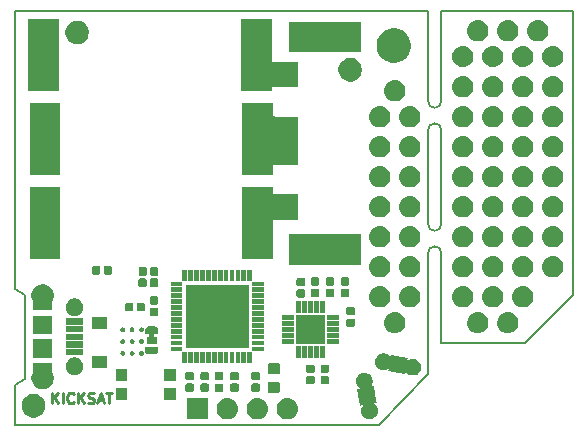
<source format=gbr>
%TF.GenerationSoftware,KiCad,Pcbnew,(6.0.0-rc1-dev-1614-ge850a482d)*%
%TF.CreationDate,2019-02-16T13:51:45-08:00*%
%TF.ProjectId,spriteSAMD,73707269-7465-4534-914d-442e6b696361,rev?*%
%TF.SameCoordinates,Original*%
%TF.FileFunction,Soldermask,Top*%
%TF.FilePolarity,Negative*%
%FSLAX46Y46*%
G04 Gerber Fmt 4.6, Leading zero omitted, Abs format (unit mm)*
G04 Created by KiCad (PCBNEW (6.0.0-rc1-dev-1614-ge850a482d)) date 2019-02-16 13:51:45*
%MOMM*%
%LPD*%
G04 APERTURE LIST*
%ADD10C,0.025400*%
%ADD11C,0.222250*%
%ADD12C,0.150000*%
%ADD13C,0.100000*%
G04 APERTURE END LIST*
D10*
G36*
X105600500Y-80391000D02*
G01*
X101282500Y-80391000D01*
X101282500Y-78295500D01*
X105600500Y-78295500D01*
X105600500Y-80391000D01*
G37*
X105600500Y-80391000D02*
X101282500Y-80391000D01*
X101282500Y-78295500D01*
X105600500Y-78295500D01*
X105600500Y-80391000D01*
G36*
X105600500Y-91630500D02*
G01*
X101600000Y-91630500D01*
X101600000Y-89535000D01*
X105600500Y-89535000D01*
X105600500Y-91630500D01*
G37*
X105600500Y-91630500D02*
X101600000Y-91630500D01*
X101600000Y-89535000D01*
X105600500Y-89535000D01*
X105600500Y-91630500D01*
G36*
X105600500Y-82994500D02*
G01*
X105600500Y-86995000D01*
X101917500Y-86995000D01*
X101917500Y-82931000D01*
X105600500Y-82994500D01*
G37*
X105600500Y-82994500D02*
X105600500Y-86995000D01*
X101917500Y-86995000D01*
X101917500Y-82931000D01*
X105600500Y-82994500D01*
D11*
X84874629Y-107221866D02*
X84874629Y-106332866D01*
X85382629Y-107221866D02*
X85001629Y-106713866D01*
X85382629Y-106332866D02*
X84874629Y-106840866D01*
X85763629Y-107221866D02*
X85763629Y-106332866D01*
X86694962Y-107137200D02*
X86652629Y-107179533D01*
X86525629Y-107221866D01*
X86440962Y-107221866D01*
X86313962Y-107179533D01*
X86229295Y-107094866D01*
X86186962Y-107010200D01*
X86144629Y-106840866D01*
X86144629Y-106713866D01*
X86186962Y-106544533D01*
X86229295Y-106459866D01*
X86313962Y-106375200D01*
X86440962Y-106332866D01*
X86525629Y-106332866D01*
X86652629Y-106375200D01*
X86694962Y-106417533D01*
X87075962Y-107221866D02*
X87075962Y-106332866D01*
X87583962Y-107221866D02*
X87202962Y-106713866D01*
X87583962Y-106332866D02*
X87075962Y-106840866D01*
X87922629Y-107179533D02*
X88049629Y-107221866D01*
X88261295Y-107221866D01*
X88345962Y-107179533D01*
X88388295Y-107137200D01*
X88430629Y-107052533D01*
X88430629Y-106967866D01*
X88388295Y-106883200D01*
X88345962Y-106840866D01*
X88261295Y-106798533D01*
X88091962Y-106756200D01*
X88007295Y-106713866D01*
X87964962Y-106671533D01*
X87922629Y-106586866D01*
X87922629Y-106502200D01*
X87964962Y-106417533D01*
X88007295Y-106375200D01*
X88091962Y-106332866D01*
X88303629Y-106332866D01*
X88430629Y-106375200D01*
X88769295Y-106967866D02*
X89192629Y-106967866D01*
X88684629Y-107221866D02*
X88980962Y-106332866D01*
X89277295Y-107221866D01*
X89446629Y-106332866D02*
X89954629Y-106332866D01*
X89700629Y-107221866D02*
X89700629Y-106332866D01*
D12*
X116701044Y-84099400D02*
G75*
G02X117842556Y-84099400I570756J0D01*
G01*
X117842556Y-81635600D02*
G75*
G02X116701044Y-81635600I-570756J0D01*
G01*
X116701044Y-94513400D02*
G75*
G02X117842556Y-94513400I570756J0D01*
G01*
X117842556Y-92049600D02*
G75*
G02X116701044Y-92049600I-570756J0D01*
G01*
X116700300Y-104775000D02*
X112522000Y-109041600D01*
X117843300Y-84099400D02*
X117843300Y-92049600D01*
X117843300Y-74041000D02*
X117843300Y-81610200D01*
X117843300Y-94513400D02*
X117843300Y-102108000D01*
X116700300Y-104775000D02*
X116700300Y-94538800D01*
X116700300Y-92024200D02*
X116700300Y-84124800D01*
X116700300Y-81635600D02*
X116700300Y-74041000D01*
X124891800Y-102108000D02*
X117856000Y-102108000D01*
X128955800Y-98044000D02*
X124891800Y-102108000D01*
X128955800Y-74041600D02*
X128955800Y-98044000D01*
X117843300Y-74041000D02*
X128955800Y-74041000D01*
X82550000Y-98044000D02*
X81725100Y-97536000D01*
X82550000Y-105156000D02*
X81725100Y-105664000D01*
X81725100Y-105664000D02*
X81725100Y-109041600D01*
X82550000Y-98044000D02*
X82550000Y-105156000D01*
X81725100Y-109041600D02*
X112522000Y-109041600D01*
X116700300Y-74041600D02*
X81725100Y-74041600D01*
X81725100Y-74041600D02*
X81725100Y-97536000D01*
D13*
G36*
X104964288Y-106802234D02*
G01*
X104964291Y-106802235D01*
X105134088Y-106853742D01*
X105290578Y-106937388D01*
X105427743Y-107049957D01*
X105540312Y-107187122D01*
X105623958Y-107343612D01*
X105669575Y-107493992D01*
X105675466Y-107513412D01*
X105692858Y-107690000D01*
X105675466Y-107866588D01*
X105675465Y-107866591D01*
X105623958Y-108036388D01*
X105540312Y-108192878D01*
X105427743Y-108330043D01*
X105290578Y-108442612D01*
X105134088Y-108526258D01*
X104983708Y-108571875D01*
X104964288Y-108577766D01*
X104831949Y-108590800D01*
X104743451Y-108590800D01*
X104611112Y-108577766D01*
X104591692Y-108571875D01*
X104441312Y-108526258D01*
X104284822Y-108442612D01*
X104147657Y-108330043D01*
X104035088Y-108192878D01*
X103951442Y-108036388D01*
X103899935Y-107866591D01*
X103899934Y-107866588D01*
X103882542Y-107690000D01*
X103899934Y-107513412D01*
X103905825Y-107493992D01*
X103951442Y-107343612D01*
X104035088Y-107187122D01*
X104147657Y-107049957D01*
X104284822Y-106937388D01*
X104441312Y-106853742D01*
X104611109Y-106802235D01*
X104611112Y-106802234D01*
X104743451Y-106789200D01*
X104831949Y-106789200D01*
X104964288Y-106802234D01*
X104964288Y-106802234D01*
G37*
G36*
X102424288Y-106802234D02*
G01*
X102424291Y-106802235D01*
X102594088Y-106853742D01*
X102750578Y-106937388D01*
X102887743Y-107049957D01*
X103000312Y-107187122D01*
X103083958Y-107343612D01*
X103129575Y-107493992D01*
X103135466Y-107513412D01*
X103152858Y-107690000D01*
X103135466Y-107866588D01*
X103135465Y-107866591D01*
X103083958Y-108036388D01*
X103000312Y-108192878D01*
X102887743Y-108330043D01*
X102750578Y-108442612D01*
X102594088Y-108526258D01*
X102443708Y-108571875D01*
X102424288Y-108577766D01*
X102291949Y-108590800D01*
X102203451Y-108590800D01*
X102071112Y-108577766D01*
X102051692Y-108571875D01*
X101901312Y-108526258D01*
X101744822Y-108442612D01*
X101607657Y-108330043D01*
X101495088Y-108192878D01*
X101411442Y-108036388D01*
X101359935Y-107866591D01*
X101359934Y-107866588D01*
X101342542Y-107690000D01*
X101359934Y-107513412D01*
X101365825Y-107493992D01*
X101411442Y-107343612D01*
X101495088Y-107187122D01*
X101607657Y-107049957D01*
X101744822Y-106937388D01*
X101901312Y-106853742D01*
X102071109Y-106802235D01*
X102071112Y-106802234D01*
X102203451Y-106789200D01*
X102291949Y-106789200D01*
X102424288Y-106802234D01*
X102424288Y-106802234D01*
G37*
G36*
X99884288Y-106802234D02*
G01*
X99884291Y-106802235D01*
X100054088Y-106853742D01*
X100210578Y-106937388D01*
X100347743Y-107049957D01*
X100460312Y-107187122D01*
X100543958Y-107343612D01*
X100589575Y-107493992D01*
X100595466Y-107513412D01*
X100612858Y-107690000D01*
X100595466Y-107866588D01*
X100595465Y-107866591D01*
X100543958Y-108036388D01*
X100460312Y-108192878D01*
X100347743Y-108330043D01*
X100210578Y-108442612D01*
X100054088Y-108526258D01*
X99903708Y-108571875D01*
X99884288Y-108577766D01*
X99751949Y-108590800D01*
X99663451Y-108590800D01*
X99531112Y-108577766D01*
X99511692Y-108571875D01*
X99361312Y-108526258D01*
X99204822Y-108442612D01*
X99067657Y-108330043D01*
X98955088Y-108192878D01*
X98871442Y-108036388D01*
X98819935Y-107866591D01*
X98819934Y-107866588D01*
X98802542Y-107690000D01*
X98819934Y-107513412D01*
X98825825Y-107493992D01*
X98871442Y-107343612D01*
X98955088Y-107187122D01*
X99067657Y-107049957D01*
X99204822Y-106937388D01*
X99361312Y-106853742D01*
X99531109Y-106802235D01*
X99531112Y-106802234D01*
X99663451Y-106789200D01*
X99751949Y-106789200D01*
X99884288Y-106802234D01*
X99884288Y-106802234D01*
G37*
G36*
X98068500Y-108590800D02*
G01*
X96266900Y-108590800D01*
X96266900Y-106789200D01*
X98068500Y-106789200D01*
X98068500Y-108590800D01*
X98068500Y-108590800D01*
G37*
G36*
X111512016Y-104657025D02*
G01*
X111641446Y-104710637D01*
X111757930Y-104788469D01*
X111856992Y-104887531D01*
X111934824Y-105004015D01*
X111988436Y-105133445D01*
X112015767Y-105270847D01*
X112015767Y-105410941D01*
X111988436Y-105548343D01*
X111934824Y-105677773D01*
X111877421Y-105763683D01*
X111875076Y-105768070D01*
X111873631Y-105772835D01*
X111873143Y-105777790D01*
X111873631Y-105782745D01*
X111875076Y-105787510D01*
X111877424Y-105791901D01*
X111880582Y-105795750D01*
X111884431Y-105798909D01*
X111888822Y-105801256D01*
X111893587Y-105802701D01*
X111898542Y-105803189D01*
X111902952Y-105802803D01*
X111942952Y-105795750D01*
X112101997Y-105767706D01*
X112308244Y-106937389D01*
X112348994Y-107168497D01*
X112148876Y-107203783D01*
X112144085Y-107205123D01*
X112139644Y-107207374D01*
X112135727Y-107210448D01*
X112132485Y-107214227D01*
X112130043Y-107218566D01*
X112128494Y-107223298D01*
X112127898Y-107228241D01*
X112128278Y-107233206D01*
X112129619Y-107238001D01*
X112131870Y-107242442D01*
X112134944Y-107246359D01*
X112139176Y-107249911D01*
X112198996Y-107289881D01*
X112298058Y-107388943D01*
X112375890Y-107505427D01*
X112429502Y-107634857D01*
X112456833Y-107772259D01*
X112456833Y-107912353D01*
X112429502Y-108049755D01*
X112375890Y-108179185D01*
X112298058Y-108295669D01*
X112198996Y-108394731D01*
X112082512Y-108472563D01*
X111953082Y-108526175D01*
X111815680Y-108553506D01*
X111675586Y-108553506D01*
X111538184Y-108526175D01*
X111408754Y-108472563D01*
X111292270Y-108394731D01*
X111193208Y-108295669D01*
X111115376Y-108179185D01*
X111061764Y-108049755D01*
X111034433Y-107912353D01*
X111034433Y-107772259D01*
X111061764Y-107634857D01*
X111115376Y-107505427D01*
X111172779Y-107419517D01*
X111175124Y-107415130D01*
X111176569Y-107410365D01*
X111177057Y-107405410D01*
X111176569Y-107400455D01*
X111175124Y-107395690D01*
X111172776Y-107391299D01*
X111169618Y-107387450D01*
X111165769Y-107384291D01*
X111161378Y-107381944D01*
X111156613Y-107380499D01*
X111151658Y-107380011D01*
X111147248Y-107380397D01*
X110948203Y-107415494D01*
X110701206Y-106014704D01*
X110701206Y-106014703D01*
X110901324Y-105979417D01*
X110906115Y-105978077D01*
X110910556Y-105975826D01*
X110914473Y-105972752D01*
X110917715Y-105968973D01*
X110920157Y-105964634D01*
X110921706Y-105959902D01*
X110922302Y-105954959D01*
X110921922Y-105949994D01*
X110920581Y-105945199D01*
X110918330Y-105940758D01*
X110915256Y-105936841D01*
X110911024Y-105933289D01*
X110851204Y-105893319D01*
X110752142Y-105794257D01*
X110674310Y-105677773D01*
X110620698Y-105548343D01*
X110593367Y-105410941D01*
X110593367Y-105270847D01*
X110620698Y-105133445D01*
X110674310Y-105004015D01*
X110752142Y-104887531D01*
X110851204Y-104788469D01*
X110967688Y-104710637D01*
X111097118Y-104657025D01*
X111234520Y-104629694D01*
X111374614Y-104629694D01*
X111512016Y-104657025D01*
X111512016Y-104657025D01*
G37*
G36*
X83603689Y-106480429D02*
G01*
X83785678Y-106555811D01*
X83949463Y-106665249D01*
X84088751Y-106804537D01*
X84198189Y-106968322D01*
X84273571Y-107150311D01*
X84312000Y-107343509D01*
X84312000Y-107540491D01*
X84273571Y-107733689D01*
X84198189Y-107915678D01*
X84088751Y-108079463D01*
X83949463Y-108218751D01*
X83785678Y-108328189D01*
X83603689Y-108403571D01*
X83410491Y-108442000D01*
X83213509Y-108442000D01*
X83020311Y-108403571D01*
X82838322Y-108328189D01*
X82674537Y-108218751D01*
X82535249Y-108079463D01*
X82425811Y-107915678D01*
X82350429Y-107733689D01*
X82312000Y-107540491D01*
X82312000Y-107343509D01*
X82350429Y-107150311D01*
X82425811Y-106968322D01*
X82535249Y-106804537D01*
X82674537Y-106665249D01*
X82838322Y-106555811D01*
X83020311Y-106480429D01*
X83213509Y-106442000D01*
X83410491Y-106442000D01*
X83603689Y-106480429D01*
X83603689Y-106480429D01*
G37*
G36*
X95359860Y-106911460D02*
G01*
X94358260Y-106911460D01*
X94358260Y-105909860D01*
X95359860Y-105909860D01*
X95359860Y-106911460D01*
X95359860Y-106911460D01*
G37*
G36*
X91259860Y-106911460D02*
G01*
X90258260Y-106911460D01*
X90258260Y-105909860D01*
X91259860Y-105909860D01*
X91259860Y-106911460D01*
X91259860Y-106911460D01*
G37*
G36*
X103989263Y-105391188D02*
G01*
X104032653Y-105404350D01*
X104072648Y-105425728D01*
X104107703Y-105454497D01*
X104136472Y-105489552D01*
X104157850Y-105529547D01*
X104171012Y-105572937D01*
X104175580Y-105619320D01*
X104175580Y-106130520D01*
X104171012Y-106176903D01*
X104157850Y-106220293D01*
X104136472Y-106260288D01*
X104107703Y-106295343D01*
X104072648Y-106324112D01*
X104032653Y-106345490D01*
X103989263Y-106358652D01*
X103942880Y-106363220D01*
X103356680Y-106363220D01*
X103310297Y-106358652D01*
X103266907Y-106345490D01*
X103226912Y-106324112D01*
X103191857Y-106295343D01*
X103163088Y-106260288D01*
X103141710Y-106220293D01*
X103128548Y-106176903D01*
X103123980Y-106130520D01*
X103123980Y-105619320D01*
X103128548Y-105572937D01*
X103141710Y-105529547D01*
X103163088Y-105489552D01*
X103191857Y-105454497D01*
X103226912Y-105425728D01*
X103266907Y-105404350D01*
X103310297Y-105391188D01*
X103356680Y-105386620D01*
X103942880Y-105386620D01*
X103989263Y-105391188D01*
X103989263Y-105391188D01*
G37*
G36*
X99251033Y-105565099D02*
G01*
X99281057Y-105574207D01*
X99308733Y-105589000D01*
X99332991Y-105608909D01*
X99352900Y-105633167D01*
X99367693Y-105660843D01*
X99376801Y-105690867D01*
X99380000Y-105723350D01*
X99380000Y-106092050D01*
X99376801Y-106124533D01*
X99367693Y-106154557D01*
X99352900Y-106182233D01*
X99332991Y-106206491D01*
X99308733Y-106226400D01*
X99281057Y-106241193D01*
X99251033Y-106250301D01*
X99218550Y-106253500D01*
X98799850Y-106253500D01*
X98767367Y-106250301D01*
X98737343Y-106241193D01*
X98709667Y-106226400D01*
X98685409Y-106206491D01*
X98665500Y-106182233D01*
X98650707Y-106154557D01*
X98641599Y-106124533D01*
X98638400Y-106092050D01*
X98638400Y-105723350D01*
X98641599Y-105690867D01*
X98650707Y-105660843D01*
X98665500Y-105633167D01*
X98685409Y-105608909D01*
X98709667Y-105589000D01*
X98737343Y-105574207D01*
X98767367Y-105565099D01*
X98799850Y-105561900D01*
X99218550Y-105561900D01*
X99251033Y-105565099D01*
X99251033Y-105565099D01*
G37*
G36*
X96761833Y-105552399D02*
G01*
X96791857Y-105561507D01*
X96819533Y-105576300D01*
X96843791Y-105596209D01*
X96863700Y-105620467D01*
X96878493Y-105648143D01*
X96887601Y-105678167D01*
X96890800Y-105710650D01*
X96890800Y-106079350D01*
X96887601Y-106111833D01*
X96878493Y-106141857D01*
X96863700Y-106169533D01*
X96843791Y-106193791D01*
X96819533Y-106213700D01*
X96791857Y-106228493D01*
X96761833Y-106237601D01*
X96729350Y-106240800D01*
X96310650Y-106240800D01*
X96278167Y-106237601D01*
X96248143Y-106228493D01*
X96220467Y-106213700D01*
X96196209Y-106193791D01*
X96176300Y-106169533D01*
X96161507Y-106141857D01*
X96152399Y-106111833D01*
X96149200Y-106079350D01*
X96149200Y-105710650D01*
X96152399Y-105678167D01*
X96161507Y-105648143D01*
X96176300Y-105620467D01*
X96196209Y-105596209D01*
X96220467Y-105576300D01*
X96248143Y-105561507D01*
X96278167Y-105552399D01*
X96310650Y-105549200D01*
X96729350Y-105549200D01*
X96761833Y-105552399D01*
X96761833Y-105552399D01*
G37*
G36*
X102349833Y-105552399D02*
G01*
X102379857Y-105561507D01*
X102407533Y-105576300D01*
X102431791Y-105596209D01*
X102451700Y-105620467D01*
X102466493Y-105648143D01*
X102475601Y-105678167D01*
X102478800Y-105710650D01*
X102478800Y-106079350D01*
X102475601Y-106111833D01*
X102466493Y-106141857D01*
X102451700Y-106169533D01*
X102431791Y-106193791D01*
X102407533Y-106213700D01*
X102379857Y-106228493D01*
X102349833Y-106237601D01*
X102317350Y-106240800D01*
X101898650Y-106240800D01*
X101866167Y-106237601D01*
X101836143Y-106228493D01*
X101808467Y-106213700D01*
X101784209Y-106193791D01*
X101764300Y-106169533D01*
X101749507Y-106141857D01*
X101740399Y-106111833D01*
X101737200Y-106079350D01*
X101737200Y-105710650D01*
X101740399Y-105678167D01*
X101749507Y-105648143D01*
X101764300Y-105620467D01*
X101784209Y-105596209D01*
X101808467Y-105576300D01*
X101836143Y-105561507D01*
X101866167Y-105552399D01*
X101898650Y-105549200D01*
X102317350Y-105549200D01*
X102349833Y-105552399D01*
X102349833Y-105552399D01*
G37*
G36*
X100561673Y-105552399D02*
G01*
X100591697Y-105561507D01*
X100619373Y-105576300D01*
X100643631Y-105596209D01*
X100663540Y-105620467D01*
X100678333Y-105648143D01*
X100687441Y-105678167D01*
X100690640Y-105710650D01*
X100690640Y-106079350D01*
X100687441Y-106111833D01*
X100678333Y-106141857D01*
X100663540Y-106169533D01*
X100643631Y-106193791D01*
X100619373Y-106213700D01*
X100591697Y-106228493D01*
X100561673Y-106237601D01*
X100529190Y-106240800D01*
X100110490Y-106240800D01*
X100078007Y-106237601D01*
X100047983Y-106228493D01*
X100020307Y-106213700D01*
X99996049Y-106193791D01*
X99976140Y-106169533D01*
X99961347Y-106141857D01*
X99952239Y-106111833D01*
X99949040Y-106079350D01*
X99949040Y-105710650D01*
X99952239Y-105678167D01*
X99961347Y-105648143D01*
X99976140Y-105620467D01*
X99996049Y-105596209D01*
X100020307Y-105576300D01*
X100047983Y-105561507D01*
X100078007Y-105552399D01*
X100110490Y-105549200D01*
X100529190Y-105549200D01*
X100561673Y-105552399D01*
X100561673Y-105552399D01*
G37*
G36*
X98052153Y-105552399D02*
G01*
X98082177Y-105561507D01*
X98109853Y-105576300D01*
X98134111Y-105596209D01*
X98154020Y-105620467D01*
X98168813Y-105648143D01*
X98177921Y-105678167D01*
X98181120Y-105710650D01*
X98181120Y-106079350D01*
X98177921Y-106111833D01*
X98168813Y-106141857D01*
X98154020Y-106169533D01*
X98134111Y-106193791D01*
X98109853Y-106213700D01*
X98082177Y-106228493D01*
X98052153Y-106237601D01*
X98019670Y-106240800D01*
X97600970Y-106240800D01*
X97568487Y-106237601D01*
X97538463Y-106228493D01*
X97510787Y-106213700D01*
X97486529Y-106193791D01*
X97466620Y-106169533D01*
X97451827Y-106141857D01*
X97442719Y-106111833D01*
X97439520Y-106079350D01*
X97439520Y-105710650D01*
X97442719Y-105678167D01*
X97451827Y-105648143D01*
X97466620Y-105620467D01*
X97486529Y-105596209D01*
X97510787Y-105576300D01*
X97538463Y-105561507D01*
X97568487Y-105552399D01*
X97600970Y-105549200D01*
X98019670Y-105549200D01*
X98052153Y-105552399D01*
X98052153Y-105552399D01*
G37*
G36*
X84899800Y-104616799D02*
G01*
X84900288Y-104621754D01*
X84901733Y-104626519D01*
X84904078Y-104630904D01*
X84916588Y-104649627D01*
X84988262Y-104822662D01*
X85024800Y-105006354D01*
X85024800Y-105193646D01*
X84988262Y-105377338D01*
X84916588Y-105550373D01*
X84812535Y-105706100D01*
X84680100Y-105838535D01*
X84524373Y-105942588D01*
X84351338Y-106014262D01*
X84167646Y-106050800D01*
X83980354Y-106050800D01*
X83796662Y-106014262D01*
X83623627Y-105942588D01*
X83467900Y-105838535D01*
X83335465Y-105706100D01*
X83231412Y-105550373D01*
X83159738Y-105377338D01*
X83123200Y-105193646D01*
X83123200Y-105006354D01*
X83159738Y-104822662D01*
X83231412Y-104649627D01*
X83243922Y-104630904D01*
X83246267Y-104626519D01*
X83247712Y-104621754D01*
X83248200Y-104616799D01*
X83248200Y-103849200D01*
X84899800Y-103849200D01*
X84899800Y-104616799D01*
X84899800Y-104616799D01*
G37*
G36*
X106987873Y-104927559D02*
G01*
X107017897Y-104936667D01*
X107045573Y-104951460D01*
X107069831Y-104971369D01*
X107089740Y-104995627D01*
X107104533Y-105023303D01*
X107113641Y-105053327D01*
X107116840Y-105085810D01*
X107116840Y-105454510D01*
X107113641Y-105486993D01*
X107104533Y-105517017D01*
X107089740Y-105544693D01*
X107069831Y-105568951D01*
X107045573Y-105588860D01*
X107017897Y-105603653D01*
X106987873Y-105612761D01*
X106955390Y-105615960D01*
X106536690Y-105615960D01*
X106504207Y-105612761D01*
X106474183Y-105603653D01*
X106446507Y-105588860D01*
X106422249Y-105568951D01*
X106402340Y-105544693D01*
X106387547Y-105517017D01*
X106378439Y-105486993D01*
X106375240Y-105454510D01*
X106375240Y-105085810D01*
X106378439Y-105053327D01*
X106387547Y-105023303D01*
X106402340Y-104995627D01*
X106422249Y-104971369D01*
X106446507Y-104951460D01*
X106474183Y-104936667D01*
X106504207Y-104927559D01*
X106536690Y-104924360D01*
X106955390Y-104924360D01*
X106987873Y-104927559D01*
X106987873Y-104927559D01*
G37*
G36*
X108219773Y-104919939D02*
G01*
X108249797Y-104929047D01*
X108277473Y-104943840D01*
X108301731Y-104963749D01*
X108321640Y-104988007D01*
X108336433Y-105015683D01*
X108345541Y-105045707D01*
X108348740Y-105078190D01*
X108348740Y-105446890D01*
X108345541Y-105479373D01*
X108336433Y-105509397D01*
X108321640Y-105537073D01*
X108301731Y-105561331D01*
X108277473Y-105581240D01*
X108249797Y-105596033D01*
X108219773Y-105605141D01*
X108187290Y-105608340D01*
X107768590Y-105608340D01*
X107736107Y-105605141D01*
X107706083Y-105596033D01*
X107678407Y-105581240D01*
X107654149Y-105561331D01*
X107634240Y-105537073D01*
X107619447Y-105509397D01*
X107610339Y-105479373D01*
X107607140Y-105446890D01*
X107607140Y-105078190D01*
X107610339Y-105045707D01*
X107619447Y-105015683D01*
X107634240Y-104988007D01*
X107654149Y-104963749D01*
X107678407Y-104943840D01*
X107706083Y-104929047D01*
X107736107Y-104919939D01*
X107768590Y-104916740D01*
X108187290Y-104916740D01*
X108219773Y-104919939D01*
X108219773Y-104919939D01*
G37*
G36*
X91259860Y-105311460D02*
G01*
X90258260Y-105311460D01*
X90258260Y-104309860D01*
X91259860Y-104309860D01*
X91259860Y-105311460D01*
X91259860Y-105311460D01*
G37*
G36*
X95359860Y-105311460D02*
G01*
X94358260Y-105311460D01*
X94358260Y-104309860D01*
X95359860Y-104309860D01*
X95359860Y-105311460D01*
X95359860Y-105311460D01*
G37*
G36*
X99251033Y-104595099D02*
G01*
X99281057Y-104604207D01*
X99308733Y-104619000D01*
X99332991Y-104638909D01*
X99352900Y-104663167D01*
X99367693Y-104690843D01*
X99376801Y-104720867D01*
X99380000Y-104753350D01*
X99380000Y-105122050D01*
X99376801Y-105154533D01*
X99367693Y-105184557D01*
X99352900Y-105212233D01*
X99332991Y-105236491D01*
X99308733Y-105256400D01*
X99281057Y-105271193D01*
X99251033Y-105280301D01*
X99218550Y-105283500D01*
X98799850Y-105283500D01*
X98767367Y-105280301D01*
X98737343Y-105271193D01*
X98709667Y-105256400D01*
X98685409Y-105236491D01*
X98665500Y-105212233D01*
X98650707Y-105184557D01*
X98641599Y-105154533D01*
X98638400Y-105122050D01*
X98638400Y-104753350D01*
X98641599Y-104720867D01*
X98650707Y-104690843D01*
X98665500Y-104663167D01*
X98685409Y-104638909D01*
X98709667Y-104619000D01*
X98737343Y-104604207D01*
X98767367Y-104595099D01*
X98799850Y-104591900D01*
X99218550Y-104591900D01*
X99251033Y-104595099D01*
X99251033Y-104595099D01*
G37*
G36*
X102349833Y-104582399D02*
G01*
X102379857Y-104591507D01*
X102407533Y-104606300D01*
X102431791Y-104626209D01*
X102451700Y-104650467D01*
X102466493Y-104678143D01*
X102475601Y-104708167D01*
X102478800Y-104740650D01*
X102478800Y-105109350D01*
X102475601Y-105141833D01*
X102466493Y-105171857D01*
X102451700Y-105199533D01*
X102431791Y-105223791D01*
X102407533Y-105243700D01*
X102379857Y-105258493D01*
X102349833Y-105267601D01*
X102317350Y-105270800D01*
X101898650Y-105270800D01*
X101866167Y-105267601D01*
X101836143Y-105258493D01*
X101808467Y-105243700D01*
X101784209Y-105223791D01*
X101764300Y-105199533D01*
X101749507Y-105171857D01*
X101740399Y-105141833D01*
X101737200Y-105109350D01*
X101737200Y-104740650D01*
X101740399Y-104708167D01*
X101749507Y-104678143D01*
X101764300Y-104650467D01*
X101784209Y-104626209D01*
X101808467Y-104606300D01*
X101836143Y-104591507D01*
X101866167Y-104582399D01*
X101898650Y-104579200D01*
X102317350Y-104579200D01*
X102349833Y-104582399D01*
X102349833Y-104582399D01*
G37*
G36*
X100561673Y-104582399D02*
G01*
X100591697Y-104591507D01*
X100619373Y-104606300D01*
X100643631Y-104626209D01*
X100663540Y-104650467D01*
X100678333Y-104678143D01*
X100687441Y-104708167D01*
X100690640Y-104740650D01*
X100690640Y-105109350D01*
X100687441Y-105141833D01*
X100678333Y-105171857D01*
X100663540Y-105199533D01*
X100643631Y-105223791D01*
X100619373Y-105243700D01*
X100591697Y-105258493D01*
X100561673Y-105267601D01*
X100529190Y-105270800D01*
X100110490Y-105270800D01*
X100078007Y-105267601D01*
X100047983Y-105258493D01*
X100020307Y-105243700D01*
X99996049Y-105223791D01*
X99976140Y-105199533D01*
X99961347Y-105171857D01*
X99952239Y-105141833D01*
X99949040Y-105109350D01*
X99949040Y-104740650D01*
X99952239Y-104708167D01*
X99961347Y-104678143D01*
X99976140Y-104650467D01*
X99996049Y-104626209D01*
X100020307Y-104606300D01*
X100047983Y-104591507D01*
X100078007Y-104582399D01*
X100110490Y-104579200D01*
X100529190Y-104579200D01*
X100561673Y-104582399D01*
X100561673Y-104582399D01*
G37*
G36*
X96761833Y-104582399D02*
G01*
X96791857Y-104591507D01*
X96819533Y-104606300D01*
X96843791Y-104626209D01*
X96863700Y-104650467D01*
X96878493Y-104678143D01*
X96887601Y-104708167D01*
X96890800Y-104740650D01*
X96890800Y-105109350D01*
X96887601Y-105141833D01*
X96878493Y-105171857D01*
X96863700Y-105199533D01*
X96843791Y-105223791D01*
X96819533Y-105243700D01*
X96791857Y-105258493D01*
X96761833Y-105267601D01*
X96729350Y-105270800D01*
X96310650Y-105270800D01*
X96278167Y-105267601D01*
X96248143Y-105258493D01*
X96220467Y-105243700D01*
X96196209Y-105223791D01*
X96176300Y-105199533D01*
X96161507Y-105171857D01*
X96152399Y-105141833D01*
X96149200Y-105109350D01*
X96149200Y-104740650D01*
X96152399Y-104708167D01*
X96161507Y-104678143D01*
X96176300Y-104650467D01*
X96196209Y-104626209D01*
X96220467Y-104606300D01*
X96248143Y-104591507D01*
X96278167Y-104582399D01*
X96310650Y-104579200D01*
X96729350Y-104579200D01*
X96761833Y-104582399D01*
X96761833Y-104582399D01*
G37*
G36*
X98052153Y-104582399D02*
G01*
X98082177Y-104591507D01*
X98109853Y-104606300D01*
X98134111Y-104626209D01*
X98154020Y-104650467D01*
X98168813Y-104678143D01*
X98177921Y-104708167D01*
X98181120Y-104740650D01*
X98181120Y-105109350D01*
X98177921Y-105141833D01*
X98168813Y-105171857D01*
X98154020Y-105199533D01*
X98134111Y-105223791D01*
X98109853Y-105243700D01*
X98082177Y-105258493D01*
X98052153Y-105267601D01*
X98019670Y-105270800D01*
X97600970Y-105270800D01*
X97568487Y-105267601D01*
X97538463Y-105258493D01*
X97510787Y-105243700D01*
X97486529Y-105223791D01*
X97466620Y-105199533D01*
X97451827Y-105171857D01*
X97442719Y-105141833D01*
X97439520Y-105109350D01*
X97439520Y-104740650D01*
X97442719Y-104708167D01*
X97451827Y-104678143D01*
X97466620Y-104650467D01*
X97486529Y-104626209D01*
X97510787Y-104606300D01*
X97538463Y-104591507D01*
X97568487Y-104582399D01*
X97600970Y-104579200D01*
X98019670Y-104579200D01*
X98052153Y-104582399D01*
X98052153Y-104582399D01*
G37*
G36*
X113131843Y-103037198D02*
G01*
X113261273Y-103090810D01*
X113377757Y-103168642D01*
X113476819Y-103267704D01*
X113516790Y-103327525D01*
X113519945Y-103331369D01*
X113523794Y-103334527D01*
X113528185Y-103336875D01*
X113532950Y-103338320D01*
X113537905Y-103338808D01*
X113542860Y-103338320D01*
X113547625Y-103336875D01*
X113552016Y-103334528D01*
X113555865Y-103331369D01*
X113559023Y-103327520D01*
X113561371Y-103323129D01*
X113562918Y-103317820D01*
X113598203Y-103117706D01*
X113598204Y-103117706D01*
X114998994Y-103364703D01*
X114963897Y-103563748D01*
X114963517Y-103568712D01*
X114964113Y-103573655D01*
X114965662Y-103578387D01*
X114968104Y-103582726D01*
X114971346Y-103586505D01*
X114975263Y-103589579D01*
X114979704Y-103591830D01*
X114984500Y-103593171D01*
X114989464Y-103593551D01*
X114994407Y-103592955D01*
X114999139Y-103591406D01*
X115003017Y-103589279D01*
X115088927Y-103531876D01*
X115218357Y-103478264D01*
X115355759Y-103450933D01*
X115495853Y-103450933D01*
X115633255Y-103478264D01*
X115762685Y-103531876D01*
X115879169Y-103609708D01*
X115978231Y-103708770D01*
X116056063Y-103825254D01*
X116109675Y-103954684D01*
X116137006Y-104092086D01*
X116137006Y-104232180D01*
X116109675Y-104369582D01*
X116056063Y-104499012D01*
X115978231Y-104615496D01*
X115879169Y-104714558D01*
X115762685Y-104792390D01*
X115633255Y-104846002D01*
X115495853Y-104873333D01*
X115355759Y-104873333D01*
X115218357Y-104846002D01*
X115088927Y-104792390D01*
X114972443Y-104714558D01*
X114873381Y-104615496D01*
X114833410Y-104555675D01*
X114830255Y-104551831D01*
X114826406Y-104548673D01*
X114822015Y-104546325D01*
X114817250Y-104544880D01*
X114812295Y-104544392D01*
X114807340Y-104544880D01*
X114802575Y-104546325D01*
X114798184Y-104548672D01*
X114794335Y-104551831D01*
X114791177Y-104555680D01*
X114788829Y-104560071D01*
X114787283Y-104565376D01*
X114751997Y-104765494D01*
X114751996Y-104765494D01*
X113351206Y-104518497D01*
X113386303Y-104319452D01*
X113386683Y-104314488D01*
X113386087Y-104309545D01*
X113384538Y-104304813D01*
X113382096Y-104300474D01*
X113378854Y-104296695D01*
X113374937Y-104293621D01*
X113370496Y-104291370D01*
X113365700Y-104290029D01*
X113360736Y-104289649D01*
X113355793Y-104290245D01*
X113351061Y-104291794D01*
X113347183Y-104293921D01*
X113261273Y-104351324D01*
X113131843Y-104404936D01*
X112994441Y-104432267D01*
X112854347Y-104432267D01*
X112716945Y-104404936D01*
X112587515Y-104351324D01*
X112471031Y-104273492D01*
X112371969Y-104174430D01*
X112294137Y-104057946D01*
X112240525Y-103928516D01*
X112213194Y-103791114D01*
X112213194Y-103651020D01*
X112240525Y-103513618D01*
X112294137Y-103384188D01*
X112371969Y-103267704D01*
X112471031Y-103168642D01*
X112587515Y-103090810D01*
X112716945Y-103037198D01*
X112854347Y-103009867D01*
X112994441Y-103009867D01*
X113131843Y-103037198D01*
X113131843Y-103037198D01*
G37*
G36*
X86994167Y-103374207D02*
G01*
X87131532Y-103431105D01*
X87255157Y-103513709D01*
X87360291Y-103618843D01*
X87442895Y-103742468D01*
X87499793Y-103879833D01*
X87528800Y-104025659D01*
X87528800Y-104174341D01*
X87499793Y-104320167D01*
X87442895Y-104457532D01*
X87360291Y-104581157D01*
X87255157Y-104686291D01*
X87131532Y-104768895D01*
X86994167Y-104825793D01*
X86848341Y-104854800D01*
X86699659Y-104854800D01*
X86553833Y-104825793D01*
X86416468Y-104768895D01*
X86292843Y-104686291D01*
X86187709Y-104581157D01*
X86105105Y-104457532D01*
X86048207Y-104320167D01*
X86019200Y-104174341D01*
X86019200Y-104025659D01*
X86048207Y-103879833D01*
X86105105Y-103742468D01*
X86187709Y-103618843D01*
X86292843Y-103513709D01*
X86416468Y-103431105D01*
X86553833Y-103374207D01*
X86699659Y-103345200D01*
X86848341Y-103345200D01*
X86994167Y-103374207D01*
X86994167Y-103374207D01*
G37*
G36*
X103989263Y-103816188D02*
G01*
X104032653Y-103829350D01*
X104072648Y-103850728D01*
X104107703Y-103879497D01*
X104136472Y-103914552D01*
X104157850Y-103954547D01*
X104171012Y-103997937D01*
X104175580Y-104044320D01*
X104175580Y-104555520D01*
X104171012Y-104601903D01*
X104157850Y-104645293D01*
X104136472Y-104685288D01*
X104107703Y-104720343D01*
X104072648Y-104749112D01*
X104032653Y-104770490D01*
X103989263Y-104783652D01*
X103942880Y-104788220D01*
X103356680Y-104788220D01*
X103310297Y-104783652D01*
X103266907Y-104770490D01*
X103226912Y-104749112D01*
X103191857Y-104720343D01*
X103163088Y-104685288D01*
X103141710Y-104645293D01*
X103128548Y-104601903D01*
X103123980Y-104555520D01*
X103123980Y-104044320D01*
X103128548Y-103997937D01*
X103141710Y-103954547D01*
X103163088Y-103914552D01*
X103191857Y-103879497D01*
X103226912Y-103850728D01*
X103266907Y-103829350D01*
X103310297Y-103816188D01*
X103356680Y-103811620D01*
X103942880Y-103811620D01*
X103989263Y-103816188D01*
X103989263Y-103816188D01*
G37*
G36*
X106987873Y-103957559D02*
G01*
X107017897Y-103966667D01*
X107045573Y-103981460D01*
X107069831Y-104001369D01*
X107089740Y-104025627D01*
X107104533Y-104053303D01*
X107113641Y-104083327D01*
X107116840Y-104115810D01*
X107116840Y-104484510D01*
X107113641Y-104516993D01*
X107104533Y-104547017D01*
X107089740Y-104574693D01*
X107069831Y-104598951D01*
X107045573Y-104618860D01*
X107017897Y-104633653D01*
X106987873Y-104642761D01*
X106955390Y-104645960D01*
X106536690Y-104645960D01*
X106504207Y-104642761D01*
X106474183Y-104633653D01*
X106446507Y-104618860D01*
X106422249Y-104598951D01*
X106402340Y-104574693D01*
X106387547Y-104547017D01*
X106378439Y-104516993D01*
X106375240Y-104484510D01*
X106375240Y-104115810D01*
X106378439Y-104083327D01*
X106387547Y-104053303D01*
X106402340Y-104025627D01*
X106422249Y-104001369D01*
X106446507Y-103981460D01*
X106474183Y-103966667D01*
X106504207Y-103957559D01*
X106536690Y-103954360D01*
X106955390Y-103954360D01*
X106987873Y-103957559D01*
X106987873Y-103957559D01*
G37*
G36*
X108219773Y-103949939D02*
G01*
X108249797Y-103959047D01*
X108277473Y-103973840D01*
X108301731Y-103993749D01*
X108321640Y-104018007D01*
X108336433Y-104045683D01*
X108345541Y-104075707D01*
X108348740Y-104108190D01*
X108348740Y-104476890D01*
X108345541Y-104509373D01*
X108336433Y-104539397D01*
X108321640Y-104567073D01*
X108301731Y-104591331D01*
X108277473Y-104611240D01*
X108249797Y-104626033D01*
X108219773Y-104635141D01*
X108187290Y-104638340D01*
X107768590Y-104638340D01*
X107736107Y-104635141D01*
X107706083Y-104626033D01*
X107678407Y-104611240D01*
X107654149Y-104591331D01*
X107634240Y-104567073D01*
X107619447Y-104539397D01*
X107610339Y-104509373D01*
X107607140Y-104476890D01*
X107607140Y-104108190D01*
X107610339Y-104075707D01*
X107619447Y-104045683D01*
X107634240Y-104018007D01*
X107654149Y-103993749D01*
X107678407Y-103973840D01*
X107706083Y-103959047D01*
X107736107Y-103949939D01*
X107768590Y-103946740D01*
X108187290Y-103946740D01*
X108219773Y-103949939D01*
X108219773Y-103949939D01*
G37*
G36*
X89550800Y-104258800D02*
G01*
X88249200Y-104258800D01*
X88249200Y-103257200D01*
X89550800Y-103257200D01*
X89550800Y-104258800D01*
X89550800Y-104258800D01*
G37*
G36*
X95907999Y-102847000D02*
G01*
X96307600Y-102847000D01*
X96307600Y-103798600D01*
X95906000Y-103798600D01*
X95906000Y-102848999D01*
X95905782Y-102846782D01*
X95907999Y-102847000D01*
X95907999Y-102847000D01*
G37*
G36*
X101807600Y-102848999D02*
G01*
X101807600Y-103798600D01*
X101406000Y-103798600D01*
X101406000Y-102847000D01*
X101805601Y-102847000D01*
X101807818Y-102846782D01*
X101807600Y-102848999D01*
X101807600Y-102848999D01*
G37*
G36*
X99307600Y-103798600D02*
G01*
X98906000Y-103798600D01*
X98906000Y-102847000D01*
X99307600Y-102847000D01*
X99307600Y-103798600D01*
X99307600Y-103798600D01*
G37*
G36*
X96807600Y-103798600D02*
G01*
X96406000Y-103798600D01*
X96406000Y-102847000D01*
X96807600Y-102847000D01*
X96807600Y-103798600D01*
X96807600Y-103798600D01*
G37*
G36*
X97307600Y-103798600D02*
G01*
X96906000Y-103798600D01*
X96906000Y-102847000D01*
X97307600Y-102847000D01*
X97307600Y-103798600D01*
X97307600Y-103798600D01*
G37*
G36*
X97807600Y-103798600D02*
G01*
X97406000Y-103798600D01*
X97406000Y-102847000D01*
X97807600Y-102847000D01*
X97807600Y-103798600D01*
X97807600Y-103798600D01*
G37*
G36*
X98307600Y-103798600D02*
G01*
X97906000Y-103798600D01*
X97906000Y-102847000D01*
X98307600Y-102847000D01*
X98307600Y-103798600D01*
X98307600Y-103798600D01*
G37*
G36*
X99807600Y-103798600D02*
G01*
X99406000Y-103798600D01*
X99406000Y-102847000D01*
X99807600Y-102847000D01*
X99807600Y-103798600D01*
X99807600Y-103798600D01*
G37*
G36*
X100307600Y-103798600D02*
G01*
X99906000Y-103798600D01*
X99906000Y-102847000D01*
X100307600Y-102847000D01*
X100307600Y-103798600D01*
X100307600Y-103798600D01*
G37*
G36*
X100807600Y-103798600D02*
G01*
X100406000Y-103798600D01*
X100406000Y-102847000D01*
X100807600Y-102847000D01*
X100807600Y-103798600D01*
X100807600Y-103798600D01*
G37*
G36*
X101307600Y-103798600D02*
G01*
X100906000Y-103798600D01*
X100906000Y-102847000D01*
X101307600Y-102847000D01*
X101307600Y-103798600D01*
X101307600Y-103798600D01*
G37*
G36*
X98807600Y-103798600D02*
G01*
X98406000Y-103798600D01*
X98406000Y-102847000D01*
X98807600Y-102847000D01*
X98807600Y-103798600D01*
X98807600Y-103798600D01*
G37*
G36*
X105953199Y-103405700D02*
G01*
X105546799Y-103405700D01*
X105546799Y-102351600D01*
X105953199Y-102351600D01*
X105953199Y-103405700D01*
X105953199Y-103405700D01*
G37*
G36*
X106453201Y-103405700D02*
G01*
X106046801Y-103405700D01*
X106046801Y-102351600D01*
X106453201Y-102351600D01*
X106453201Y-103405700D01*
X106453201Y-103405700D01*
G37*
G36*
X106953200Y-103405700D02*
G01*
X106546800Y-103405700D01*
X106546800Y-102351600D01*
X106953200Y-102351600D01*
X106953200Y-103405700D01*
X106953200Y-103405700D01*
G37*
G36*
X107453199Y-103405700D02*
G01*
X107046799Y-103405700D01*
X107046799Y-102351600D01*
X107453199Y-102351600D01*
X107453199Y-103405700D01*
X107453199Y-103405700D01*
G37*
G36*
X107953201Y-103405700D02*
G01*
X107546801Y-103405700D01*
X107546801Y-102351600D01*
X107953201Y-102351600D01*
X107953201Y-103405700D01*
X107953201Y-103405700D01*
G37*
G36*
X84899800Y-103400800D02*
G01*
X83248200Y-103400800D01*
X83248200Y-101799200D01*
X84899800Y-101799200D01*
X84899800Y-103400800D01*
X84899800Y-103400800D01*
G37*
G36*
X92511932Y-102805698D02*
G01*
X92548475Y-102820835D01*
X92548476Y-102820836D01*
X92548479Y-102820837D01*
X92561461Y-102829512D01*
X92581363Y-102842810D01*
X92609332Y-102870779D01*
X92613040Y-102876329D01*
X92631305Y-102903663D01*
X92631306Y-102903666D01*
X92631307Y-102903667D01*
X92646444Y-102940210D01*
X92654160Y-102979004D01*
X92654160Y-103018558D01*
X92646444Y-103057352D01*
X92631361Y-103093765D01*
X92631305Y-103093899D01*
X92616657Y-103115820D01*
X92609332Y-103126783D01*
X92581363Y-103154752D01*
X92570400Y-103162077D01*
X92548479Y-103176725D01*
X92548476Y-103176726D01*
X92548475Y-103176727D01*
X92511932Y-103191864D01*
X92473138Y-103199580D01*
X92433584Y-103199580D01*
X92394790Y-103191864D01*
X92358247Y-103176727D01*
X92358246Y-103176726D01*
X92358243Y-103176725D01*
X92336322Y-103162077D01*
X92325359Y-103154752D01*
X92297390Y-103126783D01*
X92290065Y-103115820D01*
X92275417Y-103093899D01*
X92275361Y-103093765D01*
X92260278Y-103057352D01*
X92252562Y-103018558D01*
X92252562Y-102979004D01*
X92260278Y-102940210D01*
X92275415Y-102903667D01*
X92275416Y-102903666D01*
X92275417Y-102903663D01*
X92293682Y-102876329D01*
X92297390Y-102870779D01*
X92325359Y-102842810D01*
X92345261Y-102829512D01*
X92358243Y-102820837D01*
X92358246Y-102820836D01*
X92358247Y-102820835D01*
X92394790Y-102805698D01*
X92433584Y-102797982D01*
X92473138Y-102797982D01*
X92511932Y-102805698D01*
X92511932Y-102805698D01*
G37*
G36*
X91711934Y-102805698D02*
G01*
X91748477Y-102820835D01*
X91748478Y-102820836D01*
X91748481Y-102820837D01*
X91761463Y-102829512D01*
X91781365Y-102842810D01*
X91809334Y-102870779D01*
X91813042Y-102876329D01*
X91831307Y-102903663D01*
X91831308Y-102903666D01*
X91831309Y-102903667D01*
X91846446Y-102940210D01*
X91854162Y-102979004D01*
X91854162Y-103018558D01*
X91846446Y-103057352D01*
X91831363Y-103093765D01*
X91831307Y-103093899D01*
X91816659Y-103115820D01*
X91809334Y-103126783D01*
X91781365Y-103154752D01*
X91770402Y-103162077D01*
X91748481Y-103176725D01*
X91748478Y-103176726D01*
X91748477Y-103176727D01*
X91711934Y-103191864D01*
X91673140Y-103199580D01*
X91633586Y-103199580D01*
X91594792Y-103191864D01*
X91558249Y-103176727D01*
X91558248Y-103176726D01*
X91558245Y-103176725D01*
X91536324Y-103162077D01*
X91525361Y-103154752D01*
X91497392Y-103126783D01*
X91490067Y-103115820D01*
X91475419Y-103093899D01*
X91475363Y-103093765D01*
X91460280Y-103057352D01*
X91452564Y-103018558D01*
X91452564Y-102979004D01*
X91460280Y-102940210D01*
X91475417Y-102903667D01*
X91475418Y-102903666D01*
X91475419Y-102903663D01*
X91493684Y-102876329D01*
X91497392Y-102870779D01*
X91525361Y-102842810D01*
X91545263Y-102829512D01*
X91558245Y-102820837D01*
X91558248Y-102820836D01*
X91558249Y-102820835D01*
X91594792Y-102805698D01*
X91633586Y-102797982D01*
X91673140Y-102797982D01*
X91711934Y-102805698D01*
X91711934Y-102805698D01*
G37*
G36*
X90911933Y-102805698D02*
G01*
X90948476Y-102820835D01*
X90948477Y-102820836D01*
X90948480Y-102820837D01*
X90961462Y-102829512D01*
X90981364Y-102842810D01*
X91009333Y-102870779D01*
X91013041Y-102876329D01*
X91031306Y-102903663D01*
X91031307Y-102903666D01*
X91031308Y-102903667D01*
X91046445Y-102940210D01*
X91054161Y-102979004D01*
X91054161Y-103018558D01*
X91046445Y-103057352D01*
X91031362Y-103093765D01*
X91031306Y-103093899D01*
X91016658Y-103115820D01*
X91009333Y-103126783D01*
X90981364Y-103154752D01*
X90970401Y-103162077D01*
X90948480Y-103176725D01*
X90948477Y-103176726D01*
X90948476Y-103176727D01*
X90911933Y-103191864D01*
X90873139Y-103199580D01*
X90833585Y-103199580D01*
X90794791Y-103191864D01*
X90758248Y-103176727D01*
X90758247Y-103176726D01*
X90758244Y-103176725D01*
X90736323Y-103162077D01*
X90725360Y-103154752D01*
X90697391Y-103126783D01*
X90690066Y-103115820D01*
X90675418Y-103093899D01*
X90675362Y-103093765D01*
X90660279Y-103057352D01*
X90652563Y-103018558D01*
X90652563Y-102979004D01*
X90660279Y-102940210D01*
X90675416Y-102903667D01*
X90675417Y-102903666D01*
X90675418Y-102903663D01*
X90693683Y-102876329D01*
X90697391Y-102870779D01*
X90725360Y-102842810D01*
X90745262Y-102829512D01*
X90758244Y-102820837D01*
X90758247Y-102820836D01*
X90758248Y-102820835D01*
X90794791Y-102805698D01*
X90833585Y-102797982D01*
X90873139Y-102797982D01*
X90911933Y-102805698D01*
X90911933Y-102805698D01*
G37*
G36*
X87474800Y-103175800D02*
G01*
X86023200Y-103175800D01*
X86023200Y-102624200D01*
X87474800Y-102624200D01*
X87474800Y-103175800D01*
X87474800Y-103175800D01*
G37*
G36*
X93819599Y-102467754D02*
G01*
X93819600Y-102467754D01*
X93821772Y-102467968D01*
X93829562Y-102468735D01*
X93839132Y-102471638D01*
X93847959Y-102476356D01*
X93855695Y-102482705D01*
X93862044Y-102490441D01*
X93866762Y-102499268D01*
X93869665Y-102508838D01*
X93870769Y-102520050D01*
X93870769Y-102792550D01*
X93869687Y-102803538D01*
X93869565Y-102806027D01*
X93869565Y-102817054D01*
X93868338Y-102829512D01*
X93859264Y-102875129D01*
X93855632Y-102887101D01*
X93837829Y-102930082D01*
X93831934Y-102941110D01*
X93806091Y-102979788D01*
X93798151Y-102989464D01*
X93765264Y-103022351D01*
X93755588Y-103030291D01*
X93716910Y-103056134D01*
X93705882Y-103062029D01*
X93662901Y-103079832D01*
X93661710Y-103080193D01*
X93661706Y-103080195D01*
X93652129Y-103083100D01*
X93650929Y-103083464D01*
X93605312Y-103092538D01*
X93599083Y-103093152D01*
X93594104Y-103093642D01*
X93594103Y-103093642D01*
X93592854Y-103093765D01*
X93581827Y-103093765D01*
X93579338Y-103093887D01*
X93572308Y-103094579D01*
X93569600Y-103094846D01*
X93569599Y-103094846D01*
X93568350Y-103094969D01*
X93070850Y-103094969D01*
X93069601Y-103094846D01*
X93069600Y-103094846D01*
X93066892Y-103094579D01*
X93059862Y-103093887D01*
X93057373Y-103093765D01*
X93046346Y-103093765D01*
X93045097Y-103093642D01*
X93045096Y-103093642D01*
X93040117Y-103093152D01*
X93033888Y-103092538D01*
X92988271Y-103083464D01*
X92987071Y-103083100D01*
X92977494Y-103080195D01*
X92977490Y-103080193D01*
X92976299Y-103079832D01*
X92933318Y-103062029D01*
X92922290Y-103056134D01*
X92883612Y-103030291D01*
X92873936Y-103022351D01*
X92841049Y-102989464D01*
X92833109Y-102979788D01*
X92807266Y-102941110D01*
X92801371Y-102930082D01*
X92783568Y-102887101D01*
X92779936Y-102875129D01*
X92770862Y-102829512D01*
X92769635Y-102817054D01*
X92769635Y-102806027D01*
X92769513Y-102803538D01*
X92768431Y-102792550D01*
X92768431Y-102520050D01*
X92769535Y-102508838D01*
X92772438Y-102499268D01*
X92777156Y-102490441D01*
X92783505Y-102482705D01*
X92791241Y-102476356D01*
X92800068Y-102471638D01*
X92809638Y-102468735D01*
X92817428Y-102467968D01*
X92819600Y-102467754D01*
X92819601Y-102467754D01*
X92820850Y-102467631D01*
X93818350Y-102467631D01*
X93819599Y-102467754D01*
X93819599Y-102467754D01*
G37*
G36*
X95882600Y-102821601D02*
G01*
X95882818Y-102823818D01*
X95880601Y-102823600D01*
X94931000Y-102823600D01*
X94931000Y-102422000D01*
X95882600Y-102422000D01*
X95882600Y-102821601D01*
X95882600Y-102821601D01*
G37*
G36*
X102782600Y-102823600D02*
G01*
X101832999Y-102823600D01*
X101830782Y-102823818D01*
X101831000Y-102821601D01*
X101831000Y-102422000D01*
X102782600Y-102422000D01*
X102782600Y-102823600D01*
X102782600Y-102823600D01*
G37*
G36*
X101532600Y-102548600D02*
G01*
X96181000Y-102548600D01*
X96181000Y-97197000D01*
X101532600Y-97197000D01*
X101532600Y-102548600D01*
X101532600Y-102548600D01*
G37*
G36*
X87474800Y-102525800D02*
G01*
X86023200Y-102525800D01*
X86023200Y-101974200D01*
X87474800Y-101974200D01*
X87474800Y-102525800D01*
X87474800Y-102525800D01*
G37*
G36*
X95882600Y-102323600D02*
G01*
X94931000Y-102323600D01*
X94931000Y-101922000D01*
X95882600Y-101922000D01*
X95882600Y-102323600D01*
X95882600Y-102323600D01*
G37*
G36*
X102782600Y-102323600D02*
G01*
X101831000Y-102323600D01*
X101831000Y-101922000D01*
X102782600Y-101922000D01*
X102782600Y-102323600D01*
X102782600Y-102323600D01*
G37*
G36*
X108007300Y-102237300D02*
G01*
X105492700Y-102237300D01*
X105492700Y-99722700D01*
X108007300Y-99722700D01*
X108007300Y-102237300D01*
X108007300Y-102237300D01*
G37*
G36*
X93569599Y-100714754D02*
G01*
X93569600Y-100714754D01*
X93572308Y-100715021D01*
X93579338Y-100715713D01*
X93581827Y-100715835D01*
X93592854Y-100715835D01*
X93594103Y-100715958D01*
X93594104Y-100715958D01*
X93599083Y-100716448D01*
X93605312Y-100717062D01*
X93650929Y-100726136D01*
X93652129Y-100726500D01*
X93661706Y-100729405D01*
X93661710Y-100729407D01*
X93662901Y-100729768D01*
X93705882Y-100747571D01*
X93716910Y-100753466D01*
X93755588Y-100779309D01*
X93765264Y-100787249D01*
X93798151Y-100820136D01*
X93806091Y-100829812D01*
X93831934Y-100868490D01*
X93837829Y-100879518D01*
X93855632Y-100922499D01*
X93859264Y-100934471D01*
X93868338Y-100980088D01*
X93869565Y-100992546D01*
X93869565Y-101003573D01*
X93869687Y-101006062D01*
X93870769Y-101017050D01*
X93870769Y-101289550D01*
X93869665Y-101300762D01*
X93866762Y-101310332D01*
X93862044Y-101319159D01*
X93855695Y-101326895D01*
X93847959Y-101333244D01*
X93839132Y-101337962D01*
X93829562Y-101340865D01*
X93821772Y-101341632D01*
X93819600Y-101341846D01*
X93819599Y-101341846D01*
X93818350Y-101341969D01*
X93546168Y-101341969D01*
X93541213Y-101342457D01*
X93536448Y-101343902D01*
X93532057Y-101346250D01*
X93528208Y-101349408D01*
X93525050Y-101353257D01*
X93522702Y-101357648D01*
X93521257Y-101362413D01*
X93520769Y-101367368D01*
X93520769Y-101578601D01*
X93521257Y-101583556D01*
X93522702Y-101588321D01*
X93525050Y-101592712D01*
X93528208Y-101596561D01*
X93532057Y-101599719D01*
X93536448Y-101602067D01*
X93541213Y-101603512D01*
X93546168Y-101604000D01*
X93745400Y-101604000D01*
X93745400Y-102205600D01*
X92893800Y-102205600D01*
X92893800Y-101604000D01*
X93093032Y-101604000D01*
X93097987Y-101603512D01*
X93102752Y-101602067D01*
X93107143Y-101599719D01*
X93110992Y-101596561D01*
X93114150Y-101592712D01*
X93116498Y-101588321D01*
X93117943Y-101583556D01*
X93118431Y-101578601D01*
X93118431Y-101367368D01*
X93117943Y-101362413D01*
X93116498Y-101357648D01*
X93114150Y-101353257D01*
X93110992Y-101349408D01*
X93107143Y-101346250D01*
X93102752Y-101343902D01*
X93097987Y-101342457D01*
X93093032Y-101341969D01*
X92820850Y-101341969D01*
X92819601Y-101341846D01*
X92819600Y-101341846D01*
X92817428Y-101341632D01*
X92809638Y-101340865D01*
X92800068Y-101337962D01*
X92791241Y-101333244D01*
X92783505Y-101326895D01*
X92777156Y-101319159D01*
X92772438Y-101310332D01*
X92769535Y-101300762D01*
X92768431Y-101289550D01*
X92768431Y-101017050D01*
X92769513Y-101006062D01*
X92769635Y-101003573D01*
X92769635Y-100992546D01*
X92770862Y-100980088D01*
X92779936Y-100934471D01*
X92783568Y-100922499D01*
X92801371Y-100879518D01*
X92807266Y-100868490D01*
X92833109Y-100829812D01*
X92841049Y-100820136D01*
X92873936Y-100787249D01*
X92883612Y-100779309D01*
X92922290Y-100753466D01*
X92933318Y-100747571D01*
X92976299Y-100729768D01*
X92977490Y-100729407D01*
X92977494Y-100729405D01*
X92987071Y-100726500D01*
X92988271Y-100726136D01*
X93033888Y-100717062D01*
X93040117Y-100716449D01*
X93045096Y-100715958D01*
X93045097Y-100715958D01*
X93046346Y-100715835D01*
X93057373Y-100715835D01*
X93059862Y-100715713D01*
X93066892Y-100715021D01*
X93069600Y-100714754D01*
X93069601Y-100714754D01*
X93070850Y-100714631D01*
X93568350Y-100714631D01*
X93569599Y-100714754D01*
X93569599Y-100714754D01*
G37*
G36*
X91711931Y-101805697D02*
G01*
X91748474Y-101820834D01*
X91748475Y-101820835D01*
X91748478Y-101820836D01*
X91752614Y-101823600D01*
X91781362Y-101842809D01*
X91809331Y-101870778D01*
X91816656Y-101881741D01*
X91831304Y-101903662D01*
X91831305Y-101903665D01*
X91831306Y-101903666D01*
X91846443Y-101940209D01*
X91854159Y-101979003D01*
X91854159Y-102018557D01*
X91846443Y-102057351D01*
X91831306Y-102093894D01*
X91831304Y-102093898D01*
X91816656Y-102115819D01*
X91809331Y-102126782D01*
X91781362Y-102154751D01*
X91770399Y-102162076D01*
X91748478Y-102176724D01*
X91748475Y-102176725D01*
X91748474Y-102176726D01*
X91711931Y-102191863D01*
X91673137Y-102199579D01*
X91633583Y-102199579D01*
X91594789Y-102191863D01*
X91558246Y-102176726D01*
X91558245Y-102176725D01*
X91558242Y-102176724D01*
X91536321Y-102162076D01*
X91525358Y-102154751D01*
X91497389Y-102126782D01*
X91490064Y-102115819D01*
X91475416Y-102093898D01*
X91475414Y-102093894D01*
X91460277Y-102057351D01*
X91452561Y-102018557D01*
X91452561Y-101979003D01*
X91460277Y-101940209D01*
X91475414Y-101903666D01*
X91475415Y-101903665D01*
X91475416Y-101903662D01*
X91490064Y-101881741D01*
X91497389Y-101870778D01*
X91525358Y-101842809D01*
X91554106Y-101823600D01*
X91558242Y-101820836D01*
X91558245Y-101820835D01*
X91558246Y-101820834D01*
X91594789Y-101805697D01*
X91633583Y-101797981D01*
X91673137Y-101797981D01*
X91711931Y-101805697D01*
X91711931Y-101805697D01*
G37*
G36*
X90911933Y-101805697D02*
G01*
X90948476Y-101820834D01*
X90948477Y-101820835D01*
X90948480Y-101820836D01*
X90952616Y-101823600D01*
X90981364Y-101842809D01*
X91009333Y-101870778D01*
X91016658Y-101881741D01*
X91031306Y-101903662D01*
X91031307Y-101903665D01*
X91031308Y-101903666D01*
X91046445Y-101940209D01*
X91054161Y-101979003D01*
X91054161Y-102018557D01*
X91046445Y-102057351D01*
X91031308Y-102093894D01*
X91031306Y-102093898D01*
X91016658Y-102115819D01*
X91009333Y-102126782D01*
X90981364Y-102154751D01*
X90970401Y-102162076D01*
X90948480Y-102176724D01*
X90948477Y-102176725D01*
X90948476Y-102176726D01*
X90911933Y-102191863D01*
X90873139Y-102199579D01*
X90833585Y-102199579D01*
X90794791Y-102191863D01*
X90758248Y-102176726D01*
X90758247Y-102176725D01*
X90758244Y-102176724D01*
X90736323Y-102162076D01*
X90725360Y-102154751D01*
X90697391Y-102126782D01*
X90690066Y-102115819D01*
X90675418Y-102093898D01*
X90675416Y-102093894D01*
X90660279Y-102057351D01*
X90652563Y-102018557D01*
X90652563Y-101979003D01*
X90660279Y-101940209D01*
X90675416Y-101903666D01*
X90675417Y-101903665D01*
X90675418Y-101903662D01*
X90690066Y-101881741D01*
X90697391Y-101870778D01*
X90725360Y-101842809D01*
X90754108Y-101823600D01*
X90758244Y-101820836D01*
X90758247Y-101820835D01*
X90758248Y-101820834D01*
X90794791Y-101805697D01*
X90833585Y-101797981D01*
X90873139Y-101797981D01*
X90911933Y-101805697D01*
X90911933Y-101805697D01*
G37*
G36*
X92511932Y-101805697D02*
G01*
X92548475Y-101820834D01*
X92548476Y-101820835D01*
X92548479Y-101820836D01*
X92552615Y-101823600D01*
X92581363Y-101842809D01*
X92609332Y-101870778D01*
X92616657Y-101881741D01*
X92631305Y-101903662D01*
X92631306Y-101903665D01*
X92631307Y-101903666D01*
X92646444Y-101940209D01*
X92654160Y-101979003D01*
X92654160Y-102018557D01*
X92646444Y-102057351D01*
X92631307Y-102093894D01*
X92631305Y-102093898D01*
X92616657Y-102115819D01*
X92609332Y-102126782D01*
X92581363Y-102154751D01*
X92570400Y-102162076D01*
X92548479Y-102176724D01*
X92548476Y-102176725D01*
X92548475Y-102176726D01*
X92511932Y-102191863D01*
X92473138Y-102199579D01*
X92433584Y-102199579D01*
X92394790Y-102191863D01*
X92358247Y-102176726D01*
X92358246Y-102176725D01*
X92358243Y-102176724D01*
X92336322Y-102162076D01*
X92325359Y-102154751D01*
X92297390Y-102126782D01*
X92290065Y-102115819D01*
X92275417Y-102093898D01*
X92275415Y-102093894D01*
X92260278Y-102057351D01*
X92252562Y-102018557D01*
X92252562Y-101979003D01*
X92260278Y-101940209D01*
X92275415Y-101903666D01*
X92275416Y-101903665D01*
X92275417Y-101903662D01*
X92290065Y-101881741D01*
X92297390Y-101870778D01*
X92325359Y-101842809D01*
X92354107Y-101823600D01*
X92358243Y-101820836D01*
X92358246Y-101820835D01*
X92358247Y-101820834D01*
X92394790Y-101805697D01*
X92433584Y-101797981D01*
X92473138Y-101797981D01*
X92511932Y-101805697D01*
X92511932Y-101805697D01*
G37*
G36*
X109175700Y-102183201D02*
G01*
X108121600Y-102183201D01*
X108121600Y-101776801D01*
X109175700Y-101776801D01*
X109175700Y-102183201D01*
X109175700Y-102183201D01*
G37*
G36*
X105378400Y-102183201D02*
G01*
X104324300Y-102183201D01*
X104324300Y-101776801D01*
X105378400Y-101776801D01*
X105378400Y-102183201D01*
X105378400Y-102183201D01*
G37*
G36*
X87474800Y-101875800D02*
G01*
X86023200Y-101875800D01*
X86023200Y-101324200D01*
X87474800Y-101324200D01*
X87474800Y-101875800D01*
X87474800Y-101875800D01*
G37*
G36*
X102782600Y-101823600D02*
G01*
X101831000Y-101823600D01*
X101831000Y-101422000D01*
X102782600Y-101422000D01*
X102782600Y-101823600D01*
X102782600Y-101823600D01*
G37*
G36*
X95882600Y-101823600D02*
G01*
X94931000Y-101823600D01*
X94931000Y-101422000D01*
X95882600Y-101422000D01*
X95882600Y-101823600D01*
X95882600Y-101823600D01*
G37*
G36*
X105378400Y-101683199D02*
G01*
X104324300Y-101683199D01*
X104324300Y-101276799D01*
X105378400Y-101276799D01*
X105378400Y-101683199D01*
X105378400Y-101683199D01*
G37*
G36*
X109175700Y-101683199D02*
G01*
X108121600Y-101683199D01*
X108121600Y-101276799D01*
X109175700Y-101276799D01*
X109175700Y-101683199D01*
X109175700Y-101683199D01*
G37*
G36*
X84899800Y-101400800D02*
G01*
X83248200Y-101400800D01*
X83248200Y-99799200D01*
X84899800Y-99799200D01*
X84899800Y-101400800D01*
X84899800Y-101400800D01*
G37*
G36*
X102782600Y-101323600D02*
G01*
X101831000Y-101323600D01*
X101831000Y-100922000D01*
X102782600Y-100922000D01*
X102782600Y-101323600D01*
X102782600Y-101323600D01*
G37*
G36*
X95882600Y-101323600D02*
G01*
X94931000Y-101323600D01*
X94931000Y-100922000D01*
X95882600Y-100922000D01*
X95882600Y-101323600D01*
X95882600Y-101323600D01*
G37*
G36*
X121093288Y-99508338D02*
G01*
X121093291Y-99508339D01*
X121263088Y-99559846D01*
X121419578Y-99643492D01*
X121556743Y-99756061D01*
X121669312Y-99893226D01*
X121752958Y-100049716D01*
X121782500Y-100147103D01*
X121804466Y-100219516D01*
X121821858Y-100396104D01*
X121804466Y-100572692D01*
X121804465Y-100572695D01*
X121752958Y-100742492D01*
X121669312Y-100898982D01*
X121556743Y-101036147D01*
X121419578Y-101148716D01*
X121263088Y-101232362D01*
X121116598Y-101276799D01*
X121093288Y-101283870D01*
X120960949Y-101296904D01*
X120872451Y-101296904D01*
X120740112Y-101283870D01*
X120716802Y-101276799D01*
X120570312Y-101232362D01*
X120413822Y-101148716D01*
X120276657Y-101036147D01*
X120164088Y-100898982D01*
X120080442Y-100742492D01*
X120028935Y-100572695D01*
X120028934Y-100572692D01*
X120011542Y-100396104D01*
X120028934Y-100219516D01*
X120050900Y-100147103D01*
X120080442Y-100049716D01*
X120164088Y-99893226D01*
X120276657Y-99756061D01*
X120413822Y-99643492D01*
X120570312Y-99559846D01*
X120740109Y-99508339D01*
X120740112Y-99508338D01*
X120872451Y-99495304D01*
X120960949Y-99495304D01*
X121093288Y-99508338D01*
X121093288Y-99508338D01*
G37*
G36*
X114057488Y-99508338D02*
G01*
X114057491Y-99508339D01*
X114227288Y-99559846D01*
X114383778Y-99643492D01*
X114520943Y-99756061D01*
X114633512Y-99893226D01*
X114717158Y-100049716D01*
X114746700Y-100147103D01*
X114768666Y-100219516D01*
X114786058Y-100396104D01*
X114768666Y-100572692D01*
X114768665Y-100572695D01*
X114717158Y-100742492D01*
X114633512Y-100898982D01*
X114520943Y-101036147D01*
X114383778Y-101148716D01*
X114227288Y-101232362D01*
X114080798Y-101276799D01*
X114057488Y-101283870D01*
X113925149Y-101296904D01*
X113836651Y-101296904D01*
X113704312Y-101283870D01*
X113681002Y-101276799D01*
X113534512Y-101232362D01*
X113378022Y-101148716D01*
X113240857Y-101036147D01*
X113128288Y-100898982D01*
X113044642Y-100742492D01*
X112993135Y-100572695D01*
X112993134Y-100572692D01*
X112975742Y-100396104D01*
X112993134Y-100219516D01*
X113015100Y-100147103D01*
X113044642Y-100049716D01*
X113128288Y-99893226D01*
X113240857Y-99756061D01*
X113378022Y-99643492D01*
X113534512Y-99559846D01*
X113704309Y-99508339D01*
X113704312Y-99508338D01*
X113836651Y-99495304D01*
X113925149Y-99495304D01*
X114057488Y-99508338D01*
X114057488Y-99508338D01*
G37*
G36*
X123633288Y-99508338D02*
G01*
X123633291Y-99508339D01*
X123803088Y-99559846D01*
X123959578Y-99643492D01*
X124096743Y-99756061D01*
X124209312Y-99893226D01*
X124292958Y-100049716D01*
X124322500Y-100147103D01*
X124344466Y-100219516D01*
X124361858Y-100396104D01*
X124344466Y-100572692D01*
X124344465Y-100572695D01*
X124292958Y-100742492D01*
X124209312Y-100898982D01*
X124096743Y-101036147D01*
X123959578Y-101148716D01*
X123803088Y-101232362D01*
X123656598Y-101276799D01*
X123633288Y-101283870D01*
X123500949Y-101296904D01*
X123412451Y-101296904D01*
X123280112Y-101283870D01*
X123256802Y-101276799D01*
X123110312Y-101232362D01*
X122953822Y-101148716D01*
X122816657Y-101036147D01*
X122704088Y-100898982D01*
X122620442Y-100742492D01*
X122568935Y-100572695D01*
X122568934Y-100572692D01*
X122551542Y-100396104D01*
X122568934Y-100219516D01*
X122590900Y-100147103D01*
X122620442Y-100049716D01*
X122704088Y-99893226D01*
X122816657Y-99756061D01*
X122953822Y-99643492D01*
X123110312Y-99559846D01*
X123280109Y-99508339D01*
X123280112Y-99508338D01*
X123412451Y-99495304D01*
X123500949Y-99495304D01*
X123633288Y-99508338D01*
X123633288Y-99508338D01*
G37*
G36*
X87474800Y-101225800D02*
G01*
X86023200Y-101225800D01*
X86023200Y-100674200D01*
X87474800Y-100674200D01*
X87474800Y-101225800D01*
X87474800Y-101225800D01*
G37*
G36*
X91711934Y-100805699D02*
G01*
X91748477Y-100820836D01*
X91748478Y-100820837D01*
X91748481Y-100820838D01*
X91761911Y-100829812D01*
X91781365Y-100842811D01*
X91809334Y-100870780D01*
X91816659Y-100881743D01*
X91831307Y-100903664D01*
X91831308Y-100903667D01*
X91831309Y-100903668D01*
X91846446Y-100940211D01*
X91854162Y-100979005D01*
X91854162Y-101018559D01*
X91846446Y-101057353D01*
X91831309Y-101093896D01*
X91831307Y-101093900D01*
X91816659Y-101115821D01*
X91809334Y-101126784D01*
X91781365Y-101154753D01*
X91770402Y-101162078D01*
X91748481Y-101176726D01*
X91748478Y-101176727D01*
X91748477Y-101176728D01*
X91711934Y-101191865D01*
X91673140Y-101199581D01*
X91633586Y-101199581D01*
X91594792Y-101191865D01*
X91558249Y-101176728D01*
X91558248Y-101176727D01*
X91558245Y-101176726D01*
X91536324Y-101162078D01*
X91525361Y-101154753D01*
X91497392Y-101126784D01*
X91490067Y-101115821D01*
X91475419Y-101093900D01*
X91475417Y-101093896D01*
X91460280Y-101057353D01*
X91452564Y-101018559D01*
X91452564Y-100979005D01*
X91460280Y-100940211D01*
X91475417Y-100903668D01*
X91475418Y-100903667D01*
X91475419Y-100903664D01*
X91490067Y-100881743D01*
X91497392Y-100870780D01*
X91525361Y-100842811D01*
X91544815Y-100829812D01*
X91558245Y-100820838D01*
X91558248Y-100820837D01*
X91558249Y-100820836D01*
X91594792Y-100805699D01*
X91633586Y-100797983D01*
X91673140Y-100797983D01*
X91711934Y-100805699D01*
X91711934Y-100805699D01*
G37*
G36*
X92511932Y-100805699D02*
G01*
X92548475Y-100820836D01*
X92548476Y-100820837D01*
X92548479Y-100820838D01*
X92561909Y-100829812D01*
X92581363Y-100842811D01*
X92609332Y-100870780D01*
X92616657Y-100881743D01*
X92631305Y-100903664D01*
X92631306Y-100903667D01*
X92631307Y-100903668D01*
X92646444Y-100940211D01*
X92654160Y-100979005D01*
X92654160Y-101018559D01*
X92646444Y-101057353D01*
X92631307Y-101093896D01*
X92631305Y-101093900D01*
X92616657Y-101115821D01*
X92609332Y-101126784D01*
X92581363Y-101154753D01*
X92570400Y-101162078D01*
X92548479Y-101176726D01*
X92548476Y-101176727D01*
X92548475Y-101176728D01*
X92511932Y-101191865D01*
X92473138Y-101199581D01*
X92433584Y-101199581D01*
X92394790Y-101191865D01*
X92358247Y-101176728D01*
X92358246Y-101176727D01*
X92358243Y-101176726D01*
X92336322Y-101162078D01*
X92325359Y-101154753D01*
X92297390Y-101126784D01*
X92290065Y-101115821D01*
X92275417Y-101093900D01*
X92275415Y-101093896D01*
X92260278Y-101057353D01*
X92252562Y-101018559D01*
X92252562Y-100979005D01*
X92260278Y-100940211D01*
X92275415Y-100903668D01*
X92275416Y-100903667D01*
X92275417Y-100903664D01*
X92290065Y-100881743D01*
X92297390Y-100870780D01*
X92325359Y-100842811D01*
X92344813Y-100829812D01*
X92358243Y-100820838D01*
X92358246Y-100820837D01*
X92358247Y-100820836D01*
X92394790Y-100805699D01*
X92433584Y-100797983D01*
X92473138Y-100797983D01*
X92511932Y-100805699D01*
X92511932Y-100805699D01*
G37*
G36*
X90911933Y-100805699D02*
G01*
X90948476Y-100820836D01*
X90948477Y-100820837D01*
X90948480Y-100820838D01*
X90961910Y-100829812D01*
X90981364Y-100842811D01*
X91009333Y-100870780D01*
X91016658Y-100881743D01*
X91031306Y-100903664D01*
X91031307Y-100903667D01*
X91031308Y-100903668D01*
X91046445Y-100940211D01*
X91054161Y-100979005D01*
X91054161Y-101018559D01*
X91046445Y-101057353D01*
X91031308Y-101093896D01*
X91031306Y-101093900D01*
X91016658Y-101115821D01*
X91009333Y-101126784D01*
X90981364Y-101154753D01*
X90970401Y-101162078D01*
X90948480Y-101176726D01*
X90948477Y-101176727D01*
X90948476Y-101176728D01*
X90911933Y-101191865D01*
X90873139Y-101199581D01*
X90833585Y-101199581D01*
X90794791Y-101191865D01*
X90758248Y-101176728D01*
X90758247Y-101176727D01*
X90758244Y-101176726D01*
X90736323Y-101162078D01*
X90725360Y-101154753D01*
X90697391Y-101126784D01*
X90690066Y-101115821D01*
X90675418Y-101093900D01*
X90675416Y-101093896D01*
X90660279Y-101057353D01*
X90652563Y-101018559D01*
X90652563Y-100979005D01*
X90660279Y-100940211D01*
X90675416Y-100903668D01*
X90675417Y-100903667D01*
X90675418Y-100903664D01*
X90690066Y-100881743D01*
X90697391Y-100870780D01*
X90725360Y-100842811D01*
X90744814Y-100829812D01*
X90758244Y-100820838D01*
X90758247Y-100820837D01*
X90758248Y-100820836D01*
X90794791Y-100805699D01*
X90833585Y-100797983D01*
X90873139Y-100797983D01*
X90911933Y-100805699D01*
X90911933Y-100805699D01*
G37*
G36*
X105378400Y-101183200D02*
G01*
X104324300Y-101183200D01*
X104324300Y-100776800D01*
X105378400Y-100776800D01*
X105378400Y-101183200D01*
X105378400Y-101183200D01*
G37*
G36*
X109175700Y-101183200D02*
G01*
X108121600Y-101183200D01*
X108121600Y-100776800D01*
X109175700Y-100776800D01*
X109175700Y-101183200D01*
X109175700Y-101183200D01*
G37*
G36*
X89550800Y-100958800D02*
G01*
X88249200Y-100958800D01*
X88249200Y-99957200D01*
X89550800Y-99957200D01*
X89550800Y-100958800D01*
X89550800Y-100958800D01*
G37*
G36*
X102782600Y-100823600D02*
G01*
X101831000Y-100823600D01*
X101831000Y-100422000D01*
X102782600Y-100422000D01*
X102782600Y-100823600D01*
X102782600Y-100823600D01*
G37*
G36*
X95882600Y-100823600D02*
G01*
X94931000Y-100823600D01*
X94931000Y-100422000D01*
X95882600Y-100422000D01*
X95882600Y-100823600D01*
X95882600Y-100823600D01*
G37*
G36*
X110394233Y-100051359D02*
G01*
X110424257Y-100060467D01*
X110451933Y-100075260D01*
X110476191Y-100095169D01*
X110496100Y-100119427D01*
X110510893Y-100147103D01*
X110520001Y-100177127D01*
X110523200Y-100209610D01*
X110523200Y-100578310D01*
X110520001Y-100610793D01*
X110510893Y-100640817D01*
X110496100Y-100668493D01*
X110476191Y-100692751D01*
X110451933Y-100712660D01*
X110424257Y-100727453D01*
X110394233Y-100736561D01*
X110361750Y-100739760D01*
X109943050Y-100739760D01*
X109910567Y-100736561D01*
X109880543Y-100727453D01*
X109852867Y-100712660D01*
X109828609Y-100692751D01*
X109808700Y-100668493D01*
X109793907Y-100640817D01*
X109784799Y-100610793D01*
X109781600Y-100578310D01*
X109781600Y-100209610D01*
X109784799Y-100177127D01*
X109793907Y-100147103D01*
X109808700Y-100119427D01*
X109828609Y-100095169D01*
X109852867Y-100075260D01*
X109880543Y-100060467D01*
X109910567Y-100051359D01*
X109943050Y-100048160D01*
X110361750Y-100048160D01*
X110394233Y-100051359D01*
X110394233Y-100051359D01*
G37*
G36*
X105378400Y-100683201D02*
G01*
X104324300Y-100683201D01*
X104324300Y-100276801D01*
X105378400Y-100276801D01*
X105378400Y-100683201D01*
X105378400Y-100683201D01*
G37*
G36*
X109175700Y-100683201D02*
G01*
X108121600Y-100683201D01*
X108121600Y-100276801D01*
X109175700Y-100276801D01*
X109175700Y-100683201D01*
X109175700Y-100683201D01*
G37*
G36*
X87474800Y-100575800D02*
G01*
X86023200Y-100575800D01*
X86023200Y-100024200D01*
X87474800Y-100024200D01*
X87474800Y-100575800D01*
X87474800Y-100575800D01*
G37*
G36*
X102782600Y-100323600D02*
G01*
X101831000Y-100323600D01*
X101831000Y-99922000D01*
X102782600Y-99922000D01*
X102782600Y-100323600D01*
X102782600Y-100323600D01*
G37*
G36*
X95882600Y-100323600D02*
G01*
X94931000Y-100323600D01*
X94931000Y-99922000D01*
X95882600Y-99922000D01*
X95882600Y-100323600D01*
X95882600Y-100323600D01*
G37*
G36*
X109175700Y-100183199D02*
G01*
X108121600Y-100183199D01*
X108121600Y-99776799D01*
X109175700Y-99776799D01*
X109175700Y-100183199D01*
X109175700Y-100183199D01*
G37*
G36*
X105378400Y-100183199D02*
G01*
X104324300Y-100183199D01*
X104324300Y-99776799D01*
X105378400Y-99776799D01*
X105378400Y-100183199D01*
X105378400Y-100183199D01*
G37*
G36*
X86994167Y-98374207D02*
G01*
X87131532Y-98431105D01*
X87255157Y-98513709D01*
X87360291Y-98618843D01*
X87442895Y-98742468D01*
X87499793Y-98879833D01*
X87528800Y-99025659D01*
X87528800Y-99174341D01*
X87499793Y-99320167D01*
X87442895Y-99457532D01*
X87360291Y-99581157D01*
X87255157Y-99686291D01*
X87131532Y-99768895D01*
X86994167Y-99825793D01*
X86848341Y-99854800D01*
X86699659Y-99854800D01*
X86553833Y-99825793D01*
X86416468Y-99768895D01*
X86292843Y-99686291D01*
X86187709Y-99581157D01*
X86105105Y-99457532D01*
X86048207Y-99320167D01*
X86019200Y-99174341D01*
X86019200Y-99025659D01*
X86048207Y-98879833D01*
X86105105Y-98742468D01*
X86187709Y-98618843D01*
X86292843Y-98513709D01*
X86416468Y-98431105D01*
X86553833Y-98374207D01*
X86699659Y-98345200D01*
X86848341Y-98345200D01*
X86994167Y-98374207D01*
X86994167Y-98374207D01*
G37*
G36*
X93739233Y-99143979D02*
G01*
X93769257Y-99153087D01*
X93796933Y-99167880D01*
X93821191Y-99187789D01*
X93841100Y-99212047D01*
X93855893Y-99239723D01*
X93865001Y-99269747D01*
X93868200Y-99302230D01*
X93868200Y-99670930D01*
X93865001Y-99703413D01*
X93855893Y-99733437D01*
X93841100Y-99761113D01*
X93821191Y-99785371D01*
X93796933Y-99805280D01*
X93769257Y-99820073D01*
X93739233Y-99829181D01*
X93706750Y-99832380D01*
X93288050Y-99832380D01*
X93255567Y-99829181D01*
X93225543Y-99820073D01*
X93197867Y-99805280D01*
X93173609Y-99785371D01*
X93153700Y-99761113D01*
X93138907Y-99733437D01*
X93129799Y-99703413D01*
X93126600Y-99670930D01*
X93126600Y-99302230D01*
X93129799Y-99269747D01*
X93138907Y-99239723D01*
X93153700Y-99212047D01*
X93173609Y-99187789D01*
X93197867Y-99167880D01*
X93225543Y-99153087D01*
X93255567Y-99143979D01*
X93288050Y-99140780D01*
X93706750Y-99140780D01*
X93739233Y-99143979D01*
X93739233Y-99143979D01*
G37*
G36*
X95882600Y-99823600D02*
G01*
X94931000Y-99823600D01*
X94931000Y-99422000D01*
X95882600Y-99422000D01*
X95882600Y-99823600D01*
X95882600Y-99823600D01*
G37*
G36*
X102782600Y-99823600D02*
G01*
X101831000Y-99823600D01*
X101831000Y-99422000D01*
X102782600Y-99422000D01*
X102782600Y-99823600D01*
X102782600Y-99823600D01*
G37*
G36*
X110394233Y-99081359D02*
G01*
X110424257Y-99090467D01*
X110451933Y-99105260D01*
X110476191Y-99125169D01*
X110496100Y-99149427D01*
X110510893Y-99177103D01*
X110520001Y-99207127D01*
X110523200Y-99239610D01*
X110523200Y-99608310D01*
X110520001Y-99640793D01*
X110510893Y-99670817D01*
X110496100Y-99698493D01*
X110476191Y-99722751D01*
X110451933Y-99742660D01*
X110424257Y-99757453D01*
X110394233Y-99766561D01*
X110361750Y-99769760D01*
X109943050Y-99769760D01*
X109910567Y-99766561D01*
X109880543Y-99757453D01*
X109852867Y-99742660D01*
X109828609Y-99722751D01*
X109808700Y-99698493D01*
X109793907Y-99670817D01*
X109784799Y-99640793D01*
X109781600Y-99608310D01*
X109781600Y-99239610D01*
X109784799Y-99207127D01*
X109793907Y-99177103D01*
X109808700Y-99149427D01*
X109828609Y-99125169D01*
X109852867Y-99105260D01*
X109880543Y-99090467D01*
X109910567Y-99081359D01*
X109943050Y-99078160D01*
X110361750Y-99078160D01*
X110394233Y-99081359D01*
X110394233Y-99081359D01*
G37*
G36*
X106453201Y-99608400D02*
G01*
X106046801Y-99608400D01*
X106046801Y-98554300D01*
X106453201Y-98554300D01*
X106453201Y-99608400D01*
X106453201Y-99608400D01*
G37*
G36*
X106953200Y-99608400D02*
G01*
X106546800Y-99608400D01*
X106546800Y-98554300D01*
X106953200Y-98554300D01*
X106953200Y-99608400D01*
X106953200Y-99608400D01*
G37*
G36*
X107453199Y-99608400D02*
G01*
X107046799Y-99608400D01*
X107046799Y-98554300D01*
X107453199Y-98554300D01*
X107453199Y-99608400D01*
X107453199Y-99608400D01*
G37*
G36*
X105953199Y-99608400D02*
G01*
X105546799Y-99608400D01*
X105546799Y-98554300D01*
X105953199Y-98554300D01*
X105953199Y-99608400D01*
X105953199Y-99608400D01*
G37*
G36*
X107953201Y-99608400D02*
G01*
X107546801Y-99608400D01*
X107546801Y-98554300D01*
X107953201Y-98554300D01*
X107953201Y-99608400D01*
X107953201Y-99608400D01*
G37*
G36*
X91631833Y-98712399D02*
G01*
X91661857Y-98721507D01*
X91689533Y-98736300D01*
X91713791Y-98756209D01*
X91733700Y-98780467D01*
X91748493Y-98808143D01*
X91757601Y-98838167D01*
X91760800Y-98870650D01*
X91760800Y-99289350D01*
X91757601Y-99321833D01*
X91748493Y-99351857D01*
X91733700Y-99379533D01*
X91713791Y-99403791D01*
X91689533Y-99423700D01*
X91661857Y-99438493D01*
X91631833Y-99447601D01*
X91599350Y-99450800D01*
X91230650Y-99450800D01*
X91198167Y-99447601D01*
X91168143Y-99438493D01*
X91140467Y-99423700D01*
X91116209Y-99403791D01*
X91096300Y-99379533D01*
X91081507Y-99351857D01*
X91072399Y-99321833D01*
X91069200Y-99289350D01*
X91069200Y-98870650D01*
X91072399Y-98838167D01*
X91081507Y-98808143D01*
X91096300Y-98780467D01*
X91116209Y-98756209D01*
X91140467Y-98736300D01*
X91168143Y-98721507D01*
X91198167Y-98712399D01*
X91230650Y-98709200D01*
X91599350Y-98709200D01*
X91631833Y-98712399D01*
X91631833Y-98712399D01*
G37*
G36*
X92601833Y-98712399D02*
G01*
X92631857Y-98721507D01*
X92659533Y-98736300D01*
X92683791Y-98756209D01*
X92703700Y-98780467D01*
X92718493Y-98808143D01*
X92727601Y-98838167D01*
X92730800Y-98870650D01*
X92730800Y-99289350D01*
X92727601Y-99321833D01*
X92718493Y-99351857D01*
X92703700Y-99379533D01*
X92683791Y-99403791D01*
X92659533Y-99423700D01*
X92631857Y-99438493D01*
X92601833Y-99447601D01*
X92569350Y-99450800D01*
X92200650Y-99450800D01*
X92168167Y-99447601D01*
X92138143Y-99438493D01*
X92110467Y-99423700D01*
X92086209Y-99403791D01*
X92066300Y-99379533D01*
X92051507Y-99351857D01*
X92042399Y-99321833D01*
X92039200Y-99289350D01*
X92039200Y-98870650D01*
X92042399Y-98838167D01*
X92051507Y-98808143D01*
X92066300Y-98780467D01*
X92086209Y-98756209D01*
X92110467Y-98736300D01*
X92138143Y-98721507D01*
X92168167Y-98712399D01*
X92200650Y-98709200D01*
X92569350Y-98709200D01*
X92601833Y-98712399D01*
X92601833Y-98712399D01*
G37*
G36*
X84351338Y-97185738D02*
G01*
X84524373Y-97257412D01*
X84680100Y-97361465D01*
X84812535Y-97493900D01*
X84916588Y-97649627D01*
X84988262Y-97822662D01*
X85024800Y-98006354D01*
X85024800Y-98193646D01*
X84988262Y-98377338D01*
X84916588Y-98550373D01*
X84904078Y-98569096D01*
X84901733Y-98573481D01*
X84900288Y-98578246D01*
X84899800Y-98583201D01*
X84899800Y-99350800D01*
X83248200Y-99350800D01*
X83248200Y-98583201D01*
X83247712Y-98578246D01*
X83246267Y-98573481D01*
X83243922Y-98569096D01*
X83231412Y-98550373D01*
X83159738Y-98377338D01*
X83123200Y-98193646D01*
X83123200Y-98006354D01*
X83159738Y-97822662D01*
X83231412Y-97649627D01*
X83335465Y-97493900D01*
X83467900Y-97361465D01*
X83623627Y-97257412D01*
X83796662Y-97185738D01*
X83980354Y-97149200D01*
X84167646Y-97149200D01*
X84351338Y-97185738D01*
X84351338Y-97185738D01*
G37*
G36*
X102782600Y-99323600D02*
G01*
X101831000Y-99323600D01*
X101831000Y-98922000D01*
X102782600Y-98922000D01*
X102782600Y-99323600D01*
X102782600Y-99323600D01*
G37*
G36*
X95882600Y-99323600D02*
G01*
X94931000Y-99323600D01*
X94931000Y-98922000D01*
X95882600Y-98922000D01*
X95882600Y-99323600D01*
X95882600Y-99323600D01*
G37*
G36*
X119823288Y-97308634D02*
G01*
X119823291Y-97308635D01*
X119993088Y-97360142D01*
X120149578Y-97443788D01*
X120286743Y-97556357D01*
X120399312Y-97693522D01*
X120482958Y-97850012D01*
X120504795Y-97922000D01*
X120534466Y-98019812D01*
X120551858Y-98196400D01*
X120534466Y-98372988D01*
X120534465Y-98372991D01*
X120482958Y-98542788D01*
X120399312Y-98699278D01*
X120286743Y-98836443D01*
X120149578Y-98949012D01*
X119993088Y-99032658D01*
X119843087Y-99078160D01*
X119823288Y-99084166D01*
X119690949Y-99097200D01*
X119602451Y-99097200D01*
X119470112Y-99084166D01*
X119450313Y-99078160D01*
X119300312Y-99032658D01*
X119143822Y-98949012D01*
X119006657Y-98836443D01*
X118894088Y-98699278D01*
X118810442Y-98542788D01*
X118758935Y-98372991D01*
X118758934Y-98372988D01*
X118741542Y-98196400D01*
X118758934Y-98019812D01*
X118788605Y-97922000D01*
X118810442Y-97850012D01*
X118894088Y-97693522D01*
X119006657Y-97556357D01*
X119143822Y-97443788D01*
X119300312Y-97360142D01*
X119470109Y-97308635D01*
X119470112Y-97308634D01*
X119602451Y-97295600D01*
X119690949Y-97295600D01*
X119823288Y-97308634D01*
X119823288Y-97308634D01*
G37*
G36*
X112787488Y-97308634D02*
G01*
X112787491Y-97308635D01*
X112957288Y-97360142D01*
X113113778Y-97443788D01*
X113250943Y-97556357D01*
X113363512Y-97693522D01*
X113447158Y-97850012D01*
X113468995Y-97922000D01*
X113498666Y-98019812D01*
X113516058Y-98196400D01*
X113498666Y-98372988D01*
X113498665Y-98372991D01*
X113447158Y-98542788D01*
X113363512Y-98699278D01*
X113250943Y-98836443D01*
X113113778Y-98949012D01*
X112957288Y-99032658D01*
X112807287Y-99078160D01*
X112787488Y-99084166D01*
X112655149Y-99097200D01*
X112566651Y-99097200D01*
X112434312Y-99084166D01*
X112414513Y-99078160D01*
X112264512Y-99032658D01*
X112108022Y-98949012D01*
X111970857Y-98836443D01*
X111858288Y-98699278D01*
X111774642Y-98542788D01*
X111723135Y-98372991D01*
X111723134Y-98372988D01*
X111705742Y-98196400D01*
X111723134Y-98019812D01*
X111752805Y-97922000D01*
X111774642Y-97850012D01*
X111858288Y-97693522D01*
X111970857Y-97556357D01*
X112108022Y-97443788D01*
X112264512Y-97360142D01*
X112434309Y-97308635D01*
X112434312Y-97308634D01*
X112566651Y-97295600D01*
X112655149Y-97295600D01*
X112787488Y-97308634D01*
X112787488Y-97308634D01*
G37*
G36*
X115327488Y-97308634D02*
G01*
X115327491Y-97308635D01*
X115497288Y-97360142D01*
X115653778Y-97443788D01*
X115790943Y-97556357D01*
X115903512Y-97693522D01*
X115987158Y-97850012D01*
X116008995Y-97922000D01*
X116038666Y-98019812D01*
X116056058Y-98196400D01*
X116038666Y-98372988D01*
X116038665Y-98372991D01*
X115987158Y-98542788D01*
X115903512Y-98699278D01*
X115790943Y-98836443D01*
X115653778Y-98949012D01*
X115497288Y-99032658D01*
X115347287Y-99078160D01*
X115327488Y-99084166D01*
X115195149Y-99097200D01*
X115106651Y-99097200D01*
X114974312Y-99084166D01*
X114954513Y-99078160D01*
X114804512Y-99032658D01*
X114648022Y-98949012D01*
X114510857Y-98836443D01*
X114398288Y-98699278D01*
X114314642Y-98542788D01*
X114263135Y-98372991D01*
X114263134Y-98372988D01*
X114245742Y-98196400D01*
X114263134Y-98019812D01*
X114292805Y-97922000D01*
X114314642Y-97850012D01*
X114398288Y-97693522D01*
X114510857Y-97556357D01*
X114648022Y-97443788D01*
X114804512Y-97360142D01*
X114974309Y-97308635D01*
X114974312Y-97308634D01*
X115106651Y-97295600D01*
X115195149Y-97295600D01*
X115327488Y-97308634D01*
X115327488Y-97308634D01*
G37*
G36*
X124903288Y-97308634D02*
G01*
X124903291Y-97308635D01*
X125073088Y-97360142D01*
X125229578Y-97443788D01*
X125366743Y-97556357D01*
X125479312Y-97693522D01*
X125562958Y-97850012D01*
X125584795Y-97922000D01*
X125614466Y-98019812D01*
X125631858Y-98196400D01*
X125614466Y-98372988D01*
X125614465Y-98372991D01*
X125562958Y-98542788D01*
X125479312Y-98699278D01*
X125366743Y-98836443D01*
X125229578Y-98949012D01*
X125073088Y-99032658D01*
X124923087Y-99078160D01*
X124903288Y-99084166D01*
X124770949Y-99097200D01*
X124682451Y-99097200D01*
X124550112Y-99084166D01*
X124530313Y-99078160D01*
X124380312Y-99032658D01*
X124223822Y-98949012D01*
X124086657Y-98836443D01*
X123974088Y-98699278D01*
X123890442Y-98542788D01*
X123838935Y-98372991D01*
X123838934Y-98372988D01*
X123821542Y-98196400D01*
X123838934Y-98019812D01*
X123868605Y-97922000D01*
X123890442Y-97850012D01*
X123974088Y-97693522D01*
X124086657Y-97556357D01*
X124223822Y-97443788D01*
X124380312Y-97360142D01*
X124550109Y-97308635D01*
X124550112Y-97308634D01*
X124682451Y-97295600D01*
X124770949Y-97295600D01*
X124903288Y-97308634D01*
X124903288Y-97308634D01*
G37*
G36*
X122363288Y-97308634D02*
G01*
X122363291Y-97308635D01*
X122533088Y-97360142D01*
X122689578Y-97443788D01*
X122826743Y-97556357D01*
X122939312Y-97693522D01*
X123022958Y-97850012D01*
X123044795Y-97922000D01*
X123074466Y-98019812D01*
X123091858Y-98196400D01*
X123074466Y-98372988D01*
X123074465Y-98372991D01*
X123022958Y-98542788D01*
X122939312Y-98699278D01*
X122826743Y-98836443D01*
X122689578Y-98949012D01*
X122533088Y-99032658D01*
X122383087Y-99078160D01*
X122363288Y-99084166D01*
X122230949Y-99097200D01*
X122142451Y-99097200D01*
X122010112Y-99084166D01*
X121990313Y-99078160D01*
X121840312Y-99032658D01*
X121683822Y-98949012D01*
X121546657Y-98836443D01*
X121434088Y-98699278D01*
X121350442Y-98542788D01*
X121298935Y-98372991D01*
X121298934Y-98372988D01*
X121281542Y-98196400D01*
X121298934Y-98019812D01*
X121328605Y-97922000D01*
X121350442Y-97850012D01*
X121434088Y-97693522D01*
X121546657Y-97556357D01*
X121683822Y-97443788D01*
X121840312Y-97360142D01*
X122010109Y-97308635D01*
X122010112Y-97308634D01*
X122142451Y-97295600D01*
X122230949Y-97295600D01*
X122363288Y-97308634D01*
X122363288Y-97308634D01*
G37*
G36*
X93739233Y-98173979D02*
G01*
X93769257Y-98183087D01*
X93796933Y-98197880D01*
X93821191Y-98217789D01*
X93841100Y-98242047D01*
X93855893Y-98269723D01*
X93865001Y-98299747D01*
X93868200Y-98332230D01*
X93868200Y-98700930D01*
X93865001Y-98733413D01*
X93855893Y-98763437D01*
X93841100Y-98791113D01*
X93821191Y-98815371D01*
X93796933Y-98835280D01*
X93769257Y-98850073D01*
X93739233Y-98859181D01*
X93706750Y-98862380D01*
X93288050Y-98862380D01*
X93255567Y-98859181D01*
X93225543Y-98850073D01*
X93197867Y-98835280D01*
X93173609Y-98815371D01*
X93153700Y-98791113D01*
X93138907Y-98763437D01*
X93129799Y-98733413D01*
X93126600Y-98700930D01*
X93126600Y-98332230D01*
X93129799Y-98299747D01*
X93138907Y-98269723D01*
X93153700Y-98242047D01*
X93173609Y-98217789D01*
X93197867Y-98197880D01*
X93225543Y-98183087D01*
X93255567Y-98173979D01*
X93288050Y-98170780D01*
X93706750Y-98170780D01*
X93739233Y-98173979D01*
X93739233Y-98173979D01*
G37*
G36*
X102782600Y-98823600D02*
G01*
X101831000Y-98823600D01*
X101831000Y-98422000D01*
X102782600Y-98422000D01*
X102782600Y-98823600D01*
X102782600Y-98823600D01*
G37*
G36*
X95882600Y-98823600D02*
G01*
X94931000Y-98823600D01*
X94931000Y-98422000D01*
X95882600Y-98422000D01*
X95882600Y-98823600D01*
X95882600Y-98823600D01*
G37*
G36*
X102782600Y-98323600D02*
G01*
X101831000Y-98323600D01*
X101831000Y-97922000D01*
X102782600Y-97922000D01*
X102782600Y-98323600D01*
X102782600Y-98323600D01*
G37*
G36*
X95882600Y-98323600D02*
G01*
X94931000Y-98323600D01*
X94931000Y-97922000D01*
X95882600Y-97922000D01*
X95882600Y-98323600D01*
X95882600Y-98323600D01*
G37*
G36*
X106180113Y-97582839D02*
G01*
X106210137Y-97591947D01*
X106237813Y-97606740D01*
X106262071Y-97626649D01*
X106281980Y-97650907D01*
X106296773Y-97678583D01*
X106305881Y-97708607D01*
X106309080Y-97741090D01*
X106309080Y-98109790D01*
X106305881Y-98142273D01*
X106296773Y-98172297D01*
X106281980Y-98199973D01*
X106262071Y-98224231D01*
X106237813Y-98244140D01*
X106210137Y-98258933D01*
X106180113Y-98268041D01*
X106147630Y-98271240D01*
X105728930Y-98271240D01*
X105696447Y-98268041D01*
X105666423Y-98258933D01*
X105638747Y-98244140D01*
X105614489Y-98224231D01*
X105594580Y-98199973D01*
X105579787Y-98172297D01*
X105570679Y-98142273D01*
X105567480Y-98109790D01*
X105567480Y-97741090D01*
X105570679Y-97708607D01*
X105579787Y-97678583D01*
X105594580Y-97650907D01*
X105614489Y-97626649D01*
X105638747Y-97606740D01*
X105666423Y-97591947D01*
X105696447Y-97582839D01*
X105728930Y-97579640D01*
X106147630Y-97579640D01*
X106180113Y-97582839D01*
X106180113Y-97582839D01*
G37*
G36*
X107373913Y-97539659D02*
G01*
X107403937Y-97548767D01*
X107431613Y-97563560D01*
X107455871Y-97583469D01*
X107475780Y-97607727D01*
X107490573Y-97635403D01*
X107499681Y-97665427D01*
X107502880Y-97697910D01*
X107502880Y-98066610D01*
X107499681Y-98099093D01*
X107490573Y-98129117D01*
X107475780Y-98156793D01*
X107455871Y-98181051D01*
X107431613Y-98200960D01*
X107403937Y-98215753D01*
X107373913Y-98224861D01*
X107341430Y-98228060D01*
X106922730Y-98228060D01*
X106890247Y-98224861D01*
X106860223Y-98215753D01*
X106832547Y-98200960D01*
X106808289Y-98181051D01*
X106788380Y-98156793D01*
X106773587Y-98129117D01*
X106764479Y-98099093D01*
X106761280Y-98066610D01*
X106761280Y-97697910D01*
X106764479Y-97665427D01*
X106773587Y-97635403D01*
X106788380Y-97607727D01*
X106808289Y-97583469D01*
X106832547Y-97563560D01*
X106860223Y-97548767D01*
X106890247Y-97539659D01*
X106922730Y-97536460D01*
X107341430Y-97536460D01*
X107373913Y-97539659D01*
X107373913Y-97539659D01*
G37*
G36*
X108643913Y-97539659D02*
G01*
X108673937Y-97548767D01*
X108701613Y-97563560D01*
X108725871Y-97583469D01*
X108745780Y-97607727D01*
X108760573Y-97635403D01*
X108769681Y-97665427D01*
X108772880Y-97697910D01*
X108772880Y-98066610D01*
X108769681Y-98099093D01*
X108760573Y-98129117D01*
X108745780Y-98156793D01*
X108725871Y-98181051D01*
X108701613Y-98200960D01*
X108673937Y-98215753D01*
X108643913Y-98224861D01*
X108611430Y-98228060D01*
X108192730Y-98228060D01*
X108160247Y-98224861D01*
X108130223Y-98215753D01*
X108102547Y-98200960D01*
X108078289Y-98181051D01*
X108058380Y-98156793D01*
X108043587Y-98129117D01*
X108034479Y-98099093D01*
X108031280Y-98066610D01*
X108031280Y-97697910D01*
X108034479Y-97665427D01*
X108043587Y-97635403D01*
X108058380Y-97607727D01*
X108078289Y-97583469D01*
X108102547Y-97563560D01*
X108130223Y-97548767D01*
X108160247Y-97539659D01*
X108192730Y-97536460D01*
X108611430Y-97536460D01*
X108643913Y-97539659D01*
X108643913Y-97539659D01*
G37*
G36*
X109913913Y-97539659D02*
G01*
X109943937Y-97548767D01*
X109971613Y-97563560D01*
X109995871Y-97583469D01*
X110015780Y-97607727D01*
X110030573Y-97635403D01*
X110039681Y-97665427D01*
X110042880Y-97697910D01*
X110042880Y-98066610D01*
X110039681Y-98099093D01*
X110030573Y-98129117D01*
X110015780Y-98156793D01*
X109995871Y-98181051D01*
X109971613Y-98200960D01*
X109943937Y-98215753D01*
X109913913Y-98224861D01*
X109881430Y-98228060D01*
X109462730Y-98228060D01*
X109430247Y-98224861D01*
X109400223Y-98215753D01*
X109372547Y-98200960D01*
X109348289Y-98181051D01*
X109328380Y-98156793D01*
X109313587Y-98129117D01*
X109304479Y-98099093D01*
X109301280Y-98066610D01*
X109301280Y-97697910D01*
X109304479Y-97665427D01*
X109313587Y-97635403D01*
X109328380Y-97607727D01*
X109348289Y-97583469D01*
X109372547Y-97563560D01*
X109400223Y-97548767D01*
X109430247Y-97539659D01*
X109462730Y-97536460D01*
X109881430Y-97536460D01*
X109913913Y-97539659D01*
X109913913Y-97539659D01*
G37*
G36*
X95882600Y-97823600D02*
G01*
X94931000Y-97823600D01*
X94931000Y-97422000D01*
X95882600Y-97422000D01*
X95882600Y-97823600D01*
X95882600Y-97823600D01*
G37*
G36*
X102782600Y-97823600D02*
G01*
X101831000Y-97823600D01*
X101831000Y-97422000D01*
X102782600Y-97422000D01*
X102782600Y-97823600D01*
X102782600Y-97823600D01*
G37*
G36*
X93716633Y-96660399D02*
G01*
X93746657Y-96669507D01*
X93774333Y-96684300D01*
X93798591Y-96704209D01*
X93818500Y-96728467D01*
X93833293Y-96756143D01*
X93842401Y-96786167D01*
X93845600Y-96818650D01*
X93845600Y-97237350D01*
X93842401Y-97269833D01*
X93833293Y-97299857D01*
X93818500Y-97327533D01*
X93798591Y-97351791D01*
X93774333Y-97371700D01*
X93746657Y-97386493D01*
X93716633Y-97395601D01*
X93684150Y-97398800D01*
X93315450Y-97398800D01*
X93282967Y-97395601D01*
X93252943Y-97386493D01*
X93225267Y-97371700D01*
X93201009Y-97351791D01*
X93181100Y-97327533D01*
X93166307Y-97299857D01*
X93157199Y-97269833D01*
X93154000Y-97237350D01*
X93154000Y-96818650D01*
X93157199Y-96786167D01*
X93166307Y-96756143D01*
X93181100Y-96728467D01*
X93201009Y-96704209D01*
X93225267Y-96684300D01*
X93252943Y-96669507D01*
X93282967Y-96660399D01*
X93315450Y-96657200D01*
X93684150Y-96657200D01*
X93716633Y-96660399D01*
X93716633Y-96660399D01*
G37*
G36*
X92746633Y-96660399D02*
G01*
X92776657Y-96669507D01*
X92804333Y-96684300D01*
X92828591Y-96704209D01*
X92848500Y-96728467D01*
X92863293Y-96756143D01*
X92872401Y-96786167D01*
X92875600Y-96818650D01*
X92875600Y-97237350D01*
X92872401Y-97269833D01*
X92863293Y-97299857D01*
X92848500Y-97327533D01*
X92828591Y-97351791D01*
X92804333Y-97371700D01*
X92776657Y-97386493D01*
X92746633Y-97395601D01*
X92714150Y-97398800D01*
X92345450Y-97398800D01*
X92312967Y-97395601D01*
X92282943Y-97386493D01*
X92255267Y-97371700D01*
X92231009Y-97351791D01*
X92211100Y-97327533D01*
X92196307Y-97299857D01*
X92187199Y-97269833D01*
X92184000Y-97237350D01*
X92184000Y-96818650D01*
X92187199Y-96786167D01*
X92196307Y-96756143D01*
X92211100Y-96728467D01*
X92231009Y-96704209D01*
X92255267Y-96684300D01*
X92282943Y-96669507D01*
X92312967Y-96660399D01*
X92345450Y-96657200D01*
X92714150Y-96657200D01*
X92746633Y-96660399D01*
X92746633Y-96660399D01*
G37*
G36*
X95882600Y-96923999D02*
G01*
X95882600Y-97323600D01*
X94931000Y-97323600D01*
X94931000Y-96922000D01*
X95880601Y-96922000D01*
X95882818Y-96921782D01*
X95882600Y-96923999D01*
X95882600Y-96923999D01*
G37*
G36*
X101832999Y-96922000D02*
G01*
X102782600Y-96922000D01*
X102782600Y-97323600D01*
X101831000Y-97323600D01*
X101831000Y-96923999D01*
X101830782Y-96921782D01*
X101832999Y-96922000D01*
X101832999Y-96922000D01*
G37*
G36*
X106180113Y-96612839D02*
G01*
X106210137Y-96621947D01*
X106237813Y-96636740D01*
X106262071Y-96656649D01*
X106281980Y-96680907D01*
X106296773Y-96708583D01*
X106305881Y-96738607D01*
X106309080Y-96771090D01*
X106309080Y-97139790D01*
X106305881Y-97172273D01*
X106296773Y-97202297D01*
X106281980Y-97229973D01*
X106262071Y-97254231D01*
X106237813Y-97274140D01*
X106210137Y-97288933D01*
X106180113Y-97298041D01*
X106147630Y-97301240D01*
X105728930Y-97301240D01*
X105696447Y-97298041D01*
X105666423Y-97288933D01*
X105638747Y-97274140D01*
X105614489Y-97254231D01*
X105594580Y-97229973D01*
X105579787Y-97202297D01*
X105570679Y-97172273D01*
X105567480Y-97139790D01*
X105567480Y-96771090D01*
X105570679Y-96738607D01*
X105579787Y-96708583D01*
X105594580Y-96680907D01*
X105614489Y-96656649D01*
X105638747Y-96636740D01*
X105666423Y-96621947D01*
X105696447Y-96612839D01*
X105728930Y-96609640D01*
X106147630Y-96609640D01*
X106180113Y-96612839D01*
X106180113Y-96612839D01*
G37*
G36*
X109913913Y-96569659D02*
G01*
X109943937Y-96578767D01*
X109971613Y-96593560D01*
X109995871Y-96613469D01*
X110015780Y-96637727D01*
X110030573Y-96665403D01*
X110039681Y-96695427D01*
X110042880Y-96727910D01*
X110042880Y-97096610D01*
X110039681Y-97129093D01*
X110030573Y-97159117D01*
X110015780Y-97186793D01*
X109995871Y-97211051D01*
X109971613Y-97230960D01*
X109943937Y-97245753D01*
X109913913Y-97254861D01*
X109881430Y-97258060D01*
X109462730Y-97258060D01*
X109430247Y-97254861D01*
X109400223Y-97245753D01*
X109372547Y-97230960D01*
X109348289Y-97211051D01*
X109328380Y-97186793D01*
X109313587Y-97159117D01*
X109304479Y-97129093D01*
X109301280Y-97096610D01*
X109301280Y-96727910D01*
X109304479Y-96695427D01*
X109313587Y-96665403D01*
X109328380Y-96637727D01*
X109348289Y-96613469D01*
X109372547Y-96593560D01*
X109400223Y-96578767D01*
X109430247Y-96569659D01*
X109462730Y-96566460D01*
X109881430Y-96566460D01*
X109913913Y-96569659D01*
X109913913Y-96569659D01*
G37*
G36*
X107373913Y-96569659D02*
G01*
X107403937Y-96578767D01*
X107431613Y-96593560D01*
X107455871Y-96613469D01*
X107475780Y-96637727D01*
X107490573Y-96665403D01*
X107499681Y-96695427D01*
X107502880Y-96727910D01*
X107502880Y-97096610D01*
X107499681Y-97129093D01*
X107490573Y-97159117D01*
X107475780Y-97186793D01*
X107455871Y-97211051D01*
X107431613Y-97230960D01*
X107403937Y-97245753D01*
X107373913Y-97254861D01*
X107341430Y-97258060D01*
X106922730Y-97258060D01*
X106890247Y-97254861D01*
X106860223Y-97245753D01*
X106832547Y-97230960D01*
X106808289Y-97211051D01*
X106788380Y-97186793D01*
X106773587Y-97159117D01*
X106764479Y-97129093D01*
X106761280Y-97096610D01*
X106761280Y-96727910D01*
X106764479Y-96695427D01*
X106773587Y-96665403D01*
X106788380Y-96637727D01*
X106808289Y-96613469D01*
X106832547Y-96593560D01*
X106860223Y-96578767D01*
X106890247Y-96569659D01*
X106922730Y-96566460D01*
X107341430Y-96566460D01*
X107373913Y-96569659D01*
X107373913Y-96569659D01*
G37*
G36*
X108643913Y-96569659D02*
G01*
X108673937Y-96578767D01*
X108701613Y-96593560D01*
X108725871Y-96613469D01*
X108745780Y-96637727D01*
X108760573Y-96665403D01*
X108769681Y-96695427D01*
X108772880Y-96727910D01*
X108772880Y-97096610D01*
X108769681Y-97129093D01*
X108760573Y-97159117D01*
X108745780Y-97186793D01*
X108725871Y-97211051D01*
X108701613Y-97230960D01*
X108673937Y-97245753D01*
X108643913Y-97254861D01*
X108611430Y-97258060D01*
X108192730Y-97258060D01*
X108160247Y-97254861D01*
X108130223Y-97245753D01*
X108102547Y-97230960D01*
X108078289Y-97211051D01*
X108058380Y-97186793D01*
X108043587Y-97159117D01*
X108034479Y-97129093D01*
X108031280Y-97096610D01*
X108031280Y-96727910D01*
X108034479Y-96695427D01*
X108043587Y-96665403D01*
X108058380Y-96637727D01*
X108078289Y-96613469D01*
X108102547Y-96593560D01*
X108130223Y-96578767D01*
X108160247Y-96569659D01*
X108192730Y-96566460D01*
X108611430Y-96566460D01*
X108643913Y-96569659D01*
X108643913Y-96569659D01*
G37*
G36*
X96307600Y-96898600D02*
G01*
X95907999Y-96898600D01*
X95905782Y-96898818D01*
X95906000Y-96896601D01*
X95906000Y-95947000D01*
X96307600Y-95947000D01*
X96307600Y-96898600D01*
X96307600Y-96898600D01*
G37*
G36*
X101807600Y-96896601D02*
G01*
X101807818Y-96898818D01*
X101805601Y-96898600D01*
X101406000Y-96898600D01*
X101406000Y-95947000D01*
X101807600Y-95947000D01*
X101807600Y-96896601D01*
X101807600Y-96896601D01*
G37*
G36*
X96807600Y-96898600D02*
G01*
X96406000Y-96898600D01*
X96406000Y-95947000D01*
X96807600Y-95947000D01*
X96807600Y-96898600D01*
X96807600Y-96898600D01*
G37*
G36*
X97307600Y-96898600D02*
G01*
X96906000Y-96898600D01*
X96906000Y-95947000D01*
X97307600Y-95947000D01*
X97307600Y-96898600D01*
X97307600Y-96898600D01*
G37*
G36*
X97807600Y-96898600D02*
G01*
X97406000Y-96898600D01*
X97406000Y-95947000D01*
X97807600Y-95947000D01*
X97807600Y-96898600D01*
X97807600Y-96898600D01*
G37*
G36*
X98307600Y-96898600D02*
G01*
X97906000Y-96898600D01*
X97906000Y-95947000D01*
X98307600Y-95947000D01*
X98307600Y-96898600D01*
X98307600Y-96898600D01*
G37*
G36*
X98807600Y-96898600D02*
G01*
X98406000Y-96898600D01*
X98406000Y-95947000D01*
X98807600Y-95947000D01*
X98807600Y-96898600D01*
X98807600Y-96898600D01*
G37*
G36*
X99307600Y-96898600D02*
G01*
X98906000Y-96898600D01*
X98906000Y-95947000D01*
X99307600Y-95947000D01*
X99307600Y-96898600D01*
X99307600Y-96898600D01*
G37*
G36*
X99807600Y-96898600D02*
G01*
X99406000Y-96898600D01*
X99406000Y-95947000D01*
X99807600Y-95947000D01*
X99807600Y-96898600D01*
X99807600Y-96898600D01*
G37*
G36*
X100307600Y-96898600D02*
G01*
X99906000Y-96898600D01*
X99906000Y-95947000D01*
X100307600Y-95947000D01*
X100307600Y-96898600D01*
X100307600Y-96898600D01*
G37*
G36*
X100807600Y-96898600D02*
G01*
X100406000Y-96898600D01*
X100406000Y-95947000D01*
X100807600Y-95947000D01*
X100807600Y-96898600D01*
X100807600Y-96898600D01*
G37*
G36*
X101307600Y-96898600D02*
G01*
X100906000Y-96898600D01*
X100906000Y-95947000D01*
X101307600Y-95947000D01*
X101307600Y-96898600D01*
X101307600Y-96898600D01*
G37*
G36*
X119823288Y-94768634D02*
G01*
X119823291Y-94768635D01*
X119993088Y-94820142D01*
X120149578Y-94903788D01*
X120286743Y-95016357D01*
X120399312Y-95153522D01*
X120482958Y-95310012D01*
X120528575Y-95460392D01*
X120534466Y-95479812D01*
X120551858Y-95656400D01*
X120534466Y-95832988D01*
X120534465Y-95832991D01*
X120482958Y-96002788D01*
X120399312Y-96159278D01*
X120286743Y-96296443D01*
X120149578Y-96409012D01*
X119993088Y-96492658D01*
X119842708Y-96538275D01*
X119823288Y-96544166D01*
X119690949Y-96557200D01*
X119602451Y-96557200D01*
X119470112Y-96544166D01*
X119450692Y-96538275D01*
X119300312Y-96492658D01*
X119143822Y-96409012D01*
X119006657Y-96296443D01*
X118894088Y-96159278D01*
X118810442Y-96002788D01*
X118758935Y-95832991D01*
X118758934Y-95832988D01*
X118741542Y-95656400D01*
X118758934Y-95479812D01*
X118764825Y-95460392D01*
X118810442Y-95310012D01*
X118894088Y-95153522D01*
X119006657Y-95016357D01*
X119143822Y-94903788D01*
X119300312Y-94820142D01*
X119470109Y-94768635D01*
X119470112Y-94768634D01*
X119602451Y-94755600D01*
X119690949Y-94755600D01*
X119823288Y-94768634D01*
X119823288Y-94768634D01*
G37*
G36*
X124903288Y-94768634D02*
G01*
X124903291Y-94768635D01*
X125073088Y-94820142D01*
X125229578Y-94903788D01*
X125366743Y-95016357D01*
X125479312Y-95153522D01*
X125562958Y-95310012D01*
X125608575Y-95460392D01*
X125614466Y-95479812D01*
X125631858Y-95656400D01*
X125614466Y-95832988D01*
X125614465Y-95832991D01*
X125562958Y-96002788D01*
X125479312Y-96159278D01*
X125366743Y-96296443D01*
X125229578Y-96409012D01*
X125073088Y-96492658D01*
X124922708Y-96538275D01*
X124903288Y-96544166D01*
X124770949Y-96557200D01*
X124682451Y-96557200D01*
X124550112Y-96544166D01*
X124530692Y-96538275D01*
X124380312Y-96492658D01*
X124223822Y-96409012D01*
X124086657Y-96296443D01*
X123974088Y-96159278D01*
X123890442Y-96002788D01*
X123838935Y-95832991D01*
X123838934Y-95832988D01*
X123821542Y-95656400D01*
X123838934Y-95479812D01*
X123844825Y-95460392D01*
X123890442Y-95310012D01*
X123974088Y-95153522D01*
X124086657Y-95016357D01*
X124223822Y-94903788D01*
X124380312Y-94820142D01*
X124550109Y-94768635D01*
X124550112Y-94768634D01*
X124682451Y-94755600D01*
X124770949Y-94755600D01*
X124903288Y-94768634D01*
X124903288Y-94768634D01*
G37*
G36*
X127443288Y-94768634D02*
G01*
X127443291Y-94768635D01*
X127613088Y-94820142D01*
X127769578Y-94903788D01*
X127906743Y-95016357D01*
X128019312Y-95153522D01*
X128102958Y-95310012D01*
X128148575Y-95460392D01*
X128154466Y-95479812D01*
X128171858Y-95656400D01*
X128154466Y-95832988D01*
X128154465Y-95832991D01*
X128102958Y-96002788D01*
X128019312Y-96159278D01*
X127906743Y-96296443D01*
X127769578Y-96409012D01*
X127613088Y-96492658D01*
X127462708Y-96538275D01*
X127443288Y-96544166D01*
X127310949Y-96557200D01*
X127222451Y-96557200D01*
X127090112Y-96544166D01*
X127070692Y-96538275D01*
X126920312Y-96492658D01*
X126763822Y-96409012D01*
X126626657Y-96296443D01*
X126514088Y-96159278D01*
X126430442Y-96002788D01*
X126378935Y-95832991D01*
X126378934Y-95832988D01*
X126361542Y-95656400D01*
X126378934Y-95479812D01*
X126384825Y-95460392D01*
X126430442Y-95310012D01*
X126514088Y-95153522D01*
X126626657Y-95016357D01*
X126763822Y-94903788D01*
X126920312Y-94820142D01*
X127090109Y-94768635D01*
X127090112Y-94768634D01*
X127222451Y-94755600D01*
X127310949Y-94755600D01*
X127443288Y-94768634D01*
X127443288Y-94768634D01*
G37*
G36*
X112787488Y-94768634D02*
G01*
X112787491Y-94768635D01*
X112957288Y-94820142D01*
X113113778Y-94903788D01*
X113250943Y-95016357D01*
X113363512Y-95153522D01*
X113447158Y-95310012D01*
X113492775Y-95460392D01*
X113498666Y-95479812D01*
X113516058Y-95656400D01*
X113498666Y-95832988D01*
X113498665Y-95832991D01*
X113447158Y-96002788D01*
X113363512Y-96159278D01*
X113250943Y-96296443D01*
X113113778Y-96409012D01*
X112957288Y-96492658D01*
X112806908Y-96538275D01*
X112787488Y-96544166D01*
X112655149Y-96557200D01*
X112566651Y-96557200D01*
X112434312Y-96544166D01*
X112414892Y-96538275D01*
X112264512Y-96492658D01*
X112108022Y-96409012D01*
X111970857Y-96296443D01*
X111858288Y-96159278D01*
X111774642Y-96002788D01*
X111723135Y-95832991D01*
X111723134Y-95832988D01*
X111705742Y-95656400D01*
X111723134Y-95479812D01*
X111729025Y-95460392D01*
X111774642Y-95310012D01*
X111858288Y-95153522D01*
X111970857Y-95016357D01*
X112108022Y-94903788D01*
X112264512Y-94820142D01*
X112434309Y-94768635D01*
X112434312Y-94768634D01*
X112566651Y-94755600D01*
X112655149Y-94755600D01*
X112787488Y-94768634D01*
X112787488Y-94768634D01*
G37*
G36*
X115327488Y-94768634D02*
G01*
X115327491Y-94768635D01*
X115497288Y-94820142D01*
X115653778Y-94903788D01*
X115790943Y-95016357D01*
X115903512Y-95153522D01*
X115987158Y-95310012D01*
X116032775Y-95460392D01*
X116038666Y-95479812D01*
X116056058Y-95656400D01*
X116038666Y-95832988D01*
X116038665Y-95832991D01*
X115987158Y-96002788D01*
X115903512Y-96159278D01*
X115790943Y-96296443D01*
X115653778Y-96409012D01*
X115497288Y-96492658D01*
X115346908Y-96538275D01*
X115327488Y-96544166D01*
X115195149Y-96557200D01*
X115106651Y-96557200D01*
X114974312Y-96544166D01*
X114954892Y-96538275D01*
X114804512Y-96492658D01*
X114648022Y-96409012D01*
X114510857Y-96296443D01*
X114398288Y-96159278D01*
X114314642Y-96002788D01*
X114263135Y-95832991D01*
X114263134Y-95832988D01*
X114245742Y-95656400D01*
X114263134Y-95479812D01*
X114269025Y-95460392D01*
X114314642Y-95310012D01*
X114398288Y-95153522D01*
X114510857Y-95016357D01*
X114648022Y-94903788D01*
X114804512Y-94820142D01*
X114974309Y-94768635D01*
X114974312Y-94768634D01*
X115106651Y-94755600D01*
X115195149Y-94755600D01*
X115327488Y-94768634D01*
X115327488Y-94768634D01*
G37*
G36*
X122363288Y-94768634D02*
G01*
X122363291Y-94768635D01*
X122533088Y-94820142D01*
X122689578Y-94903788D01*
X122826743Y-95016357D01*
X122939312Y-95153522D01*
X123022958Y-95310012D01*
X123068575Y-95460392D01*
X123074466Y-95479812D01*
X123091858Y-95656400D01*
X123074466Y-95832988D01*
X123074465Y-95832991D01*
X123022958Y-96002788D01*
X122939312Y-96159278D01*
X122826743Y-96296443D01*
X122689578Y-96409012D01*
X122533088Y-96492658D01*
X122382708Y-96538275D01*
X122363288Y-96544166D01*
X122230949Y-96557200D01*
X122142451Y-96557200D01*
X122010112Y-96544166D01*
X121990692Y-96538275D01*
X121840312Y-96492658D01*
X121683822Y-96409012D01*
X121546657Y-96296443D01*
X121434088Y-96159278D01*
X121350442Y-96002788D01*
X121298935Y-95832991D01*
X121298934Y-95832988D01*
X121281542Y-95656400D01*
X121298934Y-95479812D01*
X121304825Y-95460392D01*
X121350442Y-95310012D01*
X121434088Y-95153522D01*
X121546657Y-95016357D01*
X121683822Y-94903788D01*
X121840312Y-94820142D01*
X122010109Y-94768635D01*
X122010112Y-94768634D01*
X122142451Y-94755600D01*
X122230949Y-94755600D01*
X122363288Y-94768634D01*
X122363288Y-94768634D01*
G37*
G36*
X92754253Y-95697739D02*
G01*
X92784277Y-95706847D01*
X92811953Y-95721640D01*
X92836211Y-95741549D01*
X92856120Y-95765807D01*
X92870913Y-95793483D01*
X92880021Y-95823507D01*
X92883220Y-95855990D01*
X92883220Y-96274690D01*
X92880021Y-96307173D01*
X92870913Y-96337197D01*
X92856120Y-96364873D01*
X92836211Y-96389131D01*
X92811953Y-96409040D01*
X92784277Y-96423833D01*
X92754253Y-96432941D01*
X92721770Y-96436140D01*
X92353070Y-96436140D01*
X92320587Y-96432941D01*
X92290563Y-96423833D01*
X92262887Y-96409040D01*
X92238629Y-96389131D01*
X92218720Y-96364873D01*
X92203927Y-96337197D01*
X92194819Y-96307173D01*
X92191620Y-96274690D01*
X92191620Y-95855990D01*
X92194819Y-95823507D01*
X92203927Y-95793483D01*
X92218720Y-95765807D01*
X92238629Y-95741549D01*
X92262887Y-95721640D01*
X92290563Y-95706847D01*
X92320587Y-95697739D01*
X92353070Y-95694540D01*
X92721770Y-95694540D01*
X92754253Y-95697739D01*
X92754253Y-95697739D01*
G37*
G36*
X93724253Y-95697739D02*
G01*
X93754277Y-95706847D01*
X93781953Y-95721640D01*
X93806211Y-95741549D01*
X93826120Y-95765807D01*
X93840913Y-95793483D01*
X93850021Y-95823507D01*
X93853220Y-95855990D01*
X93853220Y-96274690D01*
X93850021Y-96307173D01*
X93840913Y-96337197D01*
X93826120Y-96364873D01*
X93806211Y-96389131D01*
X93781953Y-96409040D01*
X93754277Y-96423833D01*
X93724253Y-96432941D01*
X93691770Y-96436140D01*
X93323070Y-96436140D01*
X93290587Y-96432941D01*
X93260563Y-96423833D01*
X93232887Y-96409040D01*
X93208629Y-96389131D01*
X93188720Y-96364873D01*
X93173927Y-96337197D01*
X93164819Y-96307173D01*
X93161620Y-96274690D01*
X93161620Y-95855990D01*
X93164819Y-95823507D01*
X93173927Y-95793483D01*
X93188720Y-95765807D01*
X93208629Y-95741549D01*
X93232887Y-95721640D01*
X93260563Y-95706847D01*
X93290587Y-95697739D01*
X93323070Y-95694540D01*
X93691770Y-95694540D01*
X93724253Y-95697739D01*
X93724253Y-95697739D01*
G37*
G36*
X88829953Y-95591059D02*
G01*
X88859977Y-95600167D01*
X88887653Y-95614960D01*
X88911911Y-95634869D01*
X88931820Y-95659127D01*
X88946613Y-95686803D01*
X88955721Y-95716827D01*
X88958920Y-95749310D01*
X88958920Y-96168010D01*
X88955721Y-96200493D01*
X88946613Y-96230517D01*
X88931820Y-96258193D01*
X88911911Y-96282451D01*
X88887653Y-96302360D01*
X88859977Y-96317153D01*
X88829953Y-96326261D01*
X88797470Y-96329460D01*
X88428770Y-96329460D01*
X88396287Y-96326261D01*
X88366263Y-96317153D01*
X88338587Y-96302360D01*
X88314329Y-96282451D01*
X88294420Y-96258193D01*
X88279627Y-96230517D01*
X88270519Y-96200493D01*
X88267320Y-96168010D01*
X88267320Y-95749310D01*
X88270519Y-95716827D01*
X88279627Y-95686803D01*
X88294420Y-95659127D01*
X88314329Y-95634869D01*
X88338587Y-95614960D01*
X88366263Y-95600167D01*
X88396287Y-95591059D01*
X88428770Y-95587860D01*
X88797470Y-95587860D01*
X88829953Y-95591059D01*
X88829953Y-95591059D01*
G37*
G36*
X89799953Y-95591059D02*
G01*
X89829977Y-95600167D01*
X89857653Y-95614960D01*
X89881911Y-95634869D01*
X89901820Y-95659127D01*
X89916613Y-95686803D01*
X89925721Y-95716827D01*
X89928920Y-95749310D01*
X89928920Y-96168010D01*
X89925721Y-96200493D01*
X89916613Y-96230517D01*
X89901820Y-96258193D01*
X89881911Y-96282451D01*
X89857653Y-96302360D01*
X89829977Y-96317153D01*
X89799953Y-96326261D01*
X89767470Y-96329460D01*
X89398770Y-96329460D01*
X89366287Y-96326261D01*
X89336263Y-96317153D01*
X89308587Y-96302360D01*
X89284329Y-96282451D01*
X89264420Y-96258193D01*
X89249627Y-96230517D01*
X89240519Y-96200493D01*
X89237320Y-96168010D01*
X89237320Y-95749310D01*
X89240519Y-95716827D01*
X89249627Y-95686803D01*
X89264420Y-95659127D01*
X89284329Y-95634869D01*
X89308587Y-95614960D01*
X89336263Y-95600167D01*
X89366287Y-95591059D01*
X89398770Y-95587860D01*
X89767470Y-95587860D01*
X89799953Y-95591059D01*
X89799953Y-95591059D01*
G37*
G36*
X110993180Y-95505900D02*
G01*
X104891580Y-95505900D01*
X104891580Y-92904300D01*
X110993180Y-92904300D01*
X110993180Y-95505900D01*
X110993180Y-95505900D01*
G37*
G36*
X85568800Y-94998800D02*
G01*
X82967200Y-94998800D01*
X82967200Y-88897200D01*
X85568800Y-88897200D01*
X85568800Y-94998800D01*
X85568800Y-94998800D01*
G37*
G36*
X103568800Y-94998800D02*
G01*
X100967200Y-94998800D01*
X100967200Y-88897200D01*
X103568800Y-88897200D01*
X103568800Y-94998800D01*
X103568800Y-94998800D01*
G37*
G36*
X124903288Y-92228634D02*
G01*
X124903291Y-92228635D01*
X125073088Y-92280142D01*
X125229578Y-92363788D01*
X125366743Y-92476357D01*
X125479312Y-92613522D01*
X125562958Y-92770012D01*
X125608575Y-92920392D01*
X125614466Y-92939812D01*
X125631858Y-93116400D01*
X125614466Y-93292988D01*
X125614465Y-93292991D01*
X125562958Y-93462788D01*
X125479312Y-93619278D01*
X125366743Y-93756443D01*
X125229578Y-93869012D01*
X125073088Y-93952658D01*
X124922708Y-93998275D01*
X124903288Y-94004166D01*
X124770949Y-94017200D01*
X124682451Y-94017200D01*
X124550112Y-94004166D01*
X124530692Y-93998275D01*
X124380312Y-93952658D01*
X124223822Y-93869012D01*
X124086657Y-93756443D01*
X123974088Y-93619278D01*
X123890442Y-93462788D01*
X123838935Y-93292991D01*
X123838934Y-93292988D01*
X123821542Y-93116400D01*
X123838934Y-92939812D01*
X123844825Y-92920392D01*
X123890442Y-92770012D01*
X123974088Y-92613522D01*
X124086657Y-92476357D01*
X124223822Y-92363788D01*
X124380312Y-92280142D01*
X124550109Y-92228635D01*
X124550112Y-92228634D01*
X124682451Y-92215600D01*
X124770949Y-92215600D01*
X124903288Y-92228634D01*
X124903288Y-92228634D01*
G37*
G36*
X127443288Y-92228634D02*
G01*
X127443291Y-92228635D01*
X127613088Y-92280142D01*
X127769578Y-92363788D01*
X127906743Y-92476357D01*
X128019312Y-92613522D01*
X128102958Y-92770012D01*
X128148575Y-92920392D01*
X128154466Y-92939812D01*
X128171858Y-93116400D01*
X128154466Y-93292988D01*
X128154465Y-93292991D01*
X128102958Y-93462788D01*
X128019312Y-93619278D01*
X127906743Y-93756443D01*
X127769578Y-93869012D01*
X127613088Y-93952658D01*
X127462708Y-93998275D01*
X127443288Y-94004166D01*
X127310949Y-94017200D01*
X127222451Y-94017200D01*
X127090112Y-94004166D01*
X127070692Y-93998275D01*
X126920312Y-93952658D01*
X126763822Y-93869012D01*
X126626657Y-93756443D01*
X126514088Y-93619278D01*
X126430442Y-93462788D01*
X126378935Y-93292991D01*
X126378934Y-93292988D01*
X126361542Y-93116400D01*
X126378934Y-92939812D01*
X126384825Y-92920392D01*
X126430442Y-92770012D01*
X126514088Y-92613522D01*
X126626657Y-92476357D01*
X126763822Y-92363788D01*
X126920312Y-92280142D01*
X127090109Y-92228635D01*
X127090112Y-92228634D01*
X127222451Y-92215600D01*
X127310949Y-92215600D01*
X127443288Y-92228634D01*
X127443288Y-92228634D01*
G37*
G36*
X122363288Y-92228634D02*
G01*
X122363291Y-92228635D01*
X122533088Y-92280142D01*
X122689578Y-92363788D01*
X122826743Y-92476357D01*
X122939312Y-92613522D01*
X123022958Y-92770012D01*
X123068575Y-92920392D01*
X123074466Y-92939812D01*
X123091858Y-93116400D01*
X123074466Y-93292988D01*
X123074465Y-93292991D01*
X123022958Y-93462788D01*
X122939312Y-93619278D01*
X122826743Y-93756443D01*
X122689578Y-93869012D01*
X122533088Y-93952658D01*
X122382708Y-93998275D01*
X122363288Y-94004166D01*
X122230949Y-94017200D01*
X122142451Y-94017200D01*
X122010112Y-94004166D01*
X121990692Y-93998275D01*
X121840312Y-93952658D01*
X121683822Y-93869012D01*
X121546657Y-93756443D01*
X121434088Y-93619278D01*
X121350442Y-93462788D01*
X121298935Y-93292991D01*
X121298934Y-93292988D01*
X121281542Y-93116400D01*
X121298934Y-92939812D01*
X121304825Y-92920392D01*
X121350442Y-92770012D01*
X121434088Y-92613522D01*
X121546657Y-92476357D01*
X121683822Y-92363788D01*
X121840312Y-92280142D01*
X122010109Y-92228635D01*
X122010112Y-92228634D01*
X122142451Y-92215600D01*
X122230949Y-92215600D01*
X122363288Y-92228634D01*
X122363288Y-92228634D01*
G37*
G36*
X119823288Y-92228634D02*
G01*
X119823291Y-92228635D01*
X119993088Y-92280142D01*
X120149578Y-92363788D01*
X120286743Y-92476357D01*
X120399312Y-92613522D01*
X120482958Y-92770012D01*
X120528575Y-92920392D01*
X120534466Y-92939812D01*
X120551858Y-93116400D01*
X120534466Y-93292988D01*
X120534465Y-93292991D01*
X120482958Y-93462788D01*
X120399312Y-93619278D01*
X120286743Y-93756443D01*
X120149578Y-93869012D01*
X119993088Y-93952658D01*
X119842708Y-93998275D01*
X119823288Y-94004166D01*
X119690949Y-94017200D01*
X119602451Y-94017200D01*
X119470112Y-94004166D01*
X119450692Y-93998275D01*
X119300312Y-93952658D01*
X119143822Y-93869012D01*
X119006657Y-93756443D01*
X118894088Y-93619278D01*
X118810442Y-93462788D01*
X118758935Y-93292991D01*
X118758934Y-93292988D01*
X118741542Y-93116400D01*
X118758934Y-92939812D01*
X118764825Y-92920392D01*
X118810442Y-92770012D01*
X118894088Y-92613522D01*
X119006657Y-92476357D01*
X119143822Y-92363788D01*
X119300312Y-92280142D01*
X119470109Y-92228635D01*
X119470112Y-92228634D01*
X119602451Y-92215600D01*
X119690949Y-92215600D01*
X119823288Y-92228634D01*
X119823288Y-92228634D01*
G37*
G36*
X115327488Y-92228634D02*
G01*
X115327491Y-92228635D01*
X115497288Y-92280142D01*
X115653778Y-92363788D01*
X115790943Y-92476357D01*
X115903512Y-92613522D01*
X115987158Y-92770012D01*
X116032775Y-92920392D01*
X116038666Y-92939812D01*
X116056058Y-93116400D01*
X116038666Y-93292988D01*
X116038665Y-93292991D01*
X115987158Y-93462788D01*
X115903512Y-93619278D01*
X115790943Y-93756443D01*
X115653778Y-93869012D01*
X115497288Y-93952658D01*
X115346908Y-93998275D01*
X115327488Y-94004166D01*
X115195149Y-94017200D01*
X115106651Y-94017200D01*
X114974312Y-94004166D01*
X114954892Y-93998275D01*
X114804512Y-93952658D01*
X114648022Y-93869012D01*
X114510857Y-93756443D01*
X114398288Y-93619278D01*
X114314642Y-93462788D01*
X114263135Y-93292991D01*
X114263134Y-93292988D01*
X114245742Y-93116400D01*
X114263134Y-92939812D01*
X114269025Y-92920392D01*
X114314642Y-92770012D01*
X114398288Y-92613522D01*
X114510857Y-92476357D01*
X114648022Y-92363788D01*
X114804512Y-92280142D01*
X114974309Y-92228635D01*
X114974312Y-92228634D01*
X115106651Y-92215600D01*
X115195149Y-92215600D01*
X115327488Y-92228634D01*
X115327488Y-92228634D01*
G37*
G36*
X112787488Y-92228634D02*
G01*
X112787491Y-92228635D01*
X112957288Y-92280142D01*
X113113778Y-92363788D01*
X113250943Y-92476357D01*
X113363512Y-92613522D01*
X113447158Y-92770012D01*
X113492775Y-92920392D01*
X113498666Y-92939812D01*
X113516058Y-93116400D01*
X113498666Y-93292988D01*
X113498665Y-93292991D01*
X113447158Y-93462788D01*
X113363512Y-93619278D01*
X113250943Y-93756443D01*
X113113778Y-93869012D01*
X112957288Y-93952658D01*
X112806908Y-93998275D01*
X112787488Y-94004166D01*
X112655149Y-94017200D01*
X112566651Y-94017200D01*
X112434312Y-94004166D01*
X112414892Y-93998275D01*
X112264512Y-93952658D01*
X112108022Y-93869012D01*
X111970857Y-93756443D01*
X111858288Y-93619278D01*
X111774642Y-93462788D01*
X111723135Y-93292991D01*
X111723134Y-93292988D01*
X111705742Y-93116400D01*
X111723134Y-92939812D01*
X111729025Y-92920392D01*
X111774642Y-92770012D01*
X111858288Y-92613522D01*
X111970857Y-92476357D01*
X112108022Y-92363788D01*
X112264512Y-92280142D01*
X112434309Y-92228635D01*
X112434312Y-92228634D01*
X112566651Y-92215600D01*
X112655149Y-92215600D01*
X112787488Y-92228634D01*
X112787488Y-92228634D01*
G37*
G36*
X115327488Y-89688634D02*
G01*
X115327491Y-89688635D01*
X115497288Y-89740142D01*
X115653778Y-89823788D01*
X115790943Y-89936357D01*
X115903512Y-90073522D01*
X115987158Y-90230012D01*
X116032775Y-90380392D01*
X116038666Y-90399812D01*
X116056058Y-90576400D01*
X116038666Y-90752988D01*
X116038665Y-90752991D01*
X115987158Y-90922788D01*
X115903512Y-91079278D01*
X115790943Y-91216443D01*
X115653778Y-91329012D01*
X115497288Y-91412658D01*
X115346908Y-91458275D01*
X115327488Y-91464166D01*
X115195149Y-91477200D01*
X115106651Y-91477200D01*
X114974312Y-91464166D01*
X114954892Y-91458275D01*
X114804512Y-91412658D01*
X114648022Y-91329012D01*
X114510857Y-91216443D01*
X114398288Y-91079278D01*
X114314642Y-90922788D01*
X114263135Y-90752991D01*
X114263134Y-90752988D01*
X114245742Y-90576400D01*
X114263134Y-90399812D01*
X114269025Y-90380392D01*
X114314642Y-90230012D01*
X114398288Y-90073522D01*
X114510857Y-89936357D01*
X114648022Y-89823788D01*
X114804512Y-89740142D01*
X114974309Y-89688635D01*
X114974312Y-89688634D01*
X115106651Y-89675600D01*
X115195149Y-89675600D01*
X115327488Y-89688634D01*
X115327488Y-89688634D01*
G37*
G36*
X112787488Y-89688634D02*
G01*
X112787491Y-89688635D01*
X112957288Y-89740142D01*
X113113778Y-89823788D01*
X113250943Y-89936357D01*
X113363512Y-90073522D01*
X113447158Y-90230012D01*
X113492775Y-90380392D01*
X113498666Y-90399812D01*
X113516058Y-90576400D01*
X113498666Y-90752988D01*
X113498665Y-90752991D01*
X113447158Y-90922788D01*
X113363512Y-91079278D01*
X113250943Y-91216443D01*
X113113778Y-91329012D01*
X112957288Y-91412658D01*
X112806908Y-91458275D01*
X112787488Y-91464166D01*
X112655149Y-91477200D01*
X112566651Y-91477200D01*
X112434312Y-91464166D01*
X112414892Y-91458275D01*
X112264512Y-91412658D01*
X112108022Y-91329012D01*
X111970857Y-91216443D01*
X111858288Y-91079278D01*
X111774642Y-90922788D01*
X111723135Y-90752991D01*
X111723134Y-90752988D01*
X111705742Y-90576400D01*
X111723134Y-90399812D01*
X111729025Y-90380392D01*
X111774642Y-90230012D01*
X111858288Y-90073522D01*
X111970857Y-89936357D01*
X112108022Y-89823788D01*
X112264512Y-89740142D01*
X112434309Y-89688635D01*
X112434312Y-89688634D01*
X112566651Y-89675600D01*
X112655149Y-89675600D01*
X112787488Y-89688634D01*
X112787488Y-89688634D01*
G37*
G36*
X119823288Y-89688634D02*
G01*
X119823291Y-89688635D01*
X119993088Y-89740142D01*
X120149578Y-89823788D01*
X120286743Y-89936357D01*
X120399312Y-90073522D01*
X120482958Y-90230012D01*
X120528575Y-90380392D01*
X120534466Y-90399812D01*
X120551858Y-90576400D01*
X120534466Y-90752988D01*
X120534465Y-90752991D01*
X120482958Y-90922788D01*
X120399312Y-91079278D01*
X120286743Y-91216443D01*
X120149578Y-91329012D01*
X119993088Y-91412658D01*
X119842708Y-91458275D01*
X119823288Y-91464166D01*
X119690949Y-91477200D01*
X119602451Y-91477200D01*
X119470112Y-91464166D01*
X119450692Y-91458275D01*
X119300312Y-91412658D01*
X119143822Y-91329012D01*
X119006657Y-91216443D01*
X118894088Y-91079278D01*
X118810442Y-90922788D01*
X118758935Y-90752991D01*
X118758934Y-90752988D01*
X118741542Y-90576400D01*
X118758934Y-90399812D01*
X118764825Y-90380392D01*
X118810442Y-90230012D01*
X118894088Y-90073522D01*
X119006657Y-89936357D01*
X119143822Y-89823788D01*
X119300312Y-89740142D01*
X119470109Y-89688635D01*
X119470112Y-89688634D01*
X119602451Y-89675600D01*
X119690949Y-89675600D01*
X119823288Y-89688634D01*
X119823288Y-89688634D01*
G37*
G36*
X122363288Y-89688634D02*
G01*
X122363291Y-89688635D01*
X122533088Y-89740142D01*
X122689578Y-89823788D01*
X122826743Y-89936357D01*
X122939312Y-90073522D01*
X123022958Y-90230012D01*
X123068575Y-90380392D01*
X123074466Y-90399812D01*
X123091858Y-90576400D01*
X123074466Y-90752988D01*
X123074465Y-90752991D01*
X123022958Y-90922788D01*
X122939312Y-91079278D01*
X122826743Y-91216443D01*
X122689578Y-91329012D01*
X122533088Y-91412658D01*
X122382708Y-91458275D01*
X122363288Y-91464166D01*
X122230949Y-91477200D01*
X122142451Y-91477200D01*
X122010112Y-91464166D01*
X121990692Y-91458275D01*
X121840312Y-91412658D01*
X121683822Y-91329012D01*
X121546657Y-91216443D01*
X121434088Y-91079278D01*
X121350442Y-90922788D01*
X121298935Y-90752991D01*
X121298934Y-90752988D01*
X121281542Y-90576400D01*
X121298934Y-90399812D01*
X121304825Y-90380392D01*
X121350442Y-90230012D01*
X121434088Y-90073522D01*
X121546657Y-89936357D01*
X121683822Y-89823788D01*
X121840312Y-89740142D01*
X122010109Y-89688635D01*
X122010112Y-89688634D01*
X122142451Y-89675600D01*
X122230949Y-89675600D01*
X122363288Y-89688634D01*
X122363288Y-89688634D01*
G37*
G36*
X124903288Y-89688634D02*
G01*
X124903291Y-89688635D01*
X125073088Y-89740142D01*
X125229578Y-89823788D01*
X125366743Y-89936357D01*
X125479312Y-90073522D01*
X125562958Y-90230012D01*
X125608575Y-90380392D01*
X125614466Y-90399812D01*
X125631858Y-90576400D01*
X125614466Y-90752988D01*
X125614465Y-90752991D01*
X125562958Y-90922788D01*
X125479312Y-91079278D01*
X125366743Y-91216443D01*
X125229578Y-91329012D01*
X125073088Y-91412658D01*
X124922708Y-91458275D01*
X124903288Y-91464166D01*
X124770949Y-91477200D01*
X124682451Y-91477200D01*
X124550112Y-91464166D01*
X124530692Y-91458275D01*
X124380312Y-91412658D01*
X124223822Y-91329012D01*
X124086657Y-91216443D01*
X123974088Y-91079278D01*
X123890442Y-90922788D01*
X123838935Y-90752991D01*
X123838934Y-90752988D01*
X123821542Y-90576400D01*
X123838934Y-90399812D01*
X123844825Y-90380392D01*
X123890442Y-90230012D01*
X123974088Y-90073522D01*
X124086657Y-89936357D01*
X124223822Y-89823788D01*
X124380312Y-89740142D01*
X124550109Y-89688635D01*
X124550112Y-89688634D01*
X124682451Y-89675600D01*
X124770949Y-89675600D01*
X124903288Y-89688634D01*
X124903288Y-89688634D01*
G37*
G36*
X127443288Y-89688634D02*
G01*
X127443291Y-89688635D01*
X127613088Y-89740142D01*
X127769578Y-89823788D01*
X127906743Y-89936357D01*
X128019312Y-90073522D01*
X128102958Y-90230012D01*
X128148575Y-90380392D01*
X128154466Y-90399812D01*
X128171858Y-90576400D01*
X128154466Y-90752988D01*
X128154465Y-90752991D01*
X128102958Y-90922788D01*
X128019312Y-91079278D01*
X127906743Y-91216443D01*
X127769578Y-91329012D01*
X127613088Y-91412658D01*
X127462708Y-91458275D01*
X127443288Y-91464166D01*
X127310949Y-91477200D01*
X127222451Y-91477200D01*
X127090112Y-91464166D01*
X127070692Y-91458275D01*
X126920312Y-91412658D01*
X126763822Y-91329012D01*
X126626657Y-91216443D01*
X126514088Y-91079278D01*
X126430442Y-90922788D01*
X126378935Y-90752991D01*
X126378934Y-90752988D01*
X126361542Y-90576400D01*
X126378934Y-90399812D01*
X126384825Y-90380392D01*
X126430442Y-90230012D01*
X126514088Y-90073522D01*
X126626657Y-89936357D01*
X126763822Y-89823788D01*
X126920312Y-89740142D01*
X127090109Y-89688635D01*
X127090112Y-89688634D01*
X127222451Y-89675600D01*
X127310949Y-89675600D01*
X127443288Y-89688634D01*
X127443288Y-89688634D01*
G37*
G36*
X112787488Y-87148634D02*
G01*
X112787491Y-87148635D01*
X112957288Y-87200142D01*
X113113778Y-87283788D01*
X113250943Y-87396357D01*
X113363512Y-87533522D01*
X113447158Y-87690012D01*
X113492775Y-87840392D01*
X113498666Y-87859812D01*
X113516058Y-88036400D01*
X113498666Y-88212988D01*
X113498665Y-88212991D01*
X113447158Y-88382788D01*
X113363512Y-88539278D01*
X113250943Y-88676443D01*
X113113778Y-88789012D01*
X112957288Y-88872658D01*
X112806908Y-88918275D01*
X112787488Y-88924166D01*
X112655149Y-88937200D01*
X112566651Y-88937200D01*
X112434312Y-88924166D01*
X112414892Y-88918275D01*
X112264512Y-88872658D01*
X112108022Y-88789012D01*
X111970857Y-88676443D01*
X111858288Y-88539278D01*
X111774642Y-88382788D01*
X111723135Y-88212991D01*
X111723134Y-88212988D01*
X111705742Y-88036400D01*
X111723134Y-87859812D01*
X111729025Y-87840392D01*
X111774642Y-87690012D01*
X111858288Y-87533522D01*
X111970857Y-87396357D01*
X112108022Y-87283788D01*
X112264512Y-87200142D01*
X112434309Y-87148635D01*
X112434312Y-87148634D01*
X112566651Y-87135600D01*
X112655149Y-87135600D01*
X112787488Y-87148634D01*
X112787488Y-87148634D01*
G37*
G36*
X122363288Y-87148634D02*
G01*
X122363291Y-87148635D01*
X122533088Y-87200142D01*
X122689578Y-87283788D01*
X122826743Y-87396357D01*
X122939312Y-87533522D01*
X123022958Y-87690012D01*
X123068575Y-87840392D01*
X123074466Y-87859812D01*
X123091858Y-88036400D01*
X123074466Y-88212988D01*
X123074465Y-88212991D01*
X123022958Y-88382788D01*
X122939312Y-88539278D01*
X122826743Y-88676443D01*
X122689578Y-88789012D01*
X122533088Y-88872658D01*
X122382708Y-88918275D01*
X122363288Y-88924166D01*
X122230949Y-88937200D01*
X122142451Y-88937200D01*
X122010112Y-88924166D01*
X121990692Y-88918275D01*
X121840312Y-88872658D01*
X121683822Y-88789012D01*
X121546657Y-88676443D01*
X121434088Y-88539278D01*
X121350442Y-88382788D01*
X121298935Y-88212991D01*
X121298934Y-88212988D01*
X121281542Y-88036400D01*
X121298934Y-87859812D01*
X121304825Y-87840392D01*
X121350442Y-87690012D01*
X121434088Y-87533522D01*
X121546657Y-87396357D01*
X121683822Y-87283788D01*
X121840312Y-87200142D01*
X122010109Y-87148635D01*
X122010112Y-87148634D01*
X122142451Y-87135600D01*
X122230949Y-87135600D01*
X122363288Y-87148634D01*
X122363288Y-87148634D01*
G37*
G36*
X119823288Y-87148634D02*
G01*
X119823291Y-87148635D01*
X119993088Y-87200142D01*
X120149578Y-87283788D01*
X120286743Y-87396357D01*
X120399312Y-87533522D01*
X120482958Y-87690012D01*
X120528575Y-87840392D01*
X120534466Y-87859812D01*
X120551858Y-88036400D01*
X120534466Y-88212988D01*
X120534465Y-88212991D01*
X120482958Y-88382788D01*
X120399312Y-88539278D01*
X120286743Y-88676443D01*
X120149578Y-88789012D01*
X119993088Y-88872658D01*
X119842708Y-88918275D01*
X119823288Y-88924166D01*
X119690949Y-88937200D01*
X119602451Y-88937200D01*
X119470112Y-88924166D01*
X119450692Y-88918275D01*
X119300312Y-88872658D01*
X119143822Y-88789012D01*
X119006657Y-88676443D01*
X118894088Y-88539278D01*
X118810442Y-88382788D01*
X118758935Y-88212991D01*
X118758934Y-88212988D01*
X118741542Y-88036400D01*
X118758934Y-87859812D01*
X118764825Y-87840392D01*
X118810442Y-87690012D01*
X118894088Y-87533522D01*
X119006657Y-87396357D01*
X119143822Y-87283788D01*
X119300312Y-87200142D01*
X119470109Y-87148635D01*
X119470112Y-87148634D01*
X119602451Y-87135600D01*
X119690949Y-87135600D01*
X119823288Y-87148634D01*
X119823288Y-87148634D01*
G37*
G36*
X115327488Y-87148634D02*
G01*
X115327491Y-87148635D01*
X115497288Y-87200142D01*
X115653778Y-87283788D01*
X115790943Y-87396357D01*
X115903512Y-87533522D01*
X115987158Y-87690012D01*
X116032775Y-87840392D01*
X116038666Y-87859812D01*
X116056058Y-88036400D01*
X116038666Y-88212988D01*
X116038665Y-88212991D01*
X115987158Y-88382788D01*
X115903512Y-88539278D01*
X115790943Y-88676443D01*
X115653778Y-88789012D01*
X115497288Y-88872658D01*
X115346908Y-88918275D01*
X115327488Y-88924166D01*
X115195149Y-88937200D01*
X115106651Y-88937200D01*
X114974312Y-88924166D01*
X114954892Y-88918275D01*
X114804512Y-88872658D01*
X114648022Y-88789012D01*
X114510857Y-88676443D01*
X114398288Y-88539278D01*
X114314642Y-88382788D01*
X114263135Y-88212991D01*
X114263134Y-88212988D01*
X114245742Y-88036400D01*
X114263134Y-87859812D01*
X114269025Y-87840392D01*
X114314642Y-87690012D01*
X114398288Y-87533522D01*
X114510857Y-87396357D01*
X114648022Y-87283788D01*
X114804512Y-87200142D01*
X114974309Y-87148635D01*
X114974312Y-87148634D01*
X115106651Y-87135600D01*
X115195149Y-87135600D01*
X115327488Y-87148634D01*
X115327488Y-87148634D01*
G37*
G36*
X124903288Y-87148634D02*
G01*
X124903291Y-87148635D01*
X125073088Y-87200142D01*
X125229578Y-87283788D01*
X125366743Y-87396357D01*
X125479312Y-87533522D01*
X125562958Y-87690012D01*
X125608575Y-87840392D01*
X125614466Y-87859812D01*
X125631858Y-88036400D01*
X125614466Y-88212988D01*
X125614465Y-88212991D01*
X125562958Y-88382788D01*
X125479312Y-88539278D01*
X125366743Y-88676443D01*
X125229578Y-88789012D01*
X125073088Y-88872658D01*
X124922708Y-88918275D01*
X124903288Y-88924166D01*
X124770949Y-88937200D01*
X124682451Y-88937200D01*
X124550112Y-88924166D01*
X124530692Y-88918275D01*
X124380312Y-88872658D01*
X124223822Y-88789012D01*
X124086657Y-88676443D01*
X123974088Y-88539278D01*
X123890442Y-88382788D01*
X123838935Y-88212991D01*
X123838934Y-88212988D01*
X123821542Y-88036400D01*
X123838934Y-87859812D01*
X123844825Y-87840392D01*
X123890442Y-87690012D01*
X123974088Y-87533522D01*
X124086657Y-87396357D01*
X124223822Y-87283788D01*
X124380312Y-87200142D01*
X124550109Y-87148635D01*
X124550112Y-87148634D01*
X124682451Y-87135600D01*
X124770949Y-87135600D01*
X124903288Y-87148634D01*
X124903288Y-87148634D01*
G37*
G36*
X127443288Y-87148634D02*
G01*
X127443291Y-87148635D01*
X127613088Y-87200142D01*
X127769578Y-87283788D01*
X127906743Y-87396357D01*
X128019312Y-87533522D01*
X128102958Y-87690012D01*
X128148575Y-87840392D01*
X128154466Y-87859812D01*
X128171858Y-88036400D01*
X128154466Y-88212988D01*
X128154465Y-88212991D01*
X128102958Y-88382788D01*
X128019312Y-88539278D01*
X127906743Y-88676443D01*
X127769578Y-88789012D01*
X127613088Y-88872658D01*
X127462708Y-88918275D01*
X127443288Y-88924166D01*
X127310949Y-88937200D01*
X127222451Y-88937200D01*
X127090112Y-88924166D01*
X127070692Y-88918275D01*
X126920312Y-88872658D01*
X126763822Y-88789012D01*
X126626657Y-88676443D01*
X126514088Y-88539278D01*
X126430442Y-88382788D01*
X126378935Y-88212991D01*
X126378934Y-88212988D01*
X126361542Y-88036400D01*
X126378934Y-87859812D01*
X126384825Y-87840392D01*
X126430442Y-87690012D01*
X126514088Y-87533522D01*
X126626657Y-87396357D01*
X126763822Y-87283788D01*
X126920312Y-87200142D01*
X127090109Y-87148635D01*
X127090112Y-87148634D01*
X127222451Y-87135600D01*
X127310949Y-87135600D01*
X127443288Y-87148634D01*
X127443288Y-87148634D01*
G37*
G36*
X103568800Y-87886800D02*
G01*
X100967200Y-87886800D01*
X100967200Y-81785200D01*
X103568800Y-81785200D01*
X103568800Y-87886800D01*
X103568800Y-87886800D01*
G37*
G36*
X85568800Y-87886800D02*
G01*
X82967200Y-87886800D01*
X82967200Y-81785200D01*
X85568800Y-81785200D01*
X85568800Y-87886800D01*
X85568800Y-87886800D01*
G37*
G36*
X112787488Y-84608634D02*
G01*
X112787491Y-84608635D01*
X112957288Y-84660142D01*
X113113778Y-84743788D01*
X113250943Y-84856357D01*
X113363512Y-84993522D01*
X113447158Y-85150012D01*
X113492775Y-85300392D01*
X113498666Y-85319812D01*
X113516058Y-85496400D01*
X113498666Y-85672988D01*
X113498665Y-85672991D01*
X113447158Y-85842788D01*
X113363512Y-85999278D01*
X113250943Y-86136443D01*
X113113778Y-86249012D01*
X112957288Y-86332658D01*
X112806908Y-86378275D01*
X112787488Y-86384166D01*
X112655149Y-86397200D01*
X112566651Y-86397200D01*
X112434312Y-86384166D01*
X112414892Y-86378275D01*
X112264512Y-86332658D01*
X112108022Y-86249012D01*
X111970857Y-86136443D01*
X111858288Y-85999278D01*
X111774642Y-85842788D01*
X111723135Y-85672991D01*
X111723134Y-85672988D01*
X111705742Y-85496400D01*
X111723134Y-85319812D01*
X111729025Y-85300392D01*
X111774642Y-85150012D01*
X111858288Y-84993522D01*
X111970857Y-84856357D01*
X112108022Y-84743788D01*
X112264512Y-84660142D01*
X112434309Y-84608635D01*
X112434312Y-84608634D01*
X112566651Y-84595600D01*
X112655149Y-84595600D01*
X112787488Y-84608634D01*
X112787488Y-84608634D01*
G37*
G36*
X115327488Y-84608634D02*
G01*
X115327491Y-84608635D01*
X115497288Y-84660142D01*
X115653778Y-84743788D01*
X115790943Y-84856357D01*
X115903512Y-84993522D01*
X115987158Y-85150012D01*
X116032775Y-85300392D01*
X116038666Y-85319812D01*
X116056058Y-85496400D01*
X116038666Y-85672988D01*
X116038665Y-85672991D01*
X115987158Y-85842788D01*
X115903512Y-85999278D01*
X115790943Y-86136443D01*
X115653778Y-86249012D01*
X115497288Y-86332658D01*
X115346908Y-86378275D01*
X115327488Y-86384166D01*
X115195149Y-86397200D01*
X115106651Y-86397200D01*
X114974312Y-86384166D01*
X114954892Y-86378275D01*
X114804512Y-86332658D01*
X114648022Y-86249012D01*
X114510857Y-86136443D01*
X114398288Y-85999278D01*
X114314642Y-85842788D01*
X114263135Y-85672991D01*
X114263134Y-85672988D01*
X114245742Y-85496400D01*
X114263134Y-85319812D01*
X114269025Y-85300392D01*
X114314642Y-85150012D01*
X114398288Y-84993522D01*
X114510857Y-84856357D01*
X114648022Y-84743788D01*
X114804512Y-84660142D01*
X114974309Y-84608635D01*
X114974312Y-84608634D01*
X115106651Y-84595600D01*
X115195149Y-84595600D01*
X115327488Y-84608634D01*
X115327488Y-84608634D01*
G37*
G36*
X119823288Y-84608634D02*
G01*
X119823291Y-84608635D01*
X119993088Y-84660142D01*
X120149578Y-84743788D01*
X120286743Y-84856357D01*
X120399312Y-84993522D01*
X120482958Y-85150012D01*
X120528575Y-85300392D01*
X120534466Y-85319812D01*
X120551858Y-85496400D01*
X120534466Y-85672988D01*
X120534465Y-85672991D01*
X120482958Y-85842788D01*
X120399312Y-85999278D01*
X120286743Y-86136443D01*
X120149578Y-86249012D01*
X119993088Y-86332658D01*
X119842708Y-86378275D01*
X119823288Y-86384166D01*
X119690949Y-86397200D01*
X119602451Y-86397200D01*
X119470112Y-86384166D01*
X119450692Y-86378275D01*
X119300312Y-86332658D01*
X119143822Y-86249012D01*
X119006657Y-86136443D01*
X118894088Y-85999278D01*
X118810442Y-85842788D01*
X118758935Y-85672991D01*
X118758934Y-85672988D01*
X118741542Y-85496400D01*
X118758934Y-85319812D01*
X118764825Y-85300392D01*
X118810442Y-85150012D01*
X118894088Y-84993522D01*
X119006657Y-84856357D01*
X119143822Y-84743788D01*
X119300312Y-84660142D01*
X119470109Y-84608635D01*
X119470112Y-84608634D01*
X119602451Y-84595600D01*
X119690949Y-84595600D01*
X119823288Y-84608634D01*
X119823288Y-84608634D01*
G37*
G36*
X124903288Y-84608634D02*
G01*
X124903291Y-84608635D01*
X125073088Y-84660142D01*
X125229578Y-84743788D01*
X125366743Y-84856357D01*
X125479312Y-84993522D01*
X125562958Y-85150012D01*
X125608575Y-85300392D01*
X125614466Y-85319812D01*
X125631858Y-85496400D01*
X125614466Y-85672988D01*
X125614465Y-85672991D01*
X125562958Y-85842788D01*
X125479312Y-85999278D01*
X125366743Y-86136443D01*
X125229578Y-86249012D01*
X125073088Y-86332658D01*
X124922708Y-86378275D01*
X124903288Y-86384166D01*
X124770949Y-86397200D01*
X124682451Y-86397200D01*
X124550112Y-86384166D01*
X124530692Y-86378275D01*
X124380312Y-86332658D01*
X124223822Y-86249012D01*
X124086657Y-86136443D01*
X123974088Y-85999278D01*
X123890442Y-85842788D01*
X123838935Y-85672991D01*
X123838934Y-85672988D01*
X123821542Y-85496400D01*
X123838934Y-85319812D01*
X123844825Y-85300392D01*
X123890442Y-85150012D01*
X123974088Y-84993522D01*
X124086657Y-84856357D01*
X124223822Y-84743788D01*
X124380312Y-84660142D01*
X124550109Y-84608635D01*
X124550112Y-84608634D01*
X124682451Y-84595600D01*
X124770949Y-84595600D01*
X124903288Y-84608634D01*
X124903288Y-84608634D01*
G37*
G36*
X127443288Y-84608634D02*
G01*
X127443291Y-84608635D01*
X127613088Y-84660142D01*
X127769578Y-84743788D01*
X127906743Y-84856357D01*
X128019312Y-84993522D01*
X128102958Y-85150012D01*
X128148575Y-85300392D01*
X128154466Y-85319812D01*
X128171858Y-85496400D01*
X128154466Y-85672988D01*
X128154465Y-85672991D01*
X128102958Y-85842788D01*
X128019312Y-85999278D01*
X127906743Y-86136443D01*
X127769578Y-86249012D01*
X127613088Y-86332658D01*
X127462708Y-86378275D01*
X127443288Y-86384166D01*
X127310949Y-86397200D01*
X127222451Y-86397200D01*
X127090112Y-86384166D01*
X127070692Y-86378275D01*
X126920312Y-86332658D01*
X126763822Y-86249012D01*
X126626657Y-86136443D01*
X126514088Y-85999278D01*
X126430442Y-85842788D01*
X126378935Y-85672991D01*
X126378934Y-85672988D01*
X126361542Y-85496400D01*
X126378934Y-85319812D01*
X126384825Y-85300392D01*
X126430442Y-85150012D01*
X126514088Y-84993522D01*
X126626657Y-84856357D01*
X126763822Y-84743788D01*
X126920312Y-84660142D01*
X127090109Y-84608635D01*
X127090112Y-84608634D01*
X127222451Y-84595600D01*
X127310949Y-84595600D01*
X127443288Y-84608634D01*
X127443288Y-84608634D01*
G37*
G36*
X122363288Y-84608634D02*
G01*
X122363291Y-84608635D01*
X122533088Y-84660142D01*
X122689578Y-84743788D01*
X122826743Y-84856357D01*
X122939312Y-84993522D01*
X123022958Y-85150012D01*
X123068575Y-85300392D01*
X123074466Y-85319812D01*
X123091858Y-85496400D01*
X123074466Y-85672988D01*
X123074465Y-85672991D01*
X123022958Y-85842788D01*
X122939312Y-85999278D01*
X122826743Y-86136443D01*
X122689578Y-86249012D01*
X122533088Y-86332658D01*
X122382708Y-86378275D01*
X122363288Y-86384166D01*
X122230949Y-86397200D01*
X122142451Y-86397200D01*
X122010112Y-86384166D01*
X121990692Y-86378275D01*
X121840312Y-86332658D01*
X121683822Y-86249012D01*
X121546657Y-86136443D01*
X121434088Y-85999278D01*
X121350442Y-85842788D01*
X121298935Y-85672991D01*
X121298934Y-85672988D01*
X121281542Y-85496400D01*
X121298934Y-85319812D01*
X121304825Y-85300392D01*
X121350442Y-85150012D01*
X121434088Y-84993522D01*
X121546657Y-84856357D01*
X121683822Y-84743788D01*
X121840312Y-84660142D01*
X122010109Y-84608635D01*
X122010112Y-84608634D01*
X122142451Y-84595600D01*
X122230949Y-84595600D01*
X122363288Y-84608634D01*
X122363288Y-84608634D01*
G37*
G36*
X115327488Y-82068634D02*
G01*
X115327491Y-82068635D01*
X115497288Y-82120142D01*
X115653778Y-82203788D01*
X115790943Y-82316357D01*
X115903512Y-82453522D01*
X115987158Y-82610012D01*
X116032775Y-82760392D01*
X116038666Y-82779812D01*
X116056058Y-82956400D01*
X116038666Y-83132988D01*
X116038665Y-83132991D01*
X115987158Y-83302788D01*
X115903512Y-83459278D01*
X115790943Y-83596443D01*
X115653778Y-83709012D01*
X115497288Y-83792658D01*
X115346908Y-83838275D01*
X115327488Y-83844166D01*
X115195149Y-83857200D01*
X115106651Y-83857200D01*
X114974312Y-83844166D01*
X114954892Y-83838275D01*
X114804512Y-83792658D01*
X114648022Y-83709012D01*
X114510857Y-83596443D01*
X114398288Y-83459278D01*
X114314642Y-83302788D01*
X114263135Y-83132991D01*
X114263134Y-83132988D01*
X114245742Y-82956400D01*
X114263134Y-82779812D01*
X114269025Y-82760392D01*
X114314642Y-82610012D01*
X114398288Y-82453522D01*
X114510857Y-82316357D01*
X114648022Y-82203788D01*
X114804512Y-82120142D01*
X114974309Y-82068635D01*
X114974312Y-82068634D01*
X115106651Y-82055600D01*
X115195149Y-82055600D01*
X115327488Y-82068634D01*
X115327488Y-82068634D01*
G37*
G36*
X112787488Y-82068634D02*
G01*
X112787491Y-82068635D01*
X112957288Y-82120142D01*
X113113778Y-82203788D01*
X113250943Y-82316357D01*
X113363512Y-82453522D01*
X113447158Y-82610012D01*
X113492775Y-82760392D01*
X113498666Y-82779812D01*
X113516058Y-82956400D01*
X113498666Y-83132988D01*
X113498665Y-83132991D01*
X113447158Y-83302788D01*
X113363512Y-83459278D01*
X113250943Y-83596443D01*
X113113778Y-83709012D01*
X112957288Y-83792658D01*
X112806908Y-83838275D01*
X112787488Y-83844166D01*
X112655149Y-83857200D01*
X112566651Y-83857200D01*
X112434312Y-83844166D01*
X112414892Y-83838275D01*
X112264512Y-83792658D01*
X112108022Y-83709012D01*
X111970857Y-83596443D01*
X111858288Y-83459278D01*
X111774642Y-83302788D01*
X111723135Y-83132991D01*
X111723134Y-83132988D01*
X111705742Y-82956400D01*
X111723134Y-82779812D01*
X111729025Y-82760392D01*
X111774642Y-82610012D01*
X111858288Y-82453522D01*
X111970857Y-82316357D01*
X112108022Y-82203788D01*
X112264512Y-82120142D01*
X112434309Y-82068635D01*
X112434312Y-82068634D01*
X112566651Y-82055600D01*
X112655149Y-82055600D01*
X112787488Y-82068634D01*
X112787488Y-82068634D01*
G37*
G36*
X127443288Y-82068634D02*
G01*
X127443291Y-82068635D01*
X127613088Y-82120142D01*
X127769578Y-82203788D01*
X127906743Y-82316357D01*
X128019312Y-82453522D01*
X128102958Y-82610012D01*
X128148575Y-82760392D01*
X128154466Y-82779812D01*
X128171858Y-82956400D01*
X128154466Y-83132988D01*
X128154465Y-83132991D01*
X128102958Y-83302788D01*
X128019312Y-83459278D01*
X127906743Y-83596443D01*
X127769578Y-83709012D01*
X127613088Y-83792658D01*
X127462708Y-83838275D01*
X127443288Y-83844166D01*
X127310949Y-83857200D01*
X127222451Y-83857200D01*
X127090112Y-83844166D01*
X127070692Y-83838275D01*
X126920312Y-83792658D01*
X126763822Y-83709012D01*
X126626657Y-83596443D01*
X126514088Y-83459278D01*
X126430442Y-83302788D01*
X126378935Y-83132991D01*
X126378934Y-83132988D01*
X126361542Y-82956400D01*
X126378934Y-82779812D01*
X126384825Y-82760392D01*
X126430442Y-82610012D01*
X126514088Y-82453522D01*
X126626657Y-82316357D01*
X126763822Y-82203788D01*
X126920312Y-82120142D01*
X127090109Y-82068635D01*
X127090112Y-82068634D01*
X127222451Y-82055600D01*
X127310949Y-82055600D01*
X127443288Y-82068634D01*
X127443288Y-82068634D01*
G37*
G36*
X124903288Y-82068634D02*
G01*
X124903291Y-82068635D01*
X125073088Y-82120142D01*
X125229578Y-82203788D01*
X125366743Y-82316357D01*
X125479312Y-82453522D01*
X125562958Y-82610012D01*
X125608575Y-82760392D01*
X125614466Y-82779812D01*
X125631858Y-82956400D01*
X125614466Y-83132988D01*
X125614465Y-83132991D01*
X125562958Y-83302788D01*
X125479312Y-83459278D01*
X125366743Y-83596443D01*
X125229578Y-83709012D01*
X125073088Y-83792658D01*
X124922708Y-83838275D01*
X124903288Y-83844166D01*
X124770949Y-83857200D01*
X124682451Y-83857200D01*
X124550112Y-83844166D01*
X124530692Y-83838275D01*
X124380312Y-83792658D01*
X124223822Y-83709012D01*
X124086657Y-83596443D01*
X123974088Y-83459278D01*
X123890442Y-83302788D01*
X123838935Y-83132991D01*
X123838934Y-83132988D01*
X123821542Y-82956400D01*
X123838934Y-82779812D01*
X123844825Y-82760392D01*
X123890442Y-82610012D01*
X123974088Y-82453522D01*
X124086657Y-82316357D01*
X124223822Y-82203788D01*
X124380312Y-82120142D01*
X124550109Y-82068635D01*
X124550112Y-82068634D01*
X124682451Y-82055600D01*
X124770949Y-82055600D01*
X124903288Y-82068634D01*
X124903288Y-82068634D01*
G37*
G36*
X119823288Y-82068634D02*
G01*
X119823291Y-82068635D01*
X119993088Y-82120142D01*
X120149578Y-82203788D01*
X120286743Y-82316357D01*
X120399312Y-82453522D01*
X120482958Y-82610012D01*
X120528575Y-82760392D01*
X120534466Y-82779812D01*
X120551858Y-82956400D01*
X120534466Y-83132988D01*
X120534465Y-83132991D01*
X120482958Y-83302788D01*
X120399312Y-83459278D01*
X120286743Y-83596443D01*
X120149578Y-83709012D01*
X119993088Y-83792658D01*
X119842708Y-83838275D01*
X119823288Y-83844166D01*
X119690949Y-83857200D01*
X119602451Y-83857200D01*
X119470112Y-83844166D01*
X119450692Y-83838275D01*
X119300312Y-83792658D01*
X119143822Y-83709012D01*
X119006657Y-83596443D01*
X118894088Y-83459278D01*
X118810442Y-83302788D01*
X118758935Y-83132991D01*
X118758934Y-83132988D01*
X118741542Y-82956400D01*
X118758934Y-82779812D01*
X118764825Y-82760392D01*
X118810442Y-82610012D01*
X118894088Y-82453522D01*
X119006657Y-82316357D01*
X119143822Y-82203788D01*
X119300312Y-82120142D01*
X119470109Y-82068635D01*
X119470112Y-82068634D01*
X119602451Y-82055600D01*
X119690949Y-82055600D01*
X119823288Y-82068634D01*
X119823288Y-82068634D01*
G37*
G36*
X122363288Y-82068634D02*
G01*
X122363291Y-82068635D01*
X122533088Y-82120142D01*
X122689578Y-82203788D01*
X122826743Y-82316357D01*
X122939312Y-82453522D01*
X123022958Y-82610012D01*
X123068575Y-82760392D01*
X123074466Y-82779812D01*
X123091858Y-82956400D01*
X123074466Y-83132988D01*
X123074465Y-83132991D01*
X123022958Y-83302788D01*
X122939312Y-83459278D01*
X122826743Y-83596443D01*
X122689578Y-83709012D01*
X122533088Y-83792658D01*
X122382708Y-83838275D01*
X122363288Y-83844166D01*
X122230949Y-83857200D01*
X122142451Y-83857200D01*
X122010112Y-83844166D01*
X121990692Y-83838275D01*
X121840312Y-83792658D01*
X121683822Y-83709012D01*
X121546657Y-83596443D01*
X121434088Y-83459278D01*
X121350442Y-83302788D01*
X121298935Y-83132991D01*
X121298934Y-83132988D01*
X121281542Y-82956400D01*
X121298934Y-82779812D01*
X121304825Y-82760392D01*
X121350442Y-82610012D01*
X121434088Y-82453522D01*
X121546657Y-82316357D01*
X121683822Y-82203788D01*
X121840312Y-82120142D01*
X122010109Y-82068635D01*
X122010112Y-82068634D01*
X122142451Y-82055600D01*
X122230949Y-82055600D01*
X122363288Y-82068634D01*
X122363288Y-82068634D01*
G37*
G36*
X114057488Y-79868930D02*
G01*
X114057491Y-79868931D01*
X114227288Y-79920438D01*
X114383778Y-80004084D01*
X114520943Y-80116653D01*
X114633512Y-80253818D01*
X114717158Y-80410308D01*
X114762775Y-80560688D01*
X114768666Y-80580108D01*
X114786058Y-80756696D01*
X114768666Y-80933284D01*
X114768665Y-80933287D01*
X114717158Y-81103084D01*
X114633512Y-81259574D01*
X114520943Y-81396739D01*
X114383778Y-81509308D01*
X114227288Y-81592954D01*
X114076908Y-81638571D01*
X114057488Y-81644462D01*
X113925149Y-81657496D01*
X113836651Y-81657496D01*
X113704312Y-81644462D01*
X113684892Y-81638571D01*
X113534512Y-81592954D01*
X113378022Y-81509308D01*
X113240857Y-81396739D01*
X113128288Y-81259574D01*
X113044642Y-81103084D01*
X112993135Y-80933287D01*
X112993134Y-80933284D01*
X112975742Y-80756696D01*
X112993134Y-80580108D01*
X112999025Y-80560688D01*
X113044642Y-80410308D01*
X113128288Y-80253818D01*
X113240857Y-80116653D01*
X113378022Y-80004084D01*
X113534512Y-79920438D01*
X113704309Y-79868931D01*
X113704312Y-79868930D01*
X113836651Y-79855896D01*
X113925149Y-79855896D01*
X114057488Y-79868930D01*
X114057488Y-79868930D01*
G37*
G36*
X122363288Y-79528634D02*
G01*
X122363291Y-79528635D01*
X122533088Y-79580142D01*
X122689578Y-79663788D01*
X122826743Y-79776357D01*
X122939312Y-79913522D01*
X123022958Y-80070012D01*
X123037106Y-80116653D01*
X123074466Y-80239812D01*
X123091858Y-80416400D01*
X123074466Y-80592988D01*
X123074465Y-80592991D01*
X123022958Y-80762788D01*
X122939312Y-80919278D01*
X122826743Y-81056443D01*
X122689578Y-81169012D01*
X122533088Y-81252658D01*
X122382708Y-81298275D01*
X122363288Y-81304166D01*
X122230949Y-81317200D01*
X122142451Y-81317200D01*
X122010112Y-81304166D01*
X121990692Y-81298275D01*
X121840312Y-81252658D01*
X121683822Y-81169012D01*
X121546657Y-81056443D01*
X121434088Y-80919278D01*
X121350442Y-80762788D01*
X121298935Y-80592991D01*
X121298934Y-80592988D01*
X121281542Y-80416400D01*
X121298934Y-80239812D01*
X121336294Y-80116653D01*
X121350442Y-80070012D01*
X121434088Y-79913522D01*
X121546657Y-79776357D01*
X121683822Y-79663788D01*
X121840312Y-79580142D01*
X122010109Y-79528635D01*
X122010112Y-79528634D01*
X122142451Y-79515600D01*
X122230949Y-79515600D01*
X122363288Y-79528634D01*
X122363288Y-79528634D01*
G37*
G36*
X119823288Y-79528634D02*
G01*
X119823291Y-79528635D01*
X119993088Y-79580142D01*
X120149578Y-79663788D01*
X120286743Y-79776357D01*
X120399312Y-79913522D01*
X120482958Y-80070012D01*
X120497106Y-80116653D01*
X120534466Y-80239812D01*
X120551858Y-80416400D01*
X120534466Y-80592988D01*
X120534465Y-80592991D01*
X120482958Y-80762788D01*
X120399312Y-80919278D01*
X120286743Y-81056443D01*
X120149578Y-81169012D01*
X119993088Y-81252658D01*
X119842708Y-81298275D01*
X119823288Y-81304166D01*
X119690949Y-81317200D01*
X119602451Y-81317200D01*
X119470112Y-81304166D01*
X119450692Y-81298275D01*
X119300312Y-81252658D01*
X119143822Y-81169012D01*
X119006657Y-81056443D01*
X118894088Y-80919278D01*
X118810442Y-80762788D01*
X118758935Y-80592991D01*
X118758934Y-80592988D01*
X118741542Y-80416400D01*
X118758934Y-80239812D01*
X118796294Y-80116653D01*
X118810442Y-80070012D01*
X118894088Y-79913522D01*
X119006657Y-79776357D01*
X119143822Y-79663788D01*
X119300312Y-79580142D01*
X119470109Y-79528635D01*
X119470112Y-79528634D01*
X119602451Y-79515600D01*
X119690949Y-79515600D01*
X119823288Y-79528634D01*
X119823288Y-79528634D01*
G37*
G36*
X127443288Y-79528634D02*
G01*
X127443291Y-79528635D01*
X127613088Y-79580142D01*
X127769578Y-79663788D01*
X127906743Y-79776357D01*
X128019312Y-79913522D01*
X128102958Y-80070012D01*
X128117106Y-80116653D01*
X128154466Y-80239812D01*
X128171858Y-80416400D01*
X128154466Y-80592988D01*
X128154465Y-80592991D01*
X128102958Y-80762788D01*
X128019312Y-80919278D01*
X127906743Y-81056443D01*
X127769578Y-81169012D01*
X127613088Y-81252658D01*
X127462708Y-81298275D01*
X127443288Y-81304166D01*
X127310949Y-81317200D01*
X127222451Y-81317200D01*
X127090112Y-81304166D01*
X127070692Y-81298275D01*
X126920312Y-81252658D01*
X126763822Y-81169012D01*
X126626657Y-81056443D01*
X126514088Y-80919278D01*
X126430442Y-80762788D01*
X126378935Y-80592991D01*
X126378934Y-80592988D01*
X126361542Y-80416400D01*
X126378934Y-80239812D01*
X126416294Y-80116653D01*
X126430442Y-80070012D01*
X126514088Y-79913522D01*
X126626657Y-79776357D01*
X126763822Y-79663788D01*
X126920312Y-79580142D01*
X127090109Y-79528635D01*
X127090112Y-79528634D01*
X127222451Y-79515600D01*
X127310949Y-79515600D01*
X127443288Y-79528634D01*
X127443288Y-79528634D01*
G37*
G36*
X124903288Y-79528634D02*
G01*
X124903291Y-79528635D01*
X125073088Y-79580142D01*
X125229578Y-79663788D01*
X125366743Y-79776357D01*
X125479312Y-79913522D01*
X125562958Y-80070012D01*
X125577106Y-80116653D01*
X125614466Y-80239812D01*
X125631858Y-80416400D01*
X125614466Y-80592988D01*
X125614465Y-80592991D01*
X125562958Y-80762788D01*
X125479312Y-80919278D01*
X125366743Y-81056443D01*
X125229578Y-81169012D01*
X125073088Y-81252658D01*
X124922708Y-81298275D01*
X124903288Y-81304166D01*
X124770949Y-81317200D01*
X124682451Y-81317200D01*
X124550112Y-81304166D01*
X124530692Y-81298275D01*
X124380312Y-81252658D01*
X124223822Y-81169012D01*
X124086657Y-81056443D01*
X123974088Y-80919278D01*
X123890442Y-80762788D01*
X123838935Y-80592991D01*
X123838934Y-80592988D01*
X123821542Y-80416400D01*
X123838934Y-80239812D01*
X123876294Y-80116653D01*
X123890442Y-80070012D01*
X123974088Y-79913522D01*
X124086657Y-79776357D01*
X124223822Y-79663788D01*
X124380312Y-79580142D01*
X124550109Y-79528635D01*
X124550112Y-79528634D01*
X124682451Y-79515600D01*
X124770949Y-79515600D01*
X124903288Y-79528634D01*
X124903288Y-79528634D01*
G37*
G36*
X103468800Y-80774800D02*
G01*
X100867200Y-80774800D01*
X100867200Y-74673200D01*
X103468800Y-74673200D01*
X103468800Y-80774800D01*
X103468800Y-80774800D01*
G37*
G36*
X85468800Y-80774800D02*
G01*
X82867200Y-80774800D01*
X82867200Y-74673200D01*
X85468800Y-74673200D01*
X85468800Y-80774800D01*
X85468800Y-80774800D01*
G37*
G36*
X110400689Y-78032429D02*
G01*
X110582678Y-78107811D01*
X110746463Y-78217249D01*
X110885751Y-78356537D01*
X110995189Y-78520322D01*
X111070571Y-78702311D01*
X111109000Y-78895509D01*
X111109000Y-79092491D01*
X111070571Y-79285689D01*
X110995189Y-79467678D01*
X110885751Y-79631463D01*
X110746463Y-79770751D01*
X110582678Y-79880189D01*
X110400689Y-79955571D01*
X110207491Y-79994000D01*
X110010509Y-79994000D01*
X109817311Y-79955571D01*
X109635322Y-79880189D01*
X109471537Y-79770751D01*
X109332249Y-79631463D01*
X109222811Y-79467678D01*
X109147429Y-79285689D01*
X109109000Y-79092491D01*
X109109000Y-78895509D01*
X109147429Y-78702311D01*
X109222811Y-78520322D01*
X109332249Y-78356537D01*
X109471537Y-78217249D01*
X109635322Y-78107811D01*
X109817311Y-78032429D01*
X110010509Y-77994000D01*
X110207491Y-77994000D01*
X110400689Y-78032429D01*
X110400689Y-78032429D01*
G37*
G36*
X127430588Y-76981014D02*
G01*
X127430591Y-76981015D01*
X127600388Y-77032522D01*
X127756878Y-77116168D01*
X127894043Y-77228737D01*
X128006612Y-77365902D01*
X128090258Y-77522392D01*
X128122746Y-77629492D01*
X128141766Y-77692192D01*
X128159158Y-77868780D01*
X128141766Y-78045368D01*
X128141765Y-78045371D01*
X128090258Y-78215168D01*
X128006612Y-78371658D01*
X127894043Y-78508823D01*
X127756878Y-78621392D01*
X127600388Y-78705038D01*
X127450008Y-78750655D01*
X127430588Y-78756546D01*
X127298249Y-78769580D01*
X127209751Y-78769580D01*
X127077412Y-78756546D01*
X127057992Y-78750655D01*
X126907612Y-78705038D01*
X126751122Y-78621392D01*
X126613957Y-78508823D01*
X126501388Y-78371658D01*
X126417742Y-78215168D01*
X126366235Y-78045371D01*
X126366234Y-78045368D01*
X126348842Y-77868780D01*
X126366234Y-77692192D01*
X126385254Y-77629492D01*
X126417742Y-77522392D01*
X126501388Y-77365902D01*
X126613957Y-77228737D01*
X126751122Y-77116168D01*
X126907612Y-77032522D01*
X127077409Y-76981015D01*
X127077412Y-76981014D01*
X127209751Y-76967980D01*
X127298249Y-76967980D01*
X127430588Y-76981014D01*
X127430588Y-76981014D01*
G37*
G36*
X119810588Y-76981014D02*
G01*
X119810591Y-76981015D01*
X119980388Y-77032522D01*
X120136878Y-77116168D01*
X120274043Y-77228737D01*
X120386612Y-77365902D01*
X120470258Y-77522392D01*
X120502746Y-77629492D01*
X120521766Y-77692192D01*
X120539158Y-77868780D01*
X120521766Y-78045368D01*
X120521765Y-78045371D01*
X120470258Y-78215168D01*
X120386612Y-78371658D01*
X120274043Y-78508823D01*
X120136878Y-78621392D01*
X119980388Y-78705038D01*
X119830008Y-78750655D01*
X119810588Y-78756546D01*
X119678249Y-78769580D01*
X119589751Y-78769580D01*
X119457412Y-78756546D01*
X119437992Y-78750655D01*
X119287612Y-78705038D01*
X119131122Y-78621392D01*
X118993957Y-78508823D01*
X118881388Y-78371658D01*
X118797742Y-78215168D01*
X118746235Y-78045371D01*
X118746234Y-78045368D01*
X118728842Y-77868780D01*
X118746234Y-77692192D01*
X118765254Y-77629492D01*
X118797742Y-77522392D01*
X118881388Y-77365902D01*
X118993957Y-77228737D01*
X119131122Y-77116168D01*
X119287612Y-77032522D01*
X119457409Y-76981015D01*
X119457412Y-76981014D01*
X119589751Y-76967980D01*
X119678249Y-76967980D01*
X119810588Y-76981014D01*
X119810588Y-76981014D01*
G37*
G36*
X122350588Y-76981014D02*
G01*
X122350591Y-76981015D01*
X122520388Y-77032522D01*
X122676878Y-77116168D01*
X122814043Y-77228737D01*
X122926612Y-77365902D01*
X123010258Y-77522392D01*
X123042746Y-77629492D01*
X123061766Y-77692192D01*
X123079158Y-77868780D01*
X123061766Y-78045368D01*
X123061765Y-78045371D01*
X123010258Y-78215168D01*
X122926612Y-78371658D01*
X122814043Y-78508823D01*
X122676878Y-78621392D01*
X122520388Y-78705038D01*
X122370008Y-78750655D01*
X122350588Y-78756546D01*
X122218249Y-78769580D01*
X122129751Y-78769580D01*
X121997412Y-78756546D01*
X121977992Y-78750655D01*
X121827612Y-78705038D01*
X121671122Y-78621392D01*
X121533957Y-78508823D01*
X121421388Y-78371658D01*
X121337742Y-78215168D01*
X121286235Y-78045371D01*
X121286234Y-78045368D01*
X121268842Y-77868780D01*
X121286234Y-77692192D01*
X121305254Y-77629492D01*
X121337742Y-77522392D01*
X121421388Y-77365902D01*
X121533957Y-77228737D01*
X121671122Y-77116168D01*
X121827612Y-77032522D01*
X121997409Y-76981015D01*
X121997412Y-76981014D01*
X122129751Y-76967980D01*
X122218249Y-76967980D01*
X122350588Y-76981014D01*
X122350588Y-76981014D01*
G37*
G36*
X124890588Y-76981014D02*
G01*
X124890591Y-76981015D01*
X125060388Y-77032522D01*
X125216878Y-77116168D01*
X125354043Y-77228737D01*
X125466612Y-77365902D01*
X125550258Y-77522392D01*
X125582746Y-77629492D01*
X125601766Y-77692192D01*
X125619158Y-77868780D01*
X125601766Y-78045368D01*
X125601765Y-78045371D01*
X125550258Y-78215168D01*
X125466612Y-78371658D01*
X125354043Y-78508823D01*
X125216878Y-78621392D01*
X125060388Y-78705038D01*
X124910008Y-78750655D01*
X124890588Y-78756546D01*
X124758249Y-78769580D01*
X124669751Y-78769580D01*
X124537412Y-78756546D01*
X124517992Y-78750655D01*
X124367612Y-78705038D01*
X124211122Y-78621392D01*
X124073957Y-78508823D01*
X123961388Y-78371658D01*
X123877742Y-78215168D01*
X123826235Y-78045371D01*
X123826234Y-78045368D01*
X123808842Y-77868780D01*
X123826234Y-77692192D01*
X123845254Y-77629492D01*
X123877742Y-77522392D01*
X123961388Y-77365902D01*
X124073957Y-77228737D01*
X124211122Y-77116168D01*
X124367612Y-77032522D01*
X124537409Y-76981015D01*
X124537412Y-76981014D01*
X124669751Y-76967980D01*
X124758249Y-76967980D01*
X124890588Y-76981014D01*
X124890588Y-76981014D01*
G37*
G36*
X114222803Y-75547233D02*
G01*
X114395531Y-75618780D01*
X114486836Y-75656599D01*
X114724449Y-75815368D01*
X114926532Y-76017451D01*
X115085301Y-76255064D01*
X115100881Y-76292678D01*
X115194667Y-76519097D01*
X115250420Y-76799389D01*
X115250420Y-77085171D01*
X115194667Y-77365463D01*
X115123120Y-77538191D01*
X115085301Y-77629496D01*
X114926532Y-77867109D01*
X114724449Y-78069192D01*
X114486836Y-78227961D01*
X114395531Y-78265780D01*
X114222803Y-78337327D01*
X113942511Y-78393080D01*
X113656729Y-78393080D01*
X113376437Y-78337327D01*
X113203709Y-78265780D01*
X113112404Y-78227961D01*
X112874791Y-78069192D01*
X112672708Y-77867109D01*
X112513939Y-77629496D01*
X112476120Y-77538191D01*
X112404573Y-77365463D01*
X112348820Y-77085171D01*
X112348820Y-76799389D01*
X112404573Y-76519097D01*
X112498359Y-76292678D01*
X112513939Y-76255064D01*
X112672708Y-76017451D01*
X112874791Y-75815368D01*
X113112404Y-75656599D01*
X113203709Y-75618780D01*
X113376437Y-75547233D01*
X113656729Y-75491480D01*
X113942511Y-75491480D01*
X114222803Y-75547233D01*
X114222803Y-75547233D01*
G37*
G36*
X110993180Y-77505900D02*
G01*
X104891580Y-77505900D01*
X104891580Y-74904300D01*
X110993180Y-74904300D01*
X110993180Y-77505900D01*
X110993180Y-77505900D01*
G37*
G36*
X87286689Y-74857429D02*
G01*
X87468678Y-74932811D01*
X87632463Y-75042249D01*
X87771751Y-75181537D01*
X87881189Y-75345322D01*
X87956571Y-75527311D01*
X87995000Y-75720509D01*
X87995000Y-75917491D01*
X87956571Y-76110689D01*
X87881189Y-76292678D01*
X87771751Y-76456463D01*
X87632463Y-76595751D01*
X87468678Y-76705189D01*
X87286689Y-76780571D01*
X87093491Y-76819000D01*
X86896509Y-76819000D01*
X86703311Y-76780571D01*
X86521322Y-76705189D01*
X86357537Y-76595751D01*
X86218249Y-76456463D01*
X86108811Y-76292678D01*
X86033429Y-76110689D01*
X85995000Y-75917491D01*
X85995000Y-75720509D01*
X86033429Y-75527311D01*
X86108811Y-75345322D01*
X86218249Y-75181537D01*
X86357537Y-75042249D01*
X86521322Y-74932811D01*
X86703311Y-74857429D01*
X86896509Y-74819000D01*
X87093491Y-74819000D01*
X87286689Y-74857429D01*
X87286689Y-74857429D01*
G37*
G36*
X123620588Y-74786390D02*
G01*
X123620591Y-74786391D01*
X123790388Y-74837898D01*
X123946878Y-74921544D01*
X124084043Y-75034113D01*
X124196612Y-75171278D01*
X124280258Y-75327768D01*
X124285583Y-75345323D01*
X124331766Y-75497568D01*
X124349158Y-75674156D01*
X124331766Y-75850744D01*
X124331765Y-75850747D01*
X124280258Y-76020544D01*
X124196612Y-76177034D01*
X124084043Y-76314199D01*
X123946878Y-76426768D01*
X123790388Y-76510414D01*
X123640008Y-76556031D01*
X123620588Y-76561922D01*
X123488249Y-76574956D01*
X123399751Y-76574956D01*
X123267412Y-76561922D01*
X123247992Y-76556031D01*
X123097612Y-76510414D01*
X122941122Y-76426768D01*
X122803957Y-76314199D01*
X122691388Y-76177034D01*
X122607742Y-76020544D01*
X122556235Y-75850747D01*
X122556234Y-75850744D01*
X122538842Y-75674156D01*
X122556234Y-75497568D01*
X122602417Y-75345323D01*
X122607742Y-75327768D01*
X122691388Y-75171278D01*
X122803957Y-75034113D01*
X122941122Y-74921544D01*
X123097612Y-74837898D01*
X123267409Y-74786391D01*
X123267412Y-74786390D01*
X123399751Y-74773356D01*
X123488249Y-74773356D01*
X123620588Y-74786390D01*
X123620588Y-74786390D01*
G37*
G36*
X121080588Y-74786390D02*
G01*
X121080591Y-74786391D01*
X121250388Y-74837898D01*
X121406878Y-74921544D01*
X121544043Y-75034113D01*
X121656612Y-75171278D01*
X121740258Y-75327768D01*
X121745583Y-75345323D01*
X121791766Y-75497568D01*
X121809158Y-75674156D01*
X121791766Y-75850744D01*
X121791765Y-75850747D01*
X121740258Y-76020544D01*
X121656612Y-76177034D01*
X121544043Y-76314199D01*
X121406878Y-76426768D01*
X121250388Y-76510414D01*
X121100008Y-76556031D01*
X121080588Y-76561922D01*
X120948249Y-76574956D01*
X120859751Y-76574956D01*
X120727412Y-76561922D01*
X120707992Y-76556031D01*
X120557612Y-76510414D01*
X120401122Y-76426768D01*
X120263957Y-76314199D01*
X120151388Y-76177034D01*
X120067742Y-76020544D01*
X120016235Y-75850747D01*
X120016234Y-75850744D01*
X119998842Y-75674156D01*
X120016234Y-75497568D01*
X120062417Y-75345323D01*
X120067742Y-75327768D01*
X120151388Y-75171278D01*
X120263957Y-75034113D01*
X120401122Y-74921544D01*
X120557612Y-74837898D01*
X120727409Y-74786391D01*
X120727412Y-74786390D01*
X120859751Y-74773356D01*
X120948249Y-74773356D01*
X121080588Y-74786390D01*
X121080588Y-74786390D01*
G37*
G36*
X126160588Y-74786390D02*
G01*
X126160591Y-74786391D01*
X126330388Y-74837898D01*
X126486878Y-74921544D01*
X126624043Y-75034113D01*
X126736612Y-75171278D01*
X126820258Y-75327768D01*
X126825583Y-75345323D01*
X126871766Y-75497568D01*
X126889158Y-75674156D01*
X126871766Y-75850744D01*
X126871765Y-75850747D01*
X126820258Y-76020544D01*
X126736612Y-76177034D01*
X126624043Y-76314199D01*
X126486878Y-76426768D01*
X126330388Y-76510414D01*
X126180008Y-76556031D01*
X126160588Y-76561922D01*
X126028249Y-76574956D01*
X125939751Y-76574956D01*
X125807412Y-76561922D01*
X125787992Y-76556031D01*
X125637612Y-76510414D01*
X125481122Y-76426768D01*
X125343957Y-76314199D01*
X125231388Y-76177034D01*
X125147742Y-76020544D01*
X125096235Y-75850747D01*
X125096234Y-75850744D01*
X125078842Y-75674156D01*
X125096234Y-75497568D01*
X125142417Y-75345323D01*
X125147742Y-75327768D01*
X125231388Y-75171278D01*
X125343957Y-75034113D01*
X125481122Y-74921544D01*
X125637612Y-74837898D01*
X125807409Y-74786391D01*
X125807412Y-74786390D01*
X125939751Y-74773356D01*
X126028249Y-74773356D01*
X126160588Y-74786390D01*
X126160588Y-74786390D01*
G37*
M02*

</source>
